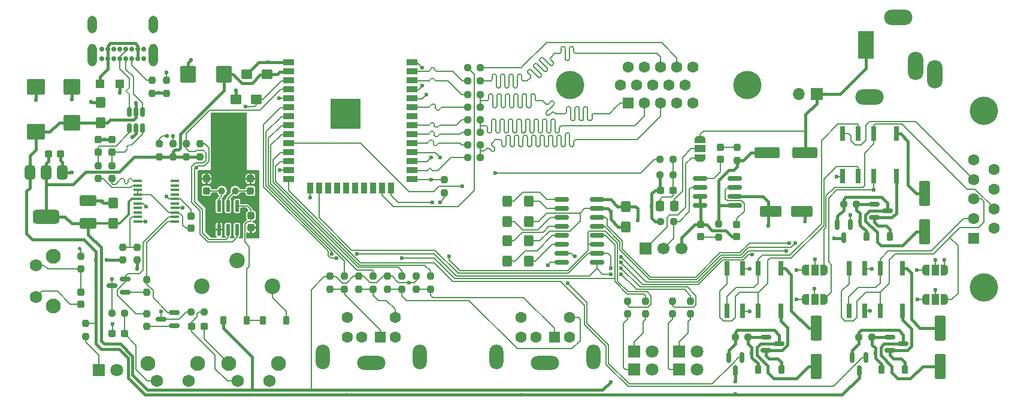
<source format=gtl>
%TF.GenerationSoftware,KiCad,Pcbnew,9.0.6*%
%TF.CreationDate,2026-02-27T14:47:49+01:00*%
%TF.ProjectId,nTerm2-S FT231,6e546572-6d32-42d5-9320-46543233312e,0.12*%
%TF.SameCoordinates,Original*%
%TF.FileFunction,Copper,L1,Top*%
%TF.FilePolarity,Positive*%
%FSLAX46Y46*%
G04 Gerber Fmt 4.6, Leading zero omitted, Abs format (unit mm)*
G04 Created by KiCad (PCBNEW 9.0.6) date 2026-02-27 14:47:49*
%MOMM*%
%LPD*%
G01*
G04 APERTURE LIST*
G04 Aperture macros list*
%AMRoundRect*
0 Rectangle with rounded corners*
0 $1 Rounding radius*
0 $2 $3 $4 $5 $6 $7 $8 $9 X,Y pos of 4 corners*
0 Add a 4 corners polygon primitive as box body*
4,1,4,$2,$3,$4,$5,$6,$7,$8,$9,$2,$3,0*
0 Add four circle primitives for the rounded corners*
1,1,$1+$1,$2,$3*
1,1,$1+$1,$4,$5*
1,1,$1+$1,$6,$7*
1,1,$1+$1,$8,$9*
0 Add four rect primitives between the rounded corners*
20,1,$1+$1,$2,$3,$4,$5,0*
20,1,$1+$1,$4,$5,$6,$7,0*
20,1,$1+$1,$6,$7,$8,$9,0*
20,1,$1+$1,$8,$9,$2,$3,0*%
%AMFreePoly0*
4,1,23,0.550000,-0.750000,0.000000,-0.750000,0.000000,-0.745722,-0.065263,-0.745722,-0.191342,-0.711940,-0.304381,-0.646677,-0.396677,-0.554381,-0.461940,-0.441342,-0.495722,-0.315263,-0.495722,-0.250000,-0.500000,-0.250000,-0.500000,0.250000,-0.495722,0.250000,-0.495722,0.315263,-0.461940,0.441342,-0.396677,0.554381,-0.304381,0.646677,-0.191342,0.711940,-0.065263,0.745722,0.000000,0.745722,
0.000000,0.750000,0.550000,0.750000,0.550000,-0.750000,0.550000,-0.750000,$1*%
%AMFreePoly1*
4,1,23,0.000000,0.745722,0.065263,0.745722,0.191342,0.711940,0.304381,0.646677,0.396677,0.554381,0.461940,0.441342,0.495722,0.315263,0.495722,0.250000,0.500000,0.250000,0.500000,-0.250000,0.495722,-0.250000,0.495722,-0.315263,0.461940,-0.441342,0.396677,-0.554381,0.304381,-0.646677,0.191342,-0.711940,0.065263,-0.745722,0.000000,-0.745722,0.000000,-0.750000,-0.550000,-0.750000,
-0.550000,0.750000,0.000000,0.750000,0.000000,0.745722,0.000000,0.745722,$1*%
G04 Aperture macros list end*
%TA.AperFunction,Conductor*%
%ADD10C,0.200000*%
%TD*%
%TA.AperFunction,Conductor*%
%ADD11C,0.400000*%
%TD*%
%TA.AperFunction,SMDPad,CuDef*%
%ADD12RoundRect,0.237500X-0.237500X0.250000X-0.237500X-0.250000X0.237500X-0.250000X0.237500X0.250000X0*%
%TD*%
%TA.AperFunction,SMDPad,CuDef*%
%ADD13RoundRect,0.237500X-0.250000X-0.237500X0.250000X-0.237500X0.250000X0.237500X-0.250000X0.237500X0*%
%TD*%
%TA.AperFunction,SMDPad,CuDef*%
%ADD14RoundRect,0.237500X0.237500X-0.250000X0.237500X0.250000X-0.237500X0.250000X-0.237500X-0.250000X0*%
%TD*%
%TA.AperFunction,SMDPad,CuDef*%
%ADD15FreePoly0,90.000000*%
%TD*%
%TA.AperFunction,SMDPad,CuDef*%
%ADD16R,1.500000X1.000000*%
%TD*%
%TA.AperFunction,SMDPad,CuDef*%
%ADD17FreePoly1,90.000000*%
%TD*%
%TA.AperFunction,SMDPad,CuDef*%
%ADD18RoundRect,0.132500X0.132500X-0.697500X0.132500X0.697500X-0.132500X0.697500X-0.132500X-0.697500X0*%
%TD*%
%TA.AperFunction,SMDPad,CuDef*%
%ADD19RoundRect,0.225000X-0.225000X-0.375000X0.225000X-0.375000X0.225000X0.375000X-0.225000X0.375000X0*%
%TD*%
%TA.AperFunction,SMDPad,CuDef*%
%ADD20R,0.700000X2.000000*%
%TD*%
%TA.AperFunction,ComponentPad*%
%ADD21C,1.750000*%
%TD*%
%TA.AperFunction,ComponentPad*%
%ADD22C,2.100000*%
%TD*%
%TA.AperFunction,ComponentPad*%
%ADD23R,1.700000X1.700000*%
%TD*%
%TA.AperFunction,ComponentPad*%
%ADD24O,1.700000X1.700000*%
%TD*%
%TA.AperFunction,SMDPad,CuDef*%
%ADD25R,1.500000X0.900000*%
%TD*%
%TA.AperFunction,SMDPad,CuDef*%
%ADD26R,0.900000X1.500000*%
%TD*%
%TA.AperFunction,SMDPad,CuDef*%
%ADD27R,1.050000X1.050000*%
%TD*%
%TA.AperFunction,HeatsinkPad*%
%ADD28C,0.600000*%
%TD*%
%TA.AperFunction,HeatsinkPad*%
%ADD29R,4.200000X4.200000*%
%TD*%
%TA.AperFunction,SMDPad,CuDef*%
%ADD30RoundRect,0.237500X-0.237500X0.300000X-0.237500X-0.300000X0.237500X-0.300000X0.237500X0.300000X0*%
%TD*%
%TA.AperFunction,ComponentPad*%
%ADD31R,1.600000X1.600000*%
%TD*%
%TA.AperFunction,ComponentPad*%
%ADD32C,1.600000*%
%TD*%
%TA.AperFunction,ComponentPad*%
%ADD33O,2.000000X3.500000*%
%TD*%
%TA.AperFunction,ComponentPad*%
%ADD34O,4.000000X2.000000*%
%TD*%
%TA.AperFunction,SMDPad,CuDef*%
%ADD35RoundRect,0.250000X0.550000X-1.500000X0.550000X1.500000X-0.550000X1.500000X-0.550000X-1.500000X0*%
%TD*%
%TA.AperFunction,SMDPad,CuDef*%
%ADD36RoundRect,0.237500X0.237500X-0.300000X0.237500X0.300000X-0.237500X0.300000X-0.237500X-0.300000X0*%
%TD*%
%TA.AperFunction,ComponentPad*%
%ADD37R,1.800000X1.800000*%
%TD*%
%TA.AperFunction,ComponentPad*%
%ADD38C,1.800000*%
%TD*%
%TA.AperFunction,SMDPad,CuDef*%
%ADD39RoundRect,0.150000X-0.825000X-0.150000X0.825000X-0.150000X0.825000X0.150000X-0.825000X0.150000X0*%
%TD*%
%TA.AperFunction,SMDPad,CuDef*%
%ADD40RoundRect,0.237500X0.250000X0.237500X-0.250000X0.237500X-0.250000X-0.237500X0.250000X-0.237500X0*%
%TD*%
%TA.AperFunction,SMDPad,CuDef*%
%ADD41RoundRect,0.237500X-0.300000X-0.237500X0.300000X-0.237500X0.300000X0.237500X-0.300000X0.237500X0*%
%TD*%
%TA.AperFunction,SMDPad,CuDef*%
%ADD42RoundRect,0.250000X-0.425000X0.537500X-0.425000X-0.537500X0.425000X-0.537500X0.425000X0.537500X0*%
%TD*%
%TA.AperFunction,SMDPad,CuDef*%
%ADD43FreePoly0,0.000000*%
%TD*%
%TA.AperFunction,SMDPad,CuDef*%
%ADD44R,1.000000X1.500000*%
%TD*%
%TA.AperFunction,SMDPad,CuDef*%
%ADD45FreePoly1,0.000000*%
%TD*%
%TA.AperFunction,SMDPad,CuDef*%
%ADD46RoundRect,0.250000X0.425000X-0.537500X0.425000X0.537500X-0.425000X0.537500X-0.425000X-0.537500X0*%
%TD*%
%TA.AperFunction,SMDPad,CuDef*%
%ADD47RoundRect,0.237500X0.300000X0.237500X-0.300000X0.237500X-0.300000X-0.237500X0.300000X-0.237500X0*%
%TD*%
%TA.AperFunction,SMDPad,CuDef*%
%ADD48RoundRect,0.225000X0.225000X0.375000X-0.225000X0.375000X-0.225000X-0.375000X0.225000X-0.375000X0*%
%TD*%
%TA.AperFunction,SMDPad,CuDef*%
%ADD49RoundRect,0.375000X-0.375000X0.625000X-0.375000X-0.625000X0.375000X-0.625000X0.375000X0.625000X0*%
%TD*%
%TA.AperFunction,SMDPad,CuDef*%
%ADD50RoundRect,0.500000X-1.400000X0.500000X-1.400000X-0.500000X1.400000X-0.500000X1.400000X0.500000X0*%
%TD*%
%TA.AperFunction,SMDPad,CuDef*%
%ADD51RoundRect,0.250000X0.875000X0.925000X-0.875000X0.925000X-0.875000X-0.925000X0.875000X-0.925000X0*%
%TD*%
%TA.AperFunction,SMDPad,CuDef*%
%ADD52RoundRect,0.250000X1.025000X-0.875000X1.025000X0.875000X-1.025000X0.875000X-1.025000X-0.875000X0*%
%TD*%
%TA.AperFunction,SMDPad,CuDef*%
%ADD53RoundRect,0.150000X-0.587500X-0.150000X0.587500X-0.150000X0.587500X0.150000X-0.587500X0.150000X0*%
%TD*%
%TA.AperFunction,SMDPad,CuDef*%
%ADD54RoundRect,0.150000X-0.150000X0.587500X-0.150000X-0.587500X0.150000X-0.587500X0.150000X0.587500X0*%
%TD*%
%TA.AperFunction,SMDPad,CuDef*%
%ADD55RoundRect,0.150000X0.587500X0.150000X-0.587500X0.150000X-0.587500X-0.150000X0.587500X-0.150000X0*%
%TD*%
%TA.AperFunction,ComponentPad*%
%ADD56C,0.700000*%
%TD*%
%TA.AperFunction,ComponentPad*%
%ADD57O,1.300000X3.200000*%
%TD*%
%TA.AperFunction,ComponentPad*%
%ADD58O,1.300000X2.500000*%
%TD*%
%TA.AperFunction,SMDPad,CuDef*%
%ADD59RoundRect,0.250001X0.924999X-0.499999X0.924999X0.499999X-0.924999X0.499999X-0.924999X-0.499999X0*%
%TD*%
%TA.AperFunction,ComponentPad*%
%ADD60C,2.200000*%
%TD*%
%TA.AperFunction,SMDPad,CuDef*%
%ADD61RoundRect,0.150000X0.150000X-0.512500X0.150000X0.512500X-0.150000X0.512500X-0.150000X-0.512500X0*%
%TD*%
%TA.AperFunction,ComponentPad*%
%ADD62C,4.000000*%
%TD*%
%TA.AperFunction,SMDPad,CuDef*%
%ADD63RoundRect,0.250000X-1.250000X-0.550000X1.250000X-0.550000X1.250000X0.550000X-1.250000X0.550000X0*%
%TD*%
%TA.AperFunction,SMDPad,CuDef*%
%ADD64RoundRect,0.250000X-1.500000X-0.550000X1.500000X-0.550000X1.500000X0.550000X-1.500000X0.550000X0*%
%TD*%
%TA.AperFunction,ComponentPad*%
%ADD65C,1.700000*%
%TD*%
%TA.AperFunction,SMDPad,CuDef*%
%ADD66RoundRect,0.250000X-0.337500X-0.475000X0.337500X-0.475000X0.337500X0.475000X-0.337500X0.475000X0*%
%TD*%
%TA.AperFunction,SMDPad,CuDef*%
%ADD67RoundRect,0.250000X0.537500X0.425000X-0.537500X0.425000X-0.537500X-0.425000X0.537500X-0.425000X0*%
%TD*%
%TA.AperFunction,ComponentPad*%
%ADD68O,2.200000X4.000000*%
%TD*%
%TA.AperFunction,ComponentPad*%
%ADD69O,4.000000X2.200000*%
%TD*%
%TA.AperFunction,ComponentPad*%
%ADD70R,2.200000X4.000000*%
%TD*%
%TA.AperFunction,ComponentPad*%
%ADD71C,1.000000*%
%TD*%
%TA.AperFunction,SMDPad,CuDef*%
%ADD72RoundRect,0.250000X0.925000X-0.875000X0.925000X0.875000X-0.925000X0.875000X-0.925000X-0.875000X0*%
%TD*%
%TA.AperFunction,SMDPad,CuDef*%
%ADD73R,1.200000X0.400000*%
%TD*%
%TA.AperFunction,SMDPad,CuDef*%
%ADD74R,1.200000X1.200000*%
%TD*%
%TA.AperFunction,ViaPad*%
%ADD75C,0.600000*%
%TD*%
%TA.AperFunction,ViaPad*%
%ADD76C,0.500000*%
%TD*%
%TA.AperFunction,Conductor*%
%ADD77C,0.300000*%
%TD*%
G04 APERTURE END LIST*
D10*
%TO.N,EN*%
X88646000Y-110744000D02*
X88646000Y-111760000D01*
%TO.N,/VBUS_SENSE*%
X90170000Y-106252000D02*
X92202000Y-106252000D01*
X91186000Y-104728000D02*
X91186000Y-106252000D01*
D11*
%TO.N,+5V*%
X87884000Y-108030000D02*
X90170000Y-108030000D01*
%TD*%
D12*
%TO.P,R28,1*%
%TO.N,Net-(U1-IO39{slash}SENSVN)*%
X84266000Y-107528500D03*
%TO.P,R28,2*%
%TO.N,Net-(C22-Pad1)*%
X84266000Y-109353500D03*
%TD*%
D13*
%TO.P,R2,1*%
%TO.N,VGA_RED_1*%
X138956000Y-84668500D03*
%TO.P,R2,2*%
%TO.N,Net-(J1-Pad1)*%
X140781000Y-84668500D03*
%TD*%
D14*
%TO.P,R26,1*%
%TO.N,+3V3*%
X97282000Y-93472000D03*
%TO.P,R26,2*%
%TO.N,EN*%
X97282000Y-91647000D03*
%TD*%
D13*
%TO.P,R33,1*%
%TO.N,Net-(Q4-C)*%
X176792500Y-118999000D03*
%TO.P,R33,2*%
%TO.N,GND*%
X178617500Y-118999000D03*
%TD*%
D12*
%TO.P,R41,1*%
%TO.N,Net-(C30-Pad1)*%
X86741000Y-94742000D03*
%TO.P,R41,2*%
%TO.N,Net-(U7-USBDM)*%
X86741000Y-96567000D03*
%TD*%
D15*
%TO.P,OPT1,1,A*%
%TO.N,Net-(J8-Pin_1)*%
X171856400Y-93644100D03*
D16*
%TO.P,OPT1,2,C*%
%TO.N,Net-(OPT1-C)*%
X171856400Y-92344100D03*
D17*
%TO.P,OPT1,3,B*%
%TO.N,Net-(J7-Pin_1)*%
X171856400Y-91044100D03*
%TD*%
D18*
%TO.P,U4,1,GND*%
%TO.N,GND*%
X103820000Y-103797000D03*
%TO.P,U4,2,IO*%
%TO.N,ONE-WIRE*%
X105090000Y-103797000D03*
%TO.P,U4,3,~{INT}*%
%TO.N,~{INT}*%
X106360000Y-103797000D03*
%TO.P,U4,4,VDD*%
%TO.N,Net-(D1-K)*%
X106360000Y-100417000D03*
%TO.P,U4,5,X1*%
%TO.N,Net-(U4-X1)*%
X105090000Y-100417000D03*
%TO.P,U4,6,X2*%
%TO.N,Net-(U4-X2)*%
X103820000Y-100417000D03*
%TD*%
D12*
%TO.P,R18,1*%
%TO.N,Net-(C5-Pad2)*%
X177088800Y-92140900D03*
%TO.P,R18,2*%
%TO.N,Net-(C1-Pad1)*%
X177088800Y-93965900D03*
%TD*%
D19*
%TO.P,D10,1,K*%
%TO.N,GND*%
X179992000Y-123571000D03*
%TO.P,D10,2,A*%
%TO.N,RTS_CTS_REV_RLY_-*%
X183292000Y-123571000D03*
%TD*%
D20*
%TO.P,K1,1*%
%TO.N,RX_TX_REV_RLY_+*%
X200471000Y-109268500D03*
%TO.P,K1,2*%
%TO.N,/_RXD*%
X197271000Y-109268500D03*
%TO.P,K1,3*%
%TO.N,Net-(OPT2-A)*%
X195071000Y-109268500D03*
%TO.P,K1,4*%
%TO.N,/_TXD*%
X192871000Y-109268500D03*
%TO.P,K1,5*%
%TO.N,/_RXD*%
X192871000Y-115268500D03*
%TO.P,K1,6*%
%TO.N,Net-(OPT3-A)*%
X195071000Y-115268500D03*
%TO.P,K1,7*%
%TO.N,/_TXD*%
X197271000Y-115268500D03*
%TO.P,K1,8*%
%TO.N,RX_TX_REV_RLY_-*%
X200471000Y-115268500D03*
%TD*%
D21*
%TO.P,SW2,1,1*%
%TO.N,GND*%
X99506000Y-125172000D03*
%TO.P,SW2,2,2*%
%TO.N,Net-(C16-Pad1)*%
X95006000Y-125172000D03*
D22*
%TO.P,SW2,SH,B*%
%TO.N,GND*%
X100756000Y-122682000D03*
X93746000Y-122682000D03*
%TD*%
D23*
%TO.P,J7,1,Pin_1*%
%TO.N,Net-(J7-Pin_1)*%
X188295200Y-84582000D03*
D24*
%TO.P,J7,2,Pin_2*%
%TO.N,GND*%
X185755200Y-84582000D03*
%TD*%
D12*
%TO.P,R17,1*%
%TO.N,Net-(C1-Pad1)*%
X174436000Y-102997000D03*
%TO.P,R17,2*%
%TO.N,Net-(C4-Pad1)*%
X174436000Y-104822000D03*
%TD*%
D25*
%TO.P,U1,1,GND*%
%TO.N,GND*%
X113616000Y-80096500D03*
%TO.P,U1,2,VDD*%
%TO.N,+3V3*%
X113616000Y-81366500D03*
%TO.P,U1,3,EN*%
%TO.N,EN*%
X113616000Y-82636500D03*
%TO.P,U1,4,IO36/SENSVP*%
%TO.N,~{INT}*%
X113616000Y-83906500D03*
%TO.P,U1,5,IO39/SENSVN*%
%TO.N,Net-(U1-IO39{slash}SENSVN)*%
X113616000Y-85176500D03*
%TO.P,U1,6,IO34*%
%TO.N,RXD_2*%
X113616000Y-86446500D03*
%TO.P,U1,7,IO35*%
%TO.N,CTS_2*%
X113616000Y-87716500D03*
%TO.P,U1,8,IO32*%
%TO.N,KBDAT*%
X113616000Y-88986500D03*
%TO.P,U1,9,IO33*%
%TO.N,KBCLK*%
X113616000Y-90256500D03*
%TO.P,U1,10,IO25*%
%TO.N,AUDIO_PWM*%
X113616000Y-91526500D03*
%TO.P,U1,11,IO26*%
%TO.N,MSCLK*%
X113616000Y-92796500D03*
%TO.P,U1,12,IO27*%
%TO.N,MSDAT*%
X113616000Y-94066500D03*
%TO.P,U1,13,IO14*%
%TO.N,ONE-WIRE*%
X113616000Y-95336500D03*
%TO.P,U1,14,IO12*%
%TO.N,REVERSE_RX_TX*%
X113616000Y-96606500D03*
D26*
%TO.P,U1,15,GND*%
%TO.N,GND*%
X116656000Y-97856500D03*
%TO.P,U1,16,IO13*%
%TO.N,RTS_2*%
X117926000Y-97856500D03*
%TO.P,U1,17,IO9/SHD/SD2*%
%TO.N,unconnected-(U1-IO9{slash}SHD{slash}SD2-Pad17)*%
X119196000Y-97856500D03*
%TO.P,U1,18,IO10/SWP/SD3*%
%TO.N,unconnected-(U1-IO10{slash}SWP{slash}SD3-Pad18)*%
X120466000Y-97856500D03*
%TO.P,U1,19,IO11/SCS/CMD*%
%TO.N,unconnected-(U1-IO11{slash}SCS{slash}CMD-Pad19)*%
X121736000Y-97856500D03*
%TO.P,U1,20,IO6/SCK/CLK*%
%TO.N,unconnected-(U1-IO6{slash}SCK{slash}CLK-Pad20)*%
X123006000Y-97856500D03*
%TO.P,U1,21,IO7/SDO/SD0*%
%TO.N,unconnected-(U1-IO7{slash}SDO{slash}SD0-Pad21)*%
X124276000Y-97856500D03*
%TO.P,U1,22,IO8/SDI/SD1*%
%TO.N,unconnected-(U1-IO8{slash}SDI{slash}SD1-Pad22)*%
X125546000Y-97856500D03*
%TO.P,U1,23,IO15*%
%TO.N,VGA_VSYNC*%
X126816000Y-97856500D03*
%TO.P,U1,24,IO2*%
%TO.N,TXD_2*%
X128086000Y-97856500D03*
D25*
%TO.P,U1,25,IO0*%
%TO.N,IO0*%
X131116000Y-96606500D03*
%TO.P,U1,26,IO4*%
%TO.N,VGA_BLU_0*%
X131116000Y-95336500D03*
%TO.P,U1,27,RX2/IO16*%
%TO.N,RTS_CTS_OR_DTR_DSR*%
X131116000Y-94066500D03*
%TO.P,U1,28,TX2/IO17*%
%TO.N,REVERSE_RTS_CTS_DTR_DSR*%
X131116000Y-92796500D03*
%TO.P,U1,29,IO5*%
%TO.N,VGA_BLU_1*%
X131116000Y-91526500D03*
%TO.P,U1,30,IO18*%
%TO.N,VGA_GRN_0*%
X131116000Y-90256500D03*
%TO.P,U1,31,IO19*%
%TO.N,VGA_GRN_1*%
X131116000Y-88986500D03*
%TO.P,U1,32,NC*%
%TO.N,unconnected-(U1-NC-Pad32)*%
X131116000Y-87716500D03*
%TO.P,U1,33,SDA/IO21*%
%TO.N,VGA_RED_0*%
X131116000Y-86446500D03*
%TO.P,U1,34,RX0/IO3*%
%TO.N,RXD_0*%
X131116000Y-85176500D03*
%TO.P,U1,35,TX0/IO1*%
%TO.N,TXD_0*%
X131116000Y-83906500D03*
%TO.P,U1,36,SCL/IO22*%
%TO.N,VGA_RED_1*%
X131116000Y-82636500D03*
%TO.P,U1,37,IO23*%
%TO.N,VGA_HSYNC*%
X131116000Y-81366500D03*
%TO.P,U1,38,GND*%
%TO.N,GND*%
X131116000Y-80096500D03*
D27*
%TO.P,U1,39,GND*%
X120161000Y-85911500D03*
D28*
X120161000Y-86674000D03*
D27*
X120161000Y-87436500D03*
D28*
X120161000Y-88199000D03*
D27*
X120161000Y-88961500D03*
D28*
X120923500Y-85911500D03*
X120923500Y-87436500D03*
X120923500Y-88961500D03*
D27*
X121686000Y-85911500D03*
D28*
X121686000Y-86674000D03*
D27*
X121686000Y-87436500D03*
D29*
X121686000Y-87436500D03*
D28*
X121686000Y-88199000D03*
D27*
X121686000Y-88961500D03*
D28*
X122448500Y-85911500D03*
X122448500Y-87436500D03*
X122448500Y-88961500D03*
D27*
X123211000Y-85911500D03*
D28*
X123211000Y-86674000D03*
D27*
X123211000Y-87436500D03*
D28*
X123211000Y-88199000D03*
D27*
X123211000Y-88961500D03*
%TD*%
D14*
%TO.P,R14,1*%
%TO.N,Net-(J3-Pad5)*%
X127635000Y-112188000D03*
%TO.P,R14,2*%
%TO.N,+3V3*%
X127635000Y-110363000D03*
%TD*%
D21*
%TO.P,SW1,1,1*%
%TO.N,GND*%
X110936000Y-125172000D03*
%TO.P,SW1,2,2*%
%TO.N,Net-(C15-Pad1)*%
X106436000Y-125172000D03*
D22*
%TO.P,SW1,SH,B*%
%TO.N,GND*%
X112186000Y-122682000D03*
X105176000Y-122682000D03*
%TD*%
D13*
%TO.P,R34,1*%
%TO.N,Net-(Q5-C)*%
X192128500Y-100203000D03*
%TO.P,R34,2*%
%TO.N,GND*%
X193953500Y-100203000D03*
%TD*%
D30*
%TO.P,C6,1*%
%TO.N,Net-(U2-BYPASS)*%
X176976000Y-103047000D03*
%TO.P,C6,2*%
%TO.N,GND*%
X176976000Y-104772000D03*
%TD*%
D31*
%TO.P,J2,1*%
%TO.N,Net-(J2-Pad1)*%
X126616000Y-118958500D03*
D32*
%TO.P,J2,2*%
%TO.N,unconnected-(J2-Pad2)*%
X124016000Y-118958500D03*
%TO.P,J2,3*%
%TO.N,GND*%
X128716000Y-118958500D03*
%TO.P,J2,4*%
%TO.N,+5V*%
X121916000Y-118958500D03*
%TO.P,J2,5*%
%TO.N,Net-(J2-Pad5)*%
X128716000Y-116158500D03*
%TO.P,J2,6*%
%TO.N,unconnected-(J2-Pad6)*%
X121916000Y-116158500D03*
D33*
%TO.P,J2,7*%
%TO.N,GND*%
X118466000Y-121808500D03*
D34*
X125316000Y-122608500D03*
D33*
X132166000Y-121808500D03*
%TD*%
D35*
%TO.P,C25,1*%
%TO.N,Net-(Q3-C)*%
X205740000Y-123096000D03*
%TO.P,C25,2*%
%TO.N,RX_TX_REV_RLY_+*%
X205740000Y-117696000D03*
%TD*%
D13*
%TO.P,R4,1*%
%TO.N,VGA_GRN_1*%
X138956000Y-88224500D03*
%TO.P,R4,2*%
%TO.N,Net-(J1-Pad2)*%
X140781000Y-88224500D03*
%TD*%
D36*
%TO.P,C30,1*%
%TO.N,Net-(C30-Pad1)*%
X86741000Y-92784000D03*
%TO.P,C30,2*%
%TO.N,GND*%
X86741000Y-91059000D03*
%TD*%
D13*
%TO.P,R32,1*%
%TO.N,Net-(Q3-C)*%
X194287500Y-118999000D03*
%TO.P,R32,2*%
%TO.N,GND*%
X196112500Y-118999000D03*
%TD*%
D36*
%TO.P,C29,1*%
%TO.N,Net-(C29-Pad1)*%
X88646000Y-92784000D03*
%TO.P,C29,2*%
%TO.N,GND*%
X88646000Y-91059000D03*
%TD*%
D35*
%TO.P,C26,1*%
%TO.N,Net-(Q4-C)*%
X188279000Y-123096000D03*
%TO.P,C26,2*%
%TO.N,RTS_CTS_REV_RLY_+*%
X188279000Y-117696000D03*
%TD*%
D37*
%TO.P,D11,1,A1*%
%TO.N,Net-(D11-A1)*%
X162498000Y-120988500D03*
D38*
%TO.P,D11,2,K1*%
%TO.N,GND*%
X165038000Y-120988500D03*
D37*
%TO.P,D11,3,A2*%
%TO.N,Net-(D11-A2)*%
X162498000Y-123528500D03*
D38*
%TO.P,D11,4,K2*%
%TO.N,GND*%
X165038000Y-123528500D03*
%TD*%
D12*
%TO.P,R38,1*%
%TO.N,CTS_2*%
X170499000Y-113878500D03*
%TO.P,R38,2*%
%TO.N,Net-(D12-A1)*%
X170499000Y-115703500D03*
%TD*%
D39*
%TO.P,U2,1,GAIN*%
%TO.N,Net-(C5-Pad1)*%
X171778499Y-96520000D03*
%TO.P,U2,2,-*%
%TO.N,Net-(J8-Pin_2)*%
X171778499Y-97790000D03*
%TO.P,U2,3,+*%
%TO.N,GND*%
X171778499Y-99060000D03*
%TO.P,U2,4,GND*%
X171778499Y-100330000D03*
%TO.P,U2,5*%
%TO.N,Net-(C1-Pad1)*%
X176728499Y-100330000D03*
%TO.P,U2,6,V+*%
%TO.N,+5V*%
X176728499Y-99060000D03*
%TO.P,U2,7,BYPASS*%
%TO.N,Net-(U2-BYPASS)*%
X176728499Y-97790000D03*
%TO.P,U2,8,GAIN*%
%TO.N,unconnected-(U2-GAIN-Pad8)*%
X176728499Y-96520000D03*
%TD*%
D40*
%TO.P,R8,1*%
%TO.N,Net-(J1-Pad14)*%
X140781000Y-80858500D03*
%TO.P,R8,2*%
%TO.N,VGA_VSYNC*%
X138956000Y-80858500D03*
%TD*%
D41*
%TO.P,C24,1*%
%TO.N,+3V3*%
X79682000Y-93091000D03*
%TO.P,C24,2*%
%TO.N,GND*%
X81407000Y-93091000D03*
%TD*%
D14*
%TO.P,R12,1*%
%TO.N,Net-(J2-Pad1)*%
X121539000Y-112188000D03*
%TO.P,R12,2*%
%TO.N,KBDAT*%
X121539000Y-110363000D03*
%TD*%
D42*
%TO.P,C10,1*%
%TO.N,GND*%
X147574000Y-105369500D03*
%TO.P,C10,2*%
%TO.N,Net-(U3-V-)*%
X147574000Y-108244500D03*
%TD*%
D43*
%TO.P,OPT3,1,A*%
%TO.N,Net-(OPT3-A)*%
X203775000Y-113665000D03*
D44*
%TO.P,OPT3,2,C*%
%TO.N,/TxD*%
X205075000Y-113665000D03*
D45*
%TO.P,OPT3,3,B*%
%TO.N,/_TXD*%
X206375000Y-113665000D03*
%TD*%
D14*
%TO.P,R40,1*%
%TO.N,GND*%
X92202000Y-108077000D03*
%TO.P,R40,2*%
%TO.N,/VBUS_SENSE*%
X92202000Y-106252000D03*
%TD*%
D46*
%TO.P,C14,1*%
%TO.N,+5V*%
X87045800Y-88671400D03*
%TO.P,C14,2*%
%TO.N,GND*%
X87045800Y-85796400D03*
%TD*%
D37*
%TO.P,D12,1,A1*%
%TO.N,Net-(D12-A1)*%
X168848000Y-120988500D03*
D38*
%TO.P,D12,2,K1*%
%TO.N,GND*%
X171388000Y-120988500D03*
D37*
%TO.P,D12,3,A2*%
%TO.N,Net-(D12-A2)*%
X168848000Y-123528500D03*
D38*
%TO.P,D12,4,K2*%
%TO.N,GND*%
X171388000Y-123528500D03*
%TD*%
D14*
%TO.P,R29,1*%
%TO.N,+3V3*%
X95377000Y-93472000D03*
%TO.P,R29,2*%
%TO.N,Net-(U1-IO39{slash}SENSVN)*%
X95377000Y-91647000D03*
%TD*%
D43*
%TO.P,OPT2,1,A*%
%TO.N,Net-(OPT2-A)*%
X203775000Y-109474000D03*
D44*
%TO.P,OPT2,2,C*%
%TO.N,/RxD*%
X205075000Y-109474000D03*
D45*
%TO.P,OPT2,3,B*%
%TO.N,/_RXD*%
X206375000Y-109474000D03*
%TD*%
D31*
%TO.P,J3,1*%
%TO.N,Net-(J3-Pad1)*%
X151217000Y-118958500D03*
D32*
%TO.P,J3,2*%
%TO.N,unconnected-(J3-Pad2)*%
X148617000Y-118958500D03*
%TO.P,J3,3*%
%TO.N,GND*%
X153317000Y-118958500D03*
%TO.P,J3,4*%
%TO.N,+5V*%
X146517000Y-118958500D03*
%TO.P,J3,5*%
%TO.N,Net-(J3-Pad5)*%
X153317000Y-116158500D03*
%TO.P,J3,6*%
%TO.N,unconnected-(J3-Pad6)*%
X146517000Y-116158500D03*
D33*
%TO.P,J3,7*%
%TO.N,GND*%
X143067000Y-121808500D03*
D34*
X149917000Y-122608500D03*
D33*
X156767000Y-121808500D03*
%TD*%
D47*
%TO.P,C16,1*%
%TO.N,Net-(C16-Pad1)*%
X90424000Y-118491000D03*
%TO.P,C16,2*%
%TO.N,GND*%
X88699000Y-118491000D03*
%TD*%
D48*
%TO.P,D9,1,K*%
%TO.N,Net-(D1-K)*%
X107694000Y-116586000D03*
%TO.P,D9,2,A*%
%TO.N,+3V3*%
X104394000Y-116586000D03*
%TD*%
D49*
%TO.P,U5,1,GND*%
%TO.N,GND*%
X81637500Y-95655850D03*
%TO.P,U5,2,VO*%
%TO.N,+3V3*%
X79337500Y-95655850D03*
D50*
X79337500Y-101955850D03*
D49*
%TO.P,U5,3,VI*%
%TO.N,+5V*%
X77037500Y-95655850D03*
%TD*%
D51*
%TO.P,C18,1*%
%TO.N,+3V3*%
X104498050Y-81788000D03*
%TO.P,C18,2*%
%TO.N,GND*%
X99398050Y-81788000D03*
%TD*%
D13*
%TO.P,R25,1*%
%TO.N,EN*%
X88646000Y-115570000D03*
%TO.P,R25,2*%
%TO.N,Net-(C16-Pad1)*%
X90471000Y-115570000D03*
%TD*%
D36*
%TO.P,C31,1*%
%TO.N,Net-(U4-X1)*%
X108265000Y-98298000D03*
%TO.P,C31,2*%
%TO.N,GND*%
X108265000Y-96573000D03*
%TD*%
D13*
%TO.P,R20,1*%
%TO.N,GND*%
X166143000Y-96052500D03*
%TO.P,R20,2*%
%TO.N,Net-(C3-Pad1)*%
X167968000Y-96052500D03*
%TD*%
D39*
%TO.P,U3,1,C1+*%
%TO.N,Net-(U3-C1+)*%
X152276000Y-99527500D03*
%TO.P,U3,2,V+*%
%TO.N,Net-(U3-V+)*%
X152276000Y-100797500D03*
%TO.P,U3,3,C1-*%
%TO.N,Net-(U3-C1-)*%
X152276000Y-102067500D03*
%TO.P,U3,4,C2+*%
%TO.N,Net-(U3-C2+)*%
X152276000Y-103337500D03*
%TO.P,U3,5,C2-*%
%TO.N,Net-(U3-C2-)*%
X152276000Y-104607500D03*
%TO.P,U3,6,V-*%
%TO.N,Net-(U3-V-)*%
X152276000Y-105877500D03*
%TO.P,U3,7,DOUT2*%
%TO.N,/RTS*%
X152276000Y-107147500D03*
%TO.P,U3,8,RIN2*%
%TO.N,/CTS*%
X152276000Y-108417500D03*
%TO.P,U3,9,ROUT2*%
%TO.N,CTS_2*%
X157226000Y-108417500D03*
%TO.P,U3,10,DIN2*%
%TO.N,RTS_2*%
X157226000Y-107147500D03*
%TO.P,U3,11,DIN1*%
%TO.N,TXD_2*%
X157226000Y-105877500D03*
%TO.P,U3,12,ROUT1*%
%TO.N,RXD_2*%
X157226000Y-104607500D03*
%TO.P,U3,13,RIN1*%
%TO.N,/RxD*%
X157226000Y-103337500D03*
%TO.P,U3,14,DOUT1*%
%TO.N,/TxD*%
X157226000Y-102067500D03*
%TO.P,U3,15,GND*%
%TO.N,GND*%
X157226000Y-100797500D03*
%TO.P,U3,16,VCC*%
%TO.N,+3V3*%
X157226000Y-99527500D03*
%TD*%
D12*
%TO.P,R42,1*%
%TO.N,Net-(C29-Pad1)*%
X88646000Y-94742000D03*
%TO.P,R42,2*%
%TO.N,Net-(U7-USBDP)*%
X88646000Y-96567000D03*
%TD*%
D43*
%TO.P,OPT5,1,A*%
%TO.N,Net-(OPT5-A)*%
X186757000Y-113665000D03*
D44*
%TO.P,OPT5,2,C*%
%TO.N,/CTS*%
X188057000Y-113665000D03*
D45*
%TO.P,OPT5,3,B*%
%TO.N,/_CTS*%
X189357000Y-113665000D03*
%TD*%
D52*
%TO.P,C23,1*%
%TO.N,+5V*%
X77901800Y-89966800D03*
%TO.P,C23,2*%
%TO.N,GND*%
X77901800Y-83566800D03*
%TD*%
D42*
%TO.P,C9,1*%
%TO.N,Net-(U3-C2+)*%
X144526000Y-105369500D03*
%TO.P,C9,2*%
%TO.N,Net-(U3-C2-)*%
X144526000Y-108244500D03*
%TD*%
D53*
%TO.P,Q5,1,B*%
%TO.N,GND*%
X196438000Y-100183000D03*
%TO.P,Q5,2,E*%
%TO.N,RTS_OR_DTR_RLY_-*%
X196438000Y-102083000D03*
%TO.P,Q5,3,C*%
%TO.N,Net-(Q5-C)*%
X198313000Y-101133000D03*
%TD*%
D41*
%TO.P,C15,1*%
%TO.N,Net-(C15-Pad1)*%
X99949000Y-117475000D03*
%TO.P,C15,2*%
%TO.N,GND*%
X101674000Y-117475000D03*
%TD*%
D20*
%TO.P,K2,1*%
%TO.N,RTS_CTS_REV_RLY_+*%
X183250500Y-109268500D03*
%TO.P,K2,2*%
%TO.N,/_RTS_DTR*%
X180050500Y-109268500D03*
%TO.P,K2,3*%
%TO.N,Net-(OPT4-A)*%
X177850500Y-109268500D03*
%TO.P,K2,4*%
%TO.N,/_CTS_DSR*%
X175650500Y-109268500D03*
%TO.P,K2,5*%
%TO.N,/_RTS_DTR*%
X175650500Y-115268500D03*
%TO.P,K2,6*%
%TO.N,Net-(OPT5-A)*%
X177850500Y-115268500D03*
%TO.P,K2,7*%
%TO.N,/_CTS_DSR*%
X180050500Y-115268500D03*
%TO.P,K2,8*%
%TO.N,RTS_CTS_REV_RLY_-*%
X183250500Y-115268500D03*
%TD*%
D46*
%TO.P,C21,1*%
%TO.N,+3V3*%
X88823800Y-102874800D03*
%TO.P,C21,2*%
%TO.N,GND*%
X88823800Y-99999800D03*
%TD*%
D54*
%TO.P,Q6,1,B*%
%TO.N,REVERSE_RX_TX*%
X195261000Y-121871500D03*
%TO.P,Q6,2,E*%
%TO.N,Net-(Q3-C)*%
X193361000Y-121871500D03*
%TO.P,Q6,3,C*%
%TO.N,+5V*%
X194311000Y-123746500D03*
%TD*%
D55*
%TO.P,Q2,1,B*%
%TO.N,Net-(Q2-B)*%
X97506000Y-117409000D03*
%TO.P,Q2,2,E*%
%TO.N,Net-(Q2-E)*%
X97506000Y-115509000D03*
%TO.P,Q2,3,C*%
%TO.N,IO0*%
X95631000Y-116459000D03*
%TD*%
D56*
%TO.P,J6,A1,GND*%
%TO.N,GND*%
X93176000Y-79588500D03*
%TO.P,J6,A4,VBUS*%
%TO.N,Net-(D3-A)*%
X92326000Y-79588500D03*
%TO.P,J6,A5,CC1*%
%TO.N,Net-(J6-CC1)*%
X91476000Y-79588500D03*
%TO.P,J6,A6,D+*%
%TO.N,Net-(J6-D+-PadA6)*%
X90626000Y-79588500D03*
%TO.P,J6,A7,D-*%
%TO.N,Net-(J6-D--PadA7)*%
X89776000Y-79588500D03*
%TO.P,J6,A8,SBU1*%
%TO.N,unconnected-(J6-SBU1-PadA8)*%
X88926000Y-79588500D03*
%TO.P,J6,A9,VBUS*%
%TO.N,Net-(D3-A)*%
X88076000Y-79588500D03*
%TO.P,J6,A12,GND*%
%TO.N,GND*%
X87226000Y-79588500D03*
%TO.P,J6,B1,GND*%
X87226000Y-78238500D03*
%TO.P,J6,B4,VBUS*%
%TO.N,Net-(D3-A)*%
X88076000Y-78238500D03*
%TO.P,J6,B5,CC2*%
%TO.N,Net-(J6-CC2)*%
X88926000Y-78238500D03*
%TO.P,J6,B6,D+*%
%TO.N,Net-(J6-D+-PadA6)*%
X89776000Y-78238500D03*
%TO.P,J6,B7,D-*%
%TO.N,Net-(J6-D--PadA7)*%
X90626000Y-78238500D03*
%TO.P,J6,B8,SBU2*%
%TO.N,unconnected-(J6-SBU2-PadB8)*%
X91476000Y-78238500D03*
%TO.P,J6,B9,VBUS*%
%TO.N,Net-(D3-A)*%
X92326000Y-78238500D03*
%TO.P,J6,B12,GND*%
%TO.N,GND*%
X93176000Y-78238500D03*
D57*
%TO.P,J6,S1,SHIELD*%
X94521000Y-79088500D03*
D58*
X94516000Y-74783500D03*
D57*
X85881000Y-79088500D03*
D58*
X85881000Y-74788500D03*
%TD*%
D14*
%TO.P,R31,1*%
%TO.N,+3V3*%
X101092000Y-93472000D03*
%TO.P,R31,2*%
%TO.N,ONE-WIRE*%
X101092000Y-91647000D03*
%TD*%
D54*
%TO.P,Q7,1,B*%
%TO.N,REVERSE_RTS_CTS_DTR_DSR*%
X177766000Y-121871500D03*
%TO.P,Q7,2,E*%
%TO.N,Net-(Q4-C)*%
X175866000Y-121871500D03*
%TO.P,Q7,3,C*%
%TO.N,+5V*%
X176816000Y-123746500D03*
%TD*%
D42*
%TO.P,C12,1*%
%TO.N,+3V3*%
X161355000Y-100503000D03*
%TO.P,C12,2*%
%TO.N,GND*%
X161355000Y-103378000D03*
%TD*%
D30*
%TO.P,C33,1*%
%TO.N,Net-(D1-K)*%
X108331000Y-101780000D03*
%TO.P,C33,2*%
%TO.N,GND*%
X108331000Y-103505000D03*
%TD*%
D12*
%TO.P,R44,1*%
%TO.N,Net-(J6-CC2)*%
X96393000Y-82677000D03*
%TO.P,R44,2*%
%TO.N,GND*%
X96393000Y-84502000D03*
%TD*%
D43*
%TO.P,OPT4,1,A*%
%TO.N,Net-(OPT4-A)*%
X186757000Y-109474000D03*
D44*
%TO.P,OPT4,2,C*%
%TO.N,/RTS*%
X188057000Y-109474000D03*
D45*
%TO.P,OPT4,3,B*%
%TO.N,/_RTS*%
X189357000Y-109474000D03*
%TD*%
D59*
%TO.P,C20,1*%
%TO.N,+3V3*%
X85293200Y-102919600D03*
%TO.P,C20,2*%
%TO.N,GND*%
X85293200Y-99669600D03*
%TD*%
D21*
%TO.P,SW3,1,1*%
%TO.N,GND*%
X77916000Y-113298500D03*
%TO.P,SW3,2,2*%
%TO.N,Net-(C22-Pad1)*%
X77916000Y-108798500D03*
D22*
%TO.P,SW3,SH,B*%
%TO.N,GND*%
X80406000Y-114548500D03*
X80406000Y-107538500D03*
%TD*%
D12*
%TO.P,R39,1*%
%TO.N,/VBUS_SENSE*%
X90170000Y-106252000D03*
%TO.P,R39,2*%
%TO.N,+5V*%
X90170000Y-108077000D03*
%TD*%
D36*
%TO.P,C5,1*%
%TO.N,Net-(C5-Pad1)*%
X174675800Y-93865900D03*
%TO.P,C5,2*%
%TO.N,Net-(C5-Pad2)*%
X174675800Y-92140900D03*
%TD*%
D13*
%TO.P,R5,1*%
%TO.N,VGA_BLU_0*%
X138956000Y-93558500D03*
%TO.P,R5,2*%
%TO.N,Net-(J1-Pad3)*%
X140781000Y-93558500D03*
%TD*%
D60*
%TO.P,BAT1,1*%
%TO.N,Net-(D1-A)*%
X111379000Y-111760000D03*
%TO.P,BAT1,2*%
%TO.N,GND*%
X106379000Y-108160000D03*
%TO.P,BAT1,3*%
%TO.N,Net-(D1-A)*%
X101379000Y-111760000D03*
%TD*%
D37*
%TO.P,D4,1,A*%
%TO.N,Net-(D4-A)*%
X86824750Y-123598500D03*
D38*
%TO.P,D4,2,K*%
%TO.N,GND*%
X89364750Y-123598500D03*
%TD*%
D61*
%TO.P,U6,1,I/O1*%
%TO.N,Net-(C30-Pad1)*%
X91125000Y-89397000D03*
%TO.P,U6,2,GND*%
%TO.N,GND*%
X92075000Y-89397000D03*
%TO.P,U6,3,I/O2*%
%TO.N,Net-(C29-Pad1)*%
X93025000Y-89397000D03*
%TO.P,U6,4,I/O2*%
%TO.N,Net-(J6-D+-PadA6)*%
X93025000Y-87122000D03*
%TO.P,U6,5,VBUS*%
%TO.N,+5V*%
X92075000Y-87122000D03*
%TO.P,U6,6,I/O1*%
%TO.N,Net-(J6-D--PadA7)*%
X91125000Y-87122000D03*
%TD*%
D62*
%TO.P,J5,0,PAD*%
%TO.N,GND*%
X211940000Y-111948500D03*
X211940000Y-86948500D03*
D31*
%TO.P,J5,1,1*%
%TO.N,unconnected-(J5-Pad1)*%
X210520000Y-104988500D03*
D32*
%TO.P,J5,2,2*%
%TO.N,/_RXD*%
X210520000Y-102218500D03*
%TO.P,J5,3,3*%
%TO.N,/_TXD*%
X210520000Y-99448500D03*
%TO.P,J5,4,4*%
%TO.N,/_DTR*%
X210520000Y-96678500D03*
%TO.P,J5,5,5*%
%TO.N,GND*%
X210520000Y-93908500D03*
%TO.P,J5,6,6*%
%TO.N,/_DSR*%
X213360000Y-103603500D03*
%TO.P,J5,7,7*%
%TO.N,/_RTS*%
X213360000Y-100833500D03*
%TO.P,J5,8,8*%
%TO.N,/_CTS*%
X213360000Y-98063500D03*
%TO.P,J5,9,9*%
%TO.N,unconnected-(J5-Pad9)*%
X213360000Y-95293500D03*
%TD*%
D63*
%TO.P,C2,1*%
%TO.N,+5V*%
X181767499Y-101178500D03*
%TO.P,C2,2*%
%TO.N,GND*%
X186167499Y-101178500D03*
%TD*%
D13*
%TO.P,R3,1*%
%TO.N,VGA_GRN_0*%
X138956000Y-90002500D03*
%TO.P,R3,2*%
%TO.N,Net-(J1-Pad2)*%
X140781000Y-90002500D03*
%TD*%
D64*
%TO.P,C1,1*%
%TO.N,Net-(C1-Pad1)*%
X181267499Y-92923500D03*
%TO.P,C1,2*%
%TO.N,Net-(J7-Pin_1)*%
X186667499Y-92923500D03*
%TD*%
D42*
%TO.P,C8,1*%
%TO.N,Net-(U3-C1+)*%
X144526000Y-99781500D03*
%TO.P,C8,2*%
%TO.N,Net-(U3-C1-)*%
X144526000Y-102656500D03*
%TD*%
D62*
%TO.P,J1,0*%
%TO.N,GND*%
X178478000Y-83312000D03*
X153478000Y-83312000D03*
D31*
%TO.P,J1,1*%
%TO.N,Net-(J1-Pad1)*%
X161663000Y-85852000D03*
D32*
%TO.P,J1,2*%
%TO.N,Net-(J1-Pad2)*%
X163953000Y-85852000D03*
%TO.P,J1,3*%
%TO.N,Net-(J1-Pad3)*%
X166243000Y-85852000D03*
%TO.P,J1,4*%
%TO.N,unconnected-(J1-Pad4)*%
X168533000Y-85852000D03*
%TO.P,J1,5*%
%TO.N,GND*%
X170823000Y-85852000D03*
%TO.P,J1,6*%
X160518000Y-83312000D03*
%TO.P,J1,7*%
X162808000Y-83312000D03*
%TO.P,J1,8*%
X165098000Y-83312000D03*
%TO.P,J1,9*%
%TO.N,unconnected-(J1-Pad9)*%
X167388000Y-83312000D03*
%TO.P,J1,10*%
%TO.N,GND*%
X169678000Y-83312000D03*
%TO.P,J1,11*%
%TO.N,unconnected-(J1-Pad11)*%
X161663000Y-80772000D03*
%TO.P,J1,12*%
%TO.N,unconnected-(J1-Pad12)*%
X163953000Y-80772000D03*
%TO.P,J1,13*%
%TO.N,Net-(J1-Pad13)*%
X166243000Y-80772000D03*
%TO.P,J1,14*%
%TO.N,Net-(J1-Pad14)*%
X168533000Y-80772000D03*
%TO.P,J1,15*%
%TO.N,unconnected-(J1-Pad15)*%
X170823000Y-80772000D03*
%TD*%
D40*
%TO.P,R21,1*%
%TO.N,Net-(C3-Pad1)*%
X167977500Y-93857185D03*
%TO.P,R21,2*%
%TO.N,AUDIO_PWM*%
X166152500Y-93857185D03*
%TD*%
D12*
%TO.P,R37,1*%
%TO.N,RTS_2*%
X167959000Y-113878500D03*
%TO.P,R37,2*%
%TO.N,Net-(D12-A2)*%
X167959000Y-115703500D03*
%TD*%
%TO.P,R36,1*%
%TO.N,RXD_2*%
X164149000Y-113878500D03*
%TO.P,R36,2*%
%TO.N,Net-(D11-A1)*%
X164149000Y-115703500D03*
%TD*%
D23*
%TO.P,J8,1,Pin_1*%
%TO.N,Net-(J8-Pin_1)*%
X164084000Y-106426000D03*
D65*
%TO.P,J8,2,Pin_2*%
%TO.N,Net-(J8-Pin_2)*%
X166624000Y-106426000D03*
%TO.P,J8,3,Pin_3*%
%TO.N,GND*%
X169164000Y-106426000D03*
%TD*%
D14*
%TO.P,R22,1*%
%TO.N,Net-(Q1-B)*%
X93599000Y-112649000D03*
%TO.P,R22,2*%
%TO.N,Net-(Q2-E)*%
X93599000Y-110824000D03*
%TD*%
D35*
%TO.P,C27,1*%
%TO.N,Net-(Q5-C)*%
X203581000Y-104046000D03*
%TO.P,C27,2*%
%TO.N,RTS_OR_DTR_RLY_+*%
X203581000Y-98646000D03*
%TD*%
D14*
%TO.P,R15,1*%
%TO.N,Net-(J3-Pad5)*%
X129667000Y-112188000D03*
%TO.P,R15,2*%
%TO.N,MSCLK*%
X129667000Y-110363000D03*
%TD*%
D41*
%TO.P,C7,1*%
%TO.N,GND*%
X166243000Y-98211500D03*
%TO.P,C7,2*%
%TO.N,Net-(C3-Pad1)*%
X167968000Y-98211500D03*
%TD*%
D14*
%TO.P,R9,1*%
%TO.N,Net-(J2-Pad1)*%
X119507000Y-112188000D03*
%TO.P,R9,2*%
%TO.N,+3V3*%
X119507000Y-110363000D03*
%TD*%
D20*
%TO.P,K3,1*%
%TO.N,RTS_OR_DTR_RLY_+*%
X199604750Y-90225500D03*
%TO.P,K3,2*%
%TO.N,/_RTS*%
X196404750Y-90225500D03*
%TO.P,K3,3*%
%TO.N,/_RTS_DTR*%
X194204750Y-90225500D03*
%TO.P,K3,4*%
%TO.N,/_DTR*%
X192004750Y-90225500D03*
%TO.P,K3,5*%
%TO.N,/_DSR*%
X192004750Y-96225500D03*
%TO.P,K3,6*%
%TO.N,/_CTS_DSR*%
X194204750Y-96225500D03*
%TO.P,K3,7*%
%TO.N,/_CTS*%
X196404750Y-96225500D03*
%TO.P,K3,8*%
%TO.N,RTS_OR_DTR_RLY_-*%
X199604750Y-96225500D03*
%TD*%
D36*
%TO.P,C28,1*%
%TO.N,Net-(U7-3V3OUT)*%
X99822000Y-103579000D03*
%TO.P,C28,2*%
%TO.N,GND*%
X99822000Y-101854000D03*
%TD*%
D42*
%TO.P,C11,1*%
%TO.N,Net-(U3-V+)*%
X147574000Y-99781500D03*
%TO.P,C11,2*%
%TO.N,GND*%
X147574000Y-102656500D03*
%TD*%
D19*
%TO.P,D6,1,K*%
%TO.N,GND*%
X197487000Y-123571000D03*
%TO.P,D6,2,A*%
%TO.N,RX_TX_REV_RLY_-*%
X200787000Y-123571000D03*
%TD*%
D66*
%TO.P,C3,1*%
%TO.N,Net-(C3-Pad1)*%
X166116000Y-100457000D03*
%TO.P,C3,2*%
%TO.N,Net-(OPT1-C)*%
X168191000Y-100457000D03*
%TD*%
D14*
%TO.P,R13,1*%
%TO.N,Net-(J3-Pad1)*%
X131699000Y-112188000D03*
%TO.P,R13,2*%
%TO.N,+3V3*%
X131699000Y-110363000D03*
%TD*%
D67*
%TO.P,C19,1*%
%TO.N,+3V3*%
X110617000Y-81788000D03*
%TO.P,C19,2*%
%TO.N,GND*%
X107742000Y-81788000D03*
%TD*%
D68*
%TO.P,J4,R*%
%TO.N,unconnected-(J4-PadR)*%
X205036000Y-81793000D03*
%TO.P,J4,RN*%
%TO.N,unconnected-(J4-PadRN)*%
X202336000Y-80593000D03*
D69*
%TO.P,J4,S*%
%TO.N,GND*%
X199836000Y-73793000D03*
D70*
%TO.P,J4,T*%
%TO.N,Net-(J7-Pin_1)*%
X195236000Y-77693000D03*
D69*
%TO.P,J4,TN*%
%TO.N,unconnected-(J4-PadTN)*%
X195736000Y-84993000D03*
%TD*%
D55*
%TO.P,Q1,1,B*%
%TO.N,Net-(Q1-B)*%
X90521000Y-112649000D03*
%TO.P,Q1,2,E*%
%TO.N,Net-(Q1-E)*%
X90521000Y-110749000D03*
%TO.P,Q1,3,C*%
%TO.N,EN*%
X88646000Y-111699000D03*
%TD*%
D36*
%TO.P,C4,1*%
%TO.N,Net-(C4-Pad1)*%
X171896000Y-104772000D03*
%TO.P,C4,2*%
%TO.N,GND*%
X171896000Y-103047000D03*
%TD*%
D71*
%TO.P,Y1,1,1*%
%TO.N,Net-(U4-X1)*%
X106106000Y-98298000D03*
%TO.P,Y1,2,2*%
%TO.N,Net-(U4-X2)*%
X104206000Y-98298000D03*
%TD*%
D72*
%TO.P,C13,1*%
%TO.N,+5V*%
X82996000Y-88656000D03*
%TO.P,C13,2*%
%TO.N,GND*%
X82996000Y-83556000D03*
%TD*%
D73*
%TO.P,U7,1,~{DTR}*%
%TO.N,Net-(Q2-E)*%
X97536000Y-102616000D03*
%TO.P,U7,2,~{RTS}*%
%TO.N,Net-(Q1-E)*%
X97536000Y-101981000D03*
%TO.P,U7,3,VCCIO*%
%TO.N,Net-(U7-3V3OUT)*%
X97536000Y-101346000D03*
%TO.P,U7,4,RXD*%
%TO.N,TXD_0*%
X97536000Y-100711000D03*
%TO.P,U7,5,~{RI}*%
%TO.N,unconnected-(U7-~{RI}-Pad5)*%
X97536000Y-100076000D03*
%TO.P,U7,6,GND*%
%TO.N,GND*%
X97536000Y-99441000D03*
%TO.P,U7,7,~{DSR}*%
%TO.N,unconnected-(U7-~{DSR}-Pad7)*%
X97536000Y-98806000D03*
%TO.P,U7,8,~{DCD}*%
%TO.N,unconnected-(U7-~{DCD}-Pad8)*%
X97536000Y-98171000D03*
%TO.P,U7,9,~{CTS}*%
%TO.N,unconnected-(U7-~{CTS}-Pad9)*%
X97536000Y-97536000D03*
%TO.P,U7,10,CBUS2*%
%TO.N,unconnected-(U7-CBUS2-Pad10)*%
X97536000Y-96901000D03*
%TO.P,U7,11,USBDP*%
%TO.N,Net-(U7-USBDP)*%
X92336000Y-96901000D03*
%TO.P,U7,12,USBDM*%
%TO.N,Net-(U7-USBDM)*%
X92336000Y-97536000D03*
%TO.P,U7,13,3V3OUT*%
%TO.N,Net-(U7-3V3OUT)*%
X92336000Y-98171000D03*
%TO.P,U7,14,~{RESET}*%
X92336000Y-98806000D03*
%TO.P,U7,15,VCC*%
%TO.N,+3V3*%
X92336000Y-99441000D03*
%TO.P,U7,16,GND*%
%TO.N,GND*%
X92336000Y-100076000D03*
%TO.P,U7,17,CBUS1*%
%TO.N,unconnected-(U7-CBUS1-Pad17)*%
X92336000Y-100711000D03*
%TO.P,U7,18,CBUS0*%
%TO.N,unconnected-(U7-CBUS0-Pad18)*%
X92336000Y-101346000D03*
%TO.P,U7,19,CBUS3*%
%TO.N,/VBUS_SENSE*%
X92336000Y-101981000D03*
%TO.P,U7,20,TXD*%
%TO.N,RXD_0*%
X92336000Y-102616000D03*
%TD*%
D30*
%TO.P,C22,1*%
%TO.N,Net-(C22-Pad1)*%
X84266000Y-112608500D03*
%TO.P,C22,2*%
%TO.N,GND*%
X84266000Y-114333500D03*
%TD*%
D53*
%TO.P,Q3,1,B*%
%TO.N,GND*%
X198645500Y-118983500D03*
%TO.P,Q3,2,E*%
%TO.N,RX_TX_REV_RLY_-*%
X198645500Y-120883500D03*
%TO.P,Q3,3,C*%
%TO.N,Net-(Q3-C)*%
X200520500Y-119933500D03*
%TD*%
D14*
%TO.P,R23,1*%
%TO.N,Net-(Q2-B)*%
X93599000Y-117475000D03*
%TO.P,R23,2*%
%TO.N,Net-(Q1-E)*%
X93599000Y-115650000D03*
%TD*%
D13*
%TO.P,R6,1*%
%TO.N,VGA_BLU_1*%
X138956000Y-91780500D03*
%TO.P,R6,2*%
%TO.N,Net-(J1-Pad3)*%
X140781000Y-91780500D03*
%TD*%
D14*
%TO.P,R43,1*%
%TO.N,+3V3*%
X99187000Y-93472000D03*
%TO.P,R43,2*%
%TO.N,~{INT}*%
X99187000Y-91647000D03*
%TD*%
%TO.P,R27,1*%
%TO.N,+3V3*%
X135701000Y-98558500D03*
%TO.P,R27,2*%
%TO.N,IO0*%
X135701000Y-96733500D03*
%TD*%
D12*
%TO.P,R35,1*%
%TO.N,TXD_2*%
X161609000Y-113878500D03*
%TO.P,R35,2*%
%TO.N,Net-(D11-A2)*%
X161609000Y-115703500D03*
%TD*%
%TO.P,R45,1*%
%TO.N,Net-(J6-CC1)*%
X94361000Y-82677000D03*
%TO.P,R45,2*%
%TO.N,GND*%
X94361000Y-84502000D03*
%TD*%
D14*
%TO.P,R16,1*%
%TO.N,Net-(J3-Pad1)*%
X133731000Y-112188000D03*
%TO.P,R16,2*%
%TO.N,MSDAT*%
X133731000Y-110363000D03*
%TD*%
%TO.P,R10,1*%
%TO.N,Net-(J2-Pad5)*%
X123571000Y-112188000D03*
%TO.P,R10,2*%
%TO.N,+3V3*%
X123571000Y-110363000D03*
%TD*%
D40*
%TO.P,R7,1*%
%TO.N,Net-(J1-Pad13)*%
X140781000Y-82763500D03*
%TO.P,R7,2*%
%TO.N,VGA_HSYNC*%
X138956000Y-82763500D03*
%TD*%
D74*
%TO.P,D3,1,K*%
%TO.N,+5V*%
X89795000Y-83185000D03*
%TO.P,D3,2,A*%
%TO.N,Net-(D3-A)*%
X86995000Y-83185000D03*
%TD*%
D13*
%TO.P,R1,1*%
%TO.N,VGA_RED_0*%
X138956000Y-86446500D03*
%TO.P,R1,2*%
%TO.N,Net-(J1-Pad1)*%
X140781000Y-86446500D03*
%TD*%
D12*
%TO.P,R30,1*%
%TO.N,+5V*%
X84963000Y-117047000D03*
%TO.P,R30,2*%
%TO.N,Net-(D4-A)*%
X84963000Y-118872000D03*
%TD*%
D13*
%TO.P,R19,1*%
%TO.N,GND*%
X166243000Y-102616000D03*
%TO.P,R19,2*%
%TO.N,Net-(J8-Pin_2)*%
X168068000Y-102616000D03*
%TD*%
D67*
%TO.P,C17,1*%
%TO.N,EN*%
X109047000Y-85344000D03*
%TO.P,C17,2*%
%TO.N,GND*%
X106172000Y-85344000D03*
%TD*%
D36*
%TO.P,C32,1*%
%TO.N,Net-(U4-X2)*%
X102042000Y-98298000D03*
%TO.P,C32,2*%
%TO.N,GND*%
X102042000Y-96573000D03*
%TD*%
D54*
%TO.P,Q8,1,B*%
%TO.N,RTS_CTS_OR_DTR_DSR*%
X193102000Y-103075500D03*
%TO.P,Q8,2,E*%
%TO.N,Net-(Q5-C)*%
X191202000Y-103075500D03*
%TO.P,Q8,3,C*%
%TO.N,+5V*%
X192152000Y-104950500D03*
%TD*%
D13*
%TO.P,R24,1*%
%TO.N,IO0*%
X99849000Y-115443000D03*
%TO.P,R24,2*%
%TO.N,Net-(C15-Pad1)*%
X101674000Y-115443000D03*
%TD*%
D19*
%TO.P,D8,1,K*%
%TO.N,GND*%
X195328000Y-104775000D03*
%TO.P,D8,2,A*%
%TO.N,RTS_OR_DTR_RLY_-*%
X198628000Y-104775000D03*
%TD*%
D14*
%TO.P,R11,1*%
%TO.N,Net-(J2-Pad5)*%
X125603000Y-112188000D03*
%TO.P,R11,2*%
%TO.N,KBCLK*%
X125603000Y-110363000D03*
%TD*%
D19*
%TO.P,D1,1,K*%
%TO.N,Net-(D1-K)*%
X109984000Y-116586000D03*
%TO.P,D1,2,A*%
%TO.N,Net-(D1-A)*%
X113284000Y-116586000D03*
%TD*%
D53*
%TO.P,Q4,1,B*%
%TO.N,GND*%
X181102000Y-118958500D03*
%TO.P,Q4,2,E*%
%TO.N,RTS_CTS_REV_RLY_-*%
X181102000Y-120858500D03*
%TO.P,Q4,3,C*%
%TO.N,Net-(Q4-C)*%
X182977000Y-119908500D03*
%TD*%
D75*
%TO.N,+5V*%
X176814157Y-127048500D03*
D76*
X146496000Y-127098500D03*
X121889167Y-127098500D03*
D75*
X176816000Y-125222000D03*
X190820000Y-105029000D03*
X89789000Y-84455000D03*
X87884000Y-108030000D03*
X181432200Y-103225600D03*
X92075000Y-85852000D03*
X86360000Y-108030000D03*
%TO.N,GND*%
X92202000Y-109300000D03*
X77916000Y-85445600D03*
X99822000Y-79756000D03*
X196597000Y-121285000D03*
X87630000Y-91059000D03*
X159196000Y-101178500D03*
X194438000Y-102616000D03*
X82996000Y-85394800D03*
X88773000Y-117094000D03*
X95377000Y-84455000D03*
X91567000Y-90678000D03*
X179102000Y-121285000D03*
D76*
X186667499Y-102616000D03*
D75*
X108585000Y-99822000D03*
X83033150Y-95655850D03*
X164973000Y-100457000D03*
X85725000Y-85725000D03*
X96361900Y-99047300D03*
X87350600Y-99822000D03*
X110744000Y-80096500D03*
X102616000Y-102870000D03*
X132526000Y-80839500D03*
X116656000Y-99268500D03*
X93504400Y-100482400D03*
X106172000Y-84074000D03*
%TO.N,+3V3*%
X163006000Y-102448500D03*
X135066000Y-99908500D03*
X130683000Y-111252000D03*
X159196000Y-125308500D03*
%TO.N,EN*%
X97282000Y-90551000D03*
X88646000Y-110744000D03*
X107569000Y-86341000D03*
%TO.N,RTS_CTS_OR_DTR_DSR*%
X133796000Y-93558500D03*
X193102000Y-101723000D03*
%TO.N,REVERSE_RTS_CTS_DTR_DSR*%
X153111200Y-111338500D03*
X135066000Y-93558500D03*
%TO.N,/_DSR*%
X191135000Y-96266000D03*
%TO.N,/_RXD*%
X206375000Y-108077000D03*
%TO.N,/_CTS*%
X196402137Y-98171000D03*
%TO.N,Net-(J6-CC2)*%
X96393000Y-81534000D03*
%TO.N,/TxD*%
X205105000Y-112268000D03*
X184404000Y-105664000D03*
%TO.N,/RxD*%
X205105000Y-108096000D03*
X185293000Y-105664000D03*
%TO.N,/CTS*%
X179197000Y-107334000D03*
X187960000Y-112141000D03*
X150306000Y-108798500D03*
X160674000Y-108419997D03*
%TO.N,/RTS*%
X188087000Y-107950000D03*
X160674000Y-107619994D03*
X154116000Y-107528500D03*
X184023000Y-106826000D03*
%TO.N,IO0*%
X133796000Y-96733500D03*
X95631000Y-115316000D03*
%TO.N,AUDIO_PWM*%
X138176000Y-97663000D03*
X142875000Y-95758000D03*
%TO.N,TXD_2*%
X133985000Y-99949000D03*
X136336000Y-107528500D03*
%TO.N,RXD_2*%
X129667000Y-107823000D03*
X120396000Y-107823000D03*
%TO.N,RXD_0*%
X93453600Y-102616000D03*
X133096000Y-84668500D03*
%TO.N,Net-(U1-IO39{slash}SENSVN)*%
X112268000Y-85217000D03*
X96481997Y-90551000D03*
D76*
X84074000Y-106426000D03*
D75*
%TO.N,ONE-WIRE*%
X100584000Y-94996000D03*
X112352000Y-95377000D03*
%TO.N,RTS_2*%
X160674000Y-109220000D03*
X159196000Y-109220000D03*
%TO.N,CTS_2*%
X159196000Y-110049500D03*
X160674000Y-110068500D03*
X119761000Y-107188000D03*
X123317000Y-107207000D03*
%TO.N,TXD_0*%
X132526000Y-83398500D03*
X98686000Y-100711000D03*
%TO.N,Net-(OPT2-A)*%
X196088000Y-109347000D03*
X202438000Y-109474000D03*
%TO.N,Net-(OPT3-A)*%
X195892000Y-115268500D03*
X202565000Y-113665000D03*
%TO.N,Net-(OPT4-A)*%
X178816000Y-109347000D03*
X185420000Y-109474000D03*
%TO.N,Net-(OPT5-A)*%
X178816000Y-115316000D03*
X185420000Y-113665000D03*
%TD*%
D11*
%TO.N,Net-(C1-Pad1)*%
X175844200Y-95392100D02*
X176555400Y-95392100D01*
X176728499Y-100330000D02*
X174436000Y-100330000D01*
X174436000Y-102997000D02*
X174436000Y-100330000D01*
X174436000Y-100330000D02*
X174436000Y-96800300D01*
X177941100Y-93965900D02*
X177088800Y-93965900D01*
X174436000Y-96800300D02*
X175844200Y-95392100D01*
X176555400Y-95392100D02*
X177088800Y-94858700D01*
X181267499Y-92923500D02*
X178983500Y-92923500D01*
X177088800Y-94858700D02*
X177088800Y-93965900D01*
X178983500Y-92923500D02*
X177941100Y-93965900D01*
%TO.N,+5V*%
X86360000Y-119888000D02*
X87122000Y-120650000D01*
X89795000Y-84449000D02*
X89789000Y-84455000D01*
X89662000Y-120650000D02*
X90932000Y-121920000D01*
X90932000Y-121920000D02*
X90932000Y-124735500D01*
D10*
X84963000Y-117047000D02*
X86313000Y-117047000D01*
D11*
X181427499Y-102595301D02*
X181427499Y-99822000D01*
X86360000Y-117094000D02*
X86360000Y-106870500D01*
X81219200Y-88656000D02*
X88001000Y-88656000D01*
X191877000Y-127147000D02*
X194311000Y-124713000D01*
X77901800Y-89966800D02*
X79908400Y-89966800D01*
X176816000Y-125222000D02*
X176816000Y-123746500D01*
X181432200Y-103225600D02*
X181432200Y-102600002D01*
D10*
X86313000Y-117047000D02*
X86360000Y-117094000D01*
D11*
X190820000Y-105029000D02*
X192073500Y-105029000D01*
X76606400Y-98348650D02*
X77037500Y-97917550D01*
X194311000Y-124713000D02*
X194311000Y-123746500D01*
X181427499Y-99822000D02*
X180665499Y-99060000D01*
X93323500Y-127127000D02*
X93592795Y-127127000D01*
X77901800Y-89966800D02*
X77901800Y-92455850D01*
X86360000Y-106870500D02*
X84670900Y-105181400D01*
X77037500Y-97917550D02*
X77037500Y-95655850D01*
X176728499Y-99060000D02*
X180665499Y-99060000D01*
X93592795Y-127127000D02*
X93612796Y-127147000D01*
X90932000Y-124735500D02*
X93323500Y-127127000D01*
X192073500Y-105029000D02*
X192152000Y-104950500D01*
X92075000Y-87884000D02*
X92075000Y-87122000D01*
X77901800Y-92455850D02*
X77037500Y-93320150D01*
X88392000Y-88265000D02*
X91694000Y-88265000D01*
X76606400Y-98348650D02*
X76606400Y-104343200D01*
X92075000Y-85852000D02*
X92075000Y-87122000D01*
X77444600Y-105181400D02*
X76606400Y-104343200D01*
X79908400Y-89966800D02*
X81219200Y-88656000D01*
X87122000Y-120650000D02*
X89662000Y-120650000D01*
X91694000Y-88265000D02*
X92075000Y-87884000D01*
X86360000Y-117094000D02*
X86360000Y-119888000D01*
X181432200Y-102600002D02*
X181427499Y-102595301D01*
X93612796Y-127147000D02*
X191877000Y-127147000D01*
X84670900Y-105181400D02*
X77444600Y-105181400D01*
X89795000Y-83185000D02*
X89795000Y-84449000D01*
X88001000Y-88656000D02*
X88392000Y-88265000D01*
X77037500Y-93320150D02*
X77037500Y-95655850D01*
%TO.N,GND*%
X158815000Y-100797500D02*
X157226000Y-100797500D01*
X171896000Y-103047000D02*
X171896000Y-100447501D01*
D10*
X148955000Y-102656500D02*
X147574000Y-102656500D01*
D11*
X164973000Y-98679000D02*
X165440500Y-98211500D01*
X172708000Y-103047000D02*
X173547000Y-103886000D01*
X159196000Y-101178500D02*
X158815000Y-100797500D01*
X171019000Y-103047000D02*
X169164000Y-104902000D01*
X172708000Y-103047000D02*
X171896000Y-103047000D01*
X186667499Y-102616000D02*
X186667499Y-101178500D01*
D10*
X154878000Y-102575500D02*
X154878000Y-101432500D01*
X153481000Y-103972500D02*
X154878000Y-102575500D01*
D11*
X194438000Y-103124000D02*
X195328000Y-104014000D01*
X87630000Y-91059000D02*
X88646000Y-91059000D01*
X194438000Y-101473000D02*
X193953500Y-100988500D01*
X164973000Y-102108000D02*
X164973000Y-100457000D01*
X99398050Y-80179950D02*
X99398050Y-81788000D01*
D10*
X101674000Y-117475000D02*
X101674000Y-119200000D01*
D11*
X166143000Y-98111500D02*
X166243000Y-98211500D01*
X99822000Y-79756000D02*
X99398050Y-80179950D01*
X197487000Y-122810000D02*
X197487000Y-123571000D01*
X92075000Y-90170000D02*
X92075000Y-89397000D01*
X179102000Y-120396000D02*
X178594000Y-119888000D01*
D10*
X131870000Y-80183500D02*
X131116000Y-80183500D01*
D11*
X81637500Y-95655850D02*
X81637500Y-94234000D01*
X165440500Y-98211500D02*
X166243000Y-98211500D01*
D10*
X105156000Y-122682000D02*
X105176000Y-122682000D01*
D11*
X113616000Y-80096500D02*
X109433500Y-80096500D01*
D10*
X132526000Y-80839500D02*
X131870000Y-80183500D01*
D11*
X77916000Y-83556000D02*
X77916000Y-85445600D01*
D10*
X96755600Y-99441000D02*
X97536000Y-99441000D01*
D11*
X193953500Y-100988500D02*
X193953500Y-100203000D01*
D10*
X101674000Y-119200000D02*
X105156000Y-122682000D01*
D11*
X195328000Y-104014000D02*
X195328000Y-104775000D01*
X87198200Y-99669600D02*
X85293200Y-99669600D01*
X166143000Y-96052500D02*
X166143000Y-98111500D01*
D10*
X93098000Y-100076000D02*
X93504400Y-100482400D01*
D11*
X178594000Y-119888000D02*
X178617500Y-119864500D01*
X198630000Y-118999000D02*
X198645500Y-118983500D01*
X91567000Y-90678000D02*
X92075000Y-90170000D01*
X87528400Y-99999800D02*
X88823800Y-99999800D01*
X92202000Y-108077000D02*
X92202000Y-109300000D01*
X176338000Y-104772000D02*
X175452000Y-103886000D01*
X194438000Y-102616000D02*
X194438000Y-101473000D01*
X94488000Y-84455000D02*
X96393000Y-84455000D01*
X179102000Y-121285000D02*
X179102000Y-120396000D01*
X176976000Y-104772000D02*
X176338000Y-104772000D01*
D10*
X80934700Y-112481500D02*
X82786700Y-114333500D01*
X150560000Y-103972500D02*
X153481000Y-103972500D01*
X77916000Y-113298500D02*
X78733000Y-112481500D01*
D11*
X165481000Y-102616000D02*
X164973000Y-102108000D01*
X171778499Y-99060000D02*
X171778499Y-100330000D01*
D10*
X149163000Y-105369500D02*
X150560000Y-103972500D01*
D11*
X178617500Y-119864500D02*
X178617500Y-118999000D01*
X161355000Y-103378000D02*
X160252500Y-103378000D01*
X81637500Y-94234000D02*
X81407000Y-94003500D01*
X171896000Y-103047000D02*
X171019000Y-103047000D01*
D10*
X99822000Y-100965000D02*
X99822000Y-101854000D01*
D11*
X196597000Y-120523000D02*
X196112500Y-120038500D01*
D10*
X154878000Y-101432500D02*
X155513000Y-100797500D01*
D11*
X179992000Y-122746500D02*
X179992000Y-123571000D01*
X166243000Y-102616000D02*
X165481000Y-102616000D01*
X178658000Y-118958500D02*
X178617500Y-118999000D01*
X87350600Y-99822000D02*
X87528400Y-99999800D01*
D10*
X155513000Y-100797500D02*
X157226000Y-100797500D01*
D11*
X175452000Y-103886000D02*
X173547000Y-103886000D01*
X196438000Y-100183000D02*
X193973500Y-100183000D01*
X171896000Y-100447501D02*
X171778499Y-100330000D01*
D10*
X78733000Y-112481500D02*
X80934700Y-112481500D01*
D11*
X159196000Y-102321500D02*
X159196000Y-101178500D01*
D10*
X147574000Y-105369500D02*
X149163000Y-105369500D01*
X88773000Y-117094000D02*
X88773000Y-118417000D01*
X96361900Y-99047300D02*
X96755600Y-99441000D01*
X98298000Y-99441000D02*
X99822000Y-100965000D01*
D11*
X109433500Y-80096500D02*
X107742000Y-81788000D01*
X196597000Y-121920000D02*
X197487000Y-122810000D01*
X87350600Y-99822000D02*
X87198200Y-99669600D01*
X196597000Y-121285000D02*
X196597000Y-121920000D01*
X181102000Y-118958500D02*
X178658000Y-118958500D01*
X106172000Y-85344000D02*
X106172000Y-84074000D01*
X179102000Y-121856500D02*
X179992000Y-122746500D01*
X160252500Y-103378000D02*
X159196000Y-102321500D01*
X85796400Y-85796400D02*
X87045800Y-85796400D01*
D10*
X82786700Y-114333500D02*
X84266000Y-114333500D01*
D11*
X85725000Y-85725000D02*
X85796400Y-85796400D01*
X196112500Y-120038500D02*
X196112500Y-118999000D01*
X196597000Y-121285000D02*
X196597000Y-120523000D01*
D10*
X97536000Y-99441000D02*
X98298000Y-99441000D01*
X88773000Y-118417000D02*
X88699000Y-118491000D01*
X150179000Y-101432500D02*
X148955000Y-102656500D01*
D11*
X164973000Y-100457000D02*
X164973000Y-98679000D01*
X86741000Y-91059000D02*
X87630000Y-91059000D01*
D10*
X154878000Y-101432500D02*
X150179000Y-101432500D01*
D11*
X193973500Y-100183000D02*
X193953500Y-100203000D01*
D10*
X116656000Y-97943500D02*
X116656000Y-99268500D01*
D11*
X81407000Y-94003500D02*
X81407000Y-93091000D01*
X179102000Y-121285000D02*
X179102000Y-121856500D01*
X82996000Y-83556000D02*
X82996000Y-85394800D01*
X81637500Y-95655850D02*
X83033150Y-95655850D01*
X169164000Y-104902000D02*
X169164000Y-106426000D01*
X194438000Y-102616000D02*
X194438000Y-103124000D01*
X196112500Y-118999000D02*
X198630000Y-118999000D01*
D10*
X92336000Y-100076000D02*
X93098000Y-100076000D01*
%TO.N,Net-(C3-Pad1)*%
X167977500Y-93857185D02*
X167994500Y-93874185D01*
X167994500Y-93874185D02*
X167994500Y-96026000D01*
X167968000Y-98211500D02*
X167968000Y-98986000D01*
X167968000Y-98986000D02*
X167767000Y-99187000D01*
X166497000Y-99187000D02*
X166116000Y-99568000D01*
X167767000Y-99187000D02*
X166497000Y-99187000D01*
X167968000Y-96052500D02*
X167968000Y-98211500D01*
X166116000Y-99568000D02*
X166116000Y-100457000D01*
%TO.N,Net-(C4-Pad1)*%
X174436000Y-104822000D02*
X171946000Y-104822000D01*
X171946000Y-104822000D02*
X171896000Y-104772000D01*
%TO.N,Net-(C5-Pad2)*%
X174675800Y-92140900D02*
X177215800Y-92140900D01*
%TO.N,Net-(C5-Pad1)*%
X171778499Y-96520000D02*
X173751100Y-96520000D01*
X174675800Y-95595300D02*
X174675800Y-93865900D01*
X173751100Y-96520000D02*
X174675800Y-95595300D01*
%TO.N,Net-(U2-BYPASS)*%
X176976000Y-102235000D02*
X178054000Y-101157000D01*
X178054000Y-101157000D02*
X178054000Y-100065700D01*
X175404499Y-99387000D02*
X175404499Y-98139001D01*
X177683300Y-99695000D02*
X175712499Y-99695000D01*
X175753500Y-97790000D02*
X176728499Y-97790000D01*
X177683300Y-99695000D02*
X178054000Y-100065700D01*
X175404499Y-98139001D02*
X175753500Y-97790000D01*
X176976000Y-103047000D02*
X176976000Y-102235000D01*
X175712499Y-99695000D02*
X175404499Y-99387000D01*
%TO.N,Net-(U3-C1+)*%
X144526000Y-99781500D02*
X145480000Y-99781500D01*
X145480000Y-99781500D02*
X146750000Y-98511500D01*
X146750000Y-98511500D02*
X149163000Y-98511500D01*
X150179000Y-99527500D02*
X152276000Y-99527500D01*
X149163000Y-98511500D02*
X150179000Y-99527500D01*
%TO.N,Net-(U3-C1-)*%
X145561000Y-102656500D02*
X146750000Y-103845500D01*
X146750000Y-103845500D02*
X148909000Y-103845500D01*
X150687000Y-102067500D02*
X152276000Y-102067500D01*
X148909000Y-103845500D02*
X150687000Y-102067500D01*
X144526000Y-102656500D02*
X145561000Y-102656500D01*
%TO.N,Net-(U3-C2-)*%
X150941000Y-104607500D02*
X152276000Y-104607500D01*
X145653000Y-108244500D02*
X147131000Y-106766500D01*
X144526000Y-108244500D02*
X145653000Y-108244500D01*
X148782000Y-106766500D02*
X150941000Y-104607500D01*
X147131000Y-106766500D02*
X148782000Y-106766500D01*
%TO.N,Net-(U3-C2+)*%
X146677000Y-104172500D02*
X149598000Y-104172500D01*
X149598000Y-104172500D02*
X150433000Y-103337500D01*
X144526000Y-105369500D02*
X145480000Y-105369500D01*
X150433000Y-103337500D02*
X152276000Y-103337500D01*
X145480000Y-105369500D02*
X146677000Y-104172500D01*
%TO.N,Net-(U3-V-)*%
X150941000Y-105877500D02*
X152276000Y-105877500D01*
X148574000Y-108244500D02*
X150941000Y-105877500D01*
X147574000Y-108244500D02*
X148574000Y-108244500D01*
%TO.N,Net-(U3-V+)*%
X149163000Y-99781500D02*
X150179000Y-100797500D01*
X147574000Y-99781500D02*
X149163000Y-99781500D01*
X150179000Y-100797500D02*
X152276000Y-100797500D01*
D11*
%TO.N,+3V3*%
X113616000Y-81453500D02*
X112348500Y-81453500D01*
X109601000Y-81915000D02*
X110490000Y-81915000D01*
X104498050Y-81788000D02*
X105791000Y-81788000D01*
X87566500Y-119951500D02*
X87122000Y-119507000D01*
D77*
X91059000Y-99822000D02*
X91440000Y-99441000D01*
D11*
X98298000Y-92202000D02*
X98037500Y-92462500D01*
X112348500Y-81453500D02*
X112014000Y-81788000D01*
D10*
X118682000Y-110426000D02*
X116840000Y-112268000D01*
D11*
X159196000Y-125308500D02*
X158056500Y-126448000D01*
X161355000Y-100503000D02*
X160171500Y-100503000D01*
D10*
X128270000Y-110363000D02*
X127000000Y-110363000D01*
D11*
X98037500Y-92462500D02*
X97529500Y-92462500D01*
X108458000Y-121793000D02*
X104394000Y-117729000D01*
X163006000Y-102448500D02*
X163006000Y-100797500D01*
D10*
X116840000Y-112268000D02*
X116840000Y-126448000D01*
X124258750Y-110363000D02*
X122821250Y-110363000D01*
D11*
X110490000Y-81915000D02*
X110617000Y-81788000D01*
X79337500Y-101955850D02*
X82017000Y-101955850D01*
X93660500Y-126448000D02*
X91567000Y-124354500D01*
X159196000Y-99527500D02*
X157226000Y-99527500D01*
X89662000Y-95631000D02*
X91821000Y-93472000D01*
X79682000Y-94054000D02*
X79682000Y-93091000D01*
X107061000Y-83058000D02*
X108458000Y-83058000D01*
X85293200Y-102919600D02*
X85297318Y-102915482D01*
X97282000Y-92710000D02*
X97282000Y-93472000D01*
X82017000Y-101955850D02*
X82017000Y-101956000D01*
X104498050Y-84096950D02*
X98298000Y-90297000D01*
D10*
X129142502Y-111235502D02*
X128270000Y-110363000D01*
D11*
X79337500Y-101955850D02*
X79337500Y-95655850D01*
X82980600Y-102919600D02*
X85293200Y-102919600D01*
X87122000Y-119507000D02*
X87122000Y-106299000D01*
D10*
X120332000Y-110426000D02*
X118682000Y-110426000D01*
D11*
X79337500Y-97409000D02*
X83185000Y-97409000D01*
X163006000Y-100797500D02*
X162711500Y-100503000D01*
D10*
X127000000Y-110363000D02*
X126111000Y-111252000D01*
D11*
X91821000Y-93472000D02*
X101092000Y-93472000D01*
D10*
X130683000Y-111252000D02*
X130666502Y-111235502D01*
X135066000Y-99908500D02*
X135701000Y-99273500D01*
D11*
X112014000Y-81788000D02*
X110617000Y-81788000D01*
X83185000Y-97409000D02*
X84963000Y-95631000D01*
D77*
X89784200Y-102874800D02*
X91059000Y-101600000D01*
D11*
X91567000Y-124354500D02*
X91567000Y-121666000D01*
D77*
X88823800Y-102874800D02*
X85338000Y-102874800D01*
D11*
X82017000Y-101956000D02*
X82980600Y-102919600D01*
D10*
X131445000Y-111252000D02*
X131699000Y-110998000D01*
D11*
X108458000Y-126448000D02*
X108458000Y-121793000D01*
D10*
X85338000Y-102874800D02*
X85293200Y-102919600D01*
D77*
X91440000Y-99441000D02*
X92336000Y-99441000D01*
D11*
X91567000Y-121666000D02*
X89852500Y-119951500D01*
X84963000Y-95631000D02*
X89662000Y-95631000D01*
X158056500Y-126448000D02*
X93660500Y-126448000D01*
D10*
X130683000Y-111252000D02*
X131445000Y-111252000D01*
D11*
X89852500Y-119951500D02*
X87566500Y-119951500D01*
D77*
X91059000Y-101600000D02*
X91059000Y-99822000D01*
D10*
X130666502Y-111235502D02*
X129142502Y-111235502D01*
D11*
X104498050Y-81788000D02*
X104498050Y-84096950D01*
X162711500Y-100503000D02*
X161355000Y-100503000D01*
X79337500Y-94398500D02*
X79682000Y-94054000D01*
D10*
X125147750Y-111252000D02*
X124258750Y-110363000D01*
X131699000Y-110998000D02*
X131699000Y-110426000D01*
X135701000Y-99273500D02*
X135701000Y-98558500D01*
X122821250Y-110363000D02*
X121845750Y-111338500D01*
X126111000Y-111252000D02*
X125147750Y-111252000D01*
X121244500Y-111338500D02*
X120332000Y-110426000D01*
D11*
X160171500Y-100503000D02*
X159196000Y-99527500D01*
X104394000Y-117729000D02*
X104394000Y-116586000D01*
X108458000Y-83058000D02*
X109601000Y-81915000D01*
X79337500Y-95655850D02*
X79337500Y-94398500D01*
D77*
X88823800Y-102874800D02*
X89784200Y-102874800D01*
D10*
X121845750Y-111338500D02*
X121244500Y-111338500D01*
D11*
X87122000Y-106299000D02*
X85293200Y-104470200D01*
X97529500Y-92462500D02*
X97282000Y-92710000D01*
X105791000Y-81788000D02*
X107061000Y-83058000D01*
X98298000Y-90297000D02*
X98298000Y-92202000D01*
X85293200Y-104470200D02*
X85293200Y-102919600D01*
D10*
%TO.N,Net-(C15-Pad1)*%
X100711000Y-116078000D02*
X99949000Y-116840000D01*
X101674000Y-115443000D02*
X100965000Y-115443000D01*
X100965000Y-115443000D02*
X100711000Y-115697000D01*
X103251000Y-123444000D02*
X104979000Y-125172000D01*
X99949000Y-118237000D02*
X103251000Y-121539000D01*
X99949000Y-116840000D02*
X99949000Y-117475000D01*
X99949000Y-117475000D02*
X99949000Y-118237000D01*
X103251000Y-121539000D02*
X103251000Y-123444000D01*
X104979000Y-125172000D02*
X106436000Y-125172000D01*
X100711000Y-115697000D02*
X100711000Y-116078000D01*
%TO.N,Net-(C16-Pad1)*%
X93676000Y-125172000D02*
X95006000Y-125172000D01*
X92075000Y-123571000D02*
X93676000Y-125172000D01*
X92075000Y-120142000D02*
X92075000Y-123571000D01*
X90471000Y-115570000D02*
X90471000Y-118444000D01*
X90424000Y-118491000D02*
X92075000Y-120142000D01*
X90471000Y-118444000D02*
X90424000Y-118491000D01*
%TO.N,EN*%
X109047000Y-86152000D02*
X109047000Y-85344000D01*
X112601250Y-82723500D02*
X109980750Y-85344000D01*
X88646000Y-111760000D02*
X88646000Y-115570000D01*
X97282000Y-90551000D02*
X97282000Y-91647000D01*
X107569000Y-86341000D02*
X108858000Y-86341000D01*
X113616000Y-82723500D02*
X112601250Y-82723500D01*
X109980750Y-85344000D02*
X109047000Y-85344000D01*
X108858000Y-86341000D02*
X109047000Y-86152000D01*
%TO.N,Net-(J6-D--PadA7)*%
X89776000Y-79588500D02*
X89776000Y-79324500D01*
X91125000Y-82362000D02*
X91125000Y-83693000D01*
X89776000Y-79324500D02*
X90626000Y-78474500D01*
X90626000Y-78474500D02*
X90626000Y-78238500D01*
X89776000Y-81013000D02*
X91125000Y-82362000D01*
X90744094Y-84073906D02*
X90744094Y-84293000D01*
X89776000Y-79588500D02*
X89776000Y-81013000D01*
X91125000Y-84673906D02*
X91125000Y-87122000D01*
X91125000Y-83693000D02*
G75*
G02*
X90934547Y-83883500I-190500J0D01*
G01*
X90744094Y-84293000D02*
G75*
G03*
X90934547Y-84483406I190406J0D01*
G01*
X90934547Y-84483453D02*
G75*
G02*
X91124947Y-84673906I-47J-190447D01*
G01*
X90934547Y-83883453D02*
G75*
G03*
X90744053Y-84073906I-47J-190447D01*
G01*
D11*
%TO.N,RX_TX_REV_RLY_+*%
X201042500Y-109268500D02*
X200471000Y-109268500D01*
X201676000Y-116459000D02*
X201676000Y-109902000D01*
X201676000Y-109902000D02*
X201042500Y-109268500D01*
X202913000Y-117696000D02*
X201676000Y-116459000D01*
X205740000Y-117696000D02*
X202913000Y-117696000D01*
%TO.N,RTS_CTS_REV_RLY_+*%
X183796000Y-109268500D02*
X184723000Y-110195500D01*
X184723000Y-115212000D02*
X187207000Y-117696000D01*
X184723000Y-110195500D02*
X184723000Y-115212000D01*
X187207000Y-117696000D02*
X188279000Y-117696000D01*
X183250500Y-109268500D02*
X183796000Y-109268500D01*
%TO.N,RTS_OR_DTR_RLY_+*%
X202405000Y-98646000D02*
X203526500Y-98646000D01*
X201233000Y-91272500D02*
X201233000Y-97474000D01*
X201233000Y-97474000D02*
X202405000Y-98646000D01*
X200186000Y-90225500D02*
X201233000Y-91272500D01*
X199604750Y-90225500D02*
X200186000Y-90225500D01*
%TO.N,Net-(D3-A)*%
X92326000Y-77795250D02*
X92326000Y-78238500D01*
X88076000Y-78238500D02*
X88076000Y-77810500D01*
X92326000Y-79588500D02*
X92326000Y-78238500D01*
X88076000Y-78238500D02*
X88076000Y-81026000D01*
X86995000Y-83185000D02*
X86995000Y-82107000D01*
X91960250Y-77429500D02*
X92326000Y-77795250D01*
X88457000Y-77429500D02*
X91960250Y-77429500D01*
X88076000Y-77810500D02*
X88457000Y-77429500D01*
X86995000Y-82107000D02*
X88076000Y-81026000D01*
D10*
%TO.N,Net-(D4-A)*%
X86824750Y-121495750D02*
X86824750Y-123598500D01*
X84963000Y-119634000D02*
X86824750Y-121495750D01*
X84963000Y-118872000D02*
X84963000Y-119634000D01*
%TO.N,REVERSE_RX_TX*%
X161620200Y-125933200D02*
X190677800Y-125933200D01*
X158561000Y-120228500D02*
X158561000Y-122874000D01*
X113616000Y-96693500D02*
X113616000Y-98270500D01*
X134212000Y-108452500D02*
X136844000Y-111084500D01*
X155498800Y-114503200D02*
X155498800Y-117166300D01*
X155498800Y-117166300D02*
X158561000Y-120228500D01*
X123798000Y-108452500D02*
X134212000Y-108452500D01*
X152080100Y-111084500D02*
X155498800Y-114503200D01*
X113616000Y-98270500D02*
X123798000Y-108452500D01*
X190677800Y-125933200D02*
X194739500Y-121871500D01*
X158561000Y-122874000D02*
X161620200Y-125933200D01*
X136844000Y-111084500D02*
X152080100Y-111084500D01*
X194739500Y-121871500D02*
X195261000Y-121871500D01*
D11*
%TO.N,RX_TX_REV_RLY_-*%
X198645500Y-121555500D02*
X199137000Y-122047000D01*
X201742000Y-120228500D02*
X201742000Y-117816500D01*
X198645500Y-120883500D02*
X201087000Y-120883500D01*
X199137000Y-122047000D02*
X200280000Y-122047000D01*
X201087000Y-120883500D02*
X201742000Y-120228500D01*
X201742000Y-117816500D02*
X200471000Y-116545500D01*
X198645500Y-120883500D02*
X198645500Y-121555500D01*
X200471000Y-116545500D02*
X200471000Y-115268500D01*
X200787000Y-122554000D02*
X200787000Y-123571000D01*
X200280000Y-122047000D02*
X200787000Y-122554000D01*
D10*
%TO.N,RTS_CTS_OR_DTR_DSR*%
X133201000Y-94153500D02*
X131116000Y-94153500D01*
X193102000Y-101723000D02*
X193102000Y-103075500D01*
X133796000Y-93558500D02*
X133201000Y-94153500D01*
D11*
%TO.N,RTS_OR_DTR_RLY_-*%
X199604750Y-101410750D02*
X199604750Y-96225500D01*
X196438000Y-102711000D02*
X196978000Y-103251000D01*
X198121000Y-103251000D02*
X198628000Y-103758000D01*
X196978000Y-103251000D02*
X198121000Y-103251000D01*
X196438000Y-102083000D02*
X198932500Y-102083000D01*
X198628000Y-103758000D02*
X198628000Y-104775000D01*
X198932500Y-102083000D02*
X199604750Y-101410750D01*
X196438000Y-102083000D02*
X196438000Y-102711000D01*
D10*
%TO.N,REVERSE_RTS_CTS_DTR_DSR*%
X176435000Y-122693864D02*
X176435000Y-122682000D01*
X158889000Y-122694000D02*
X161798000Y-125603000D01*
X135066000Y-93558500D02*
X134391000Y-92883500D01*
X153111200Y-111338500D02*
X155825800Y-114053100D01*
X134391000Y-92883500D02*
X131116000Y-92883500D01*
X158889000Y-120092638D02*
X158889000Y-122694000D01*
X177245500Y-121871500D02*
X177766000Y-121871500D01*
X173525864Y-125603000D02*
X176435000Y-122693864D01*
X155826800Y-117030438D02*
X158889000Y-120092638D01*
X155825800Y-114366338D02*
X155826800Y-114367338D01*
X176435000Y-122682000D02*
X177245500Y-121871500D01*
X155825800Y-114053100D02*
X155825800Y-114366338D01*
X161798000Y-125603000D02*
X173525864Y-125603000D01*
X155826800Y-114367338D02*
X155826800Y-117030438D01*
D11*
%TO.N,RTS_CTS_REV_RLY_-*%
X182785000Y-122047000D02*
X183292000Y-122554000D01*
X183444650Y-120858500D02*
X181102000Y-120858500D01*
X181102000Y-120858500D02*
X181102000Y-121634000D01*
X183292000Y-122554000D02*
X183292000Y-123571000D01*
X184182000Y-120121150D02*
X183444650Y-120858500D01*
X183250500Y-116702500D02*
X184182000Y-117634000D01*
X184182000Y-117634000D02*
X184182000Y-120121150D01*
X183250500Y-115268500D02*
X183250500Y-116702500D01*
X181515000Y-122047000D02*
X182785000Y-122047000D01*
X181102000Y-121634000D02*
X181515000Y-122047000D01*
D10*
%TO.N,Net-(J1-Pad1)*%
X147302002Y-84815860D02*
X147302002Y-86299115D01*
X141902002Y-85317500D02*
X141902002Y-84815885D01*
X152935155Y-87147155D02*
X152935155Y-86645546D01*
X140781000Y-84668500D02*
X140781000Y-86446500D01*
X142502002Y-84815885D02*
X142502002Y-86299115D01*
X154135155Y-88128770D02*
X154135155Y-86645546D01*
X145502002Y-86299115D02*
X145502002Y-84815860D01*
X145742002Y-84575860D02*
X145862002Y-84575860D01*
X147902002Y-86299115D02*
X147902002Y-84815860D01*
X151395155Y-87387155D02*
X152695155Y-87387155D01*
X143702002Y-84815885D02*
X143702002Y-86299115D01*
X147542002Y-86539115D02*
X147662002Y-86539115D01*
X153535155Y-86645546D02*
X153535155Y-88128770D01*
X151058637Y-85662424D02*
X151143489Y-85747276D01*
X153775155Y-88368770D02*
X153895155Y-88368770D01*
X155935155Y-86645546D02*
X155935155Y-88128770D01*
X159912083Y-86467915D02*
X159956500Y-86423500D01*
X146342002Y-86539115D02*
X146462002Y-86539115D01*
X151143489Y-86086688D02*
X150788792Y-86441382D01*
X148142002Y-84575860D02*
X148262002Y-84575860D01*
X151297908Y-87289908D02*
X151395155Y-87387155D01*
X150094668Y-87474916D02*
X150179520Y-87559768D01*
X146942002Y-84575860D02*
X147062002Y-84575860D01*
X154975155Y-88368770D02*
X155095155Y-88368770D01*
X143342002Y-84575885D02*
X143462002Y-84575885D01*
X142742002Y-86539115D02*
X142862002Y-86539115D01*
X154735155Y-86645546D02*
X154735155Y-88128770D01*
X143942002Y-86539115D02*
X144062002Y-86539115D01*
X153175155Y-86405546D02*
X153295155Y-86405546D01*
X146102002Y-84815860D02*
X146102002Y-86299115D01*
X149565500Y-85557500D02*
X150025119Y-86017119D01*
X155575155Y-86405546D02*
X155695155Y-86405546D01*
X151213056Y-87205054D02*
X151297908Y-87289908D01*
X144902002Y-84815885D02*
X144902002Y-86299115D01*
X140781000Y-85557500D02*
X141662002Y-85557500D01*
X160528000Y-85852000D02*
X161663000Y-85852000D01*
X148502002Y-84815860D02*
X148502002Y-85317500D01*
X144542002Y-84575885D02*
X144662002Y-84575885D01*
X150094668Y-87135505D02*
X150788792Y-86441382D01*
X150364531Y-86017120D02*
X150719225Y-85662423D01*
X156535155Y-88128770D02*
X156535155Y-87627155D01*
X155335155Y-88128770D02*
X155335155Y-86645546D01*
X144302002Y-86299115D02*
X144302002Y-84815885D01*
X142142002Y-84575885D02*
X142262002Y-84575885D01*
X156775155Y-87387155D02*
X158992845Y-87387155D01*
X145142002Y-86539115D02*
X145262002Y-86539115D01*
X148742002Y-85557500D02*
X149565500Y-85557500D01*
X150518932Y-87559768D02*
X150873645Y-87205054D01*
X143102002Y-86299115D02*
X143102002Y-84815885D01*
X154375155Y-86405546D02*
X154495155Y-86405546D01*
X156175155Y-88368770D02*
X156295155Y-88368770D01*
X159956500Y-86423500D02*
X160528000Y-85852000D01*
X146702002Y-86299115D02*
X146702002Y-84815860D01*
X158992845Y-87387155D02*
X159912083Y-86467915D01*
X150094668Y-87135505D02*
G75*
G03*
X150094678Y-87474906I169732J-169695D01*
G01*
X146702002Y-84815860D02*
G75*
G02*
X146942002Y-84575902I239998J-40D01*
G01*
X155695155Y-86405546D02*
G75*
G02*
X155935154Y-86645546I45J-239954D01*
G01*
X141662002Y-85557500D02*
G75*
G03*
X141902000Y-85317500I-2J240000D01*
G01*
X145862002Y-84575860D02*
G75*
G02*
X146102040Y-84815860I-2J-240040D01*
G01*
X142502002Y-86299115D02*
G75*
G03*
X142742002Y-86539098I239998J15D01*
G01*
X146462002Y-86539115D02*
G75*
G03*
X146702015Y-86299115I-2J240015D01*
G01*
X152935155Y-86645546D02*
G75*
G02*
X153175155Y-86405455I240045J46D01*
G01*
X146102002Y-86299115D02*
G75*
G03*
X146342002Y-86539098I239998J15D01*
G01*
X143102002Y-84815885D02*
G75*
G02*
X143342002Y-84575902I239998J-15D01*
G01*
X147662002Y-86539115D02*
G75*
G03*
X147902015Y-86299115I-2J240015D01*
G01*
X154495155Y-86405546D02*
G75*
G02*
X154735154Y-86645546I45J-239954D01*
G01*
X148262002Y-84575860D02*
G75*
G02*
X148502040Y-84815860I-2J-240040D01*
G01*
X150873645Y-87205054D02*
G75*
G02*
X151213056Y-87205053I169706J-169707D01*
G01*
X145502002Y-84815860D02*
G75*
G02*
X145742002Y-84575902I239998J-40D01*
G01*
X144302002Y-84815885D02*
G75*
G02*
X144542002Y-84575902I239998J-15D01*
G01*
X141902002Y-84815885D02*
G75*
G02*
X142142002Y-84575902I239998J-15D01*
G01*
X150179520Y-87559768D02*
G75*
G03*
X150518932Y-87559768I169706J169704D01*
G01*
X147062002Y-84575860D02*
G75*
G02*
X147302040Y-84815860I-2J-240040D01*
G01*
X143462002Y-84575885D02*
G75*
G02*
X143702015Y-84815885I-2J-240015D01*
G01*
X144062002Y-86539115D02*
G75*
G03*
X144302015Y-86299115I-2J240015D01*
G01*
X154735155Y-88128770D02*
G75*
G03*
X154975155Y-88368845I240045J-30D01*
G01*
X153535155Y-88128770D02*
G75*
G03*
X153775155Y-88368845I240045J-30D01*
G01*
X151143489Y-85747276D02*
G75*
G02*
X151143507Y-86086706I-169689J-169724D01*
G01*
X153895155Y-88368770D02*
G75*
G03*
X154135170Y-88128770I45J239970D01*
G01*
X156535155Y-87627155D02*
G75*
G02*
X156775155Y-87387155I240045J-45D01*
G01*
X152695155Y-87387155D02*
G75*
G03*
X152935155Y-87147155I45J239955D01*
G01*
X156295155Y-88368770D02*
G75*
G03*
X156535170Y-88128770I45J239970D01*
G01*
X150025119Y-86017119D02*
G75*
G03*
X150364506Y-86017095I169681J169719D01*
G01*
X142862002Y-86539115D02*
G75*
G03*
X143102015Y-86299115I-2J240015D01*
G01*
X153295155Y-86405546D02*
G75*
G02*
X153535154Y-86645546I45J-239954D01*
G01*
X145262002Y-86539115D02*
G75*
G03*
X145502015Y-86299115I-2J240015D01*
G01*
X144902002Y-86299115D02*
G75*
G03*
X145142002Y-86539098I239998J15D01*
G01*
X155935155Y-88128770D02*
G75*
G03*
X156175155Y-88368845I240045J-30D01*
G01*
X154135155Y-86645546D02*
G75*
G02*
X154375155Y-86405455I240045J46D01*
G01*
X155335155Y-86645546D02*
G75*
G02*
X155575155Y-86405455I240045J46D01*
G01*
X144662002Y-84575885D02*
G75*
G02*
X144902015Y-84815885I-2J-240015D01*
G01*
X142262002Y-84575885D02*
G75*
G02*
X142502015Y-84815885I-2J-240015D01*
G01*
X148502002Y-85317500D02*
G75*
G03*
X148742002Y-85557498I239998J0D01*
G01*
X143702002Y-86299115D02*
G75*
G03*
X143942002Y-86539098I239998J15D01*
G01*
X147902002Y-84815860D02*
G75*
G02*
X148142002Y-84575902I239998J-40D01*
G01*
X150719225Y-85662423D02*
G75*
G02*
X151058606Y-85662454I169675J-169677D01*
G01*
X155095155Y-88368770D02*
G75*
G03*
X155335170Y-88128770I45J239970D01*
G01*
X147302002Y-86299115D02*
G75*
G03*
X147542002Y-86539098I239998J15D01*
G01*
%TO.N,Net-(J1-Pad13)*%
X149686882Y-80437118D02*
X149174532Y-79924768D01*
X142403119Y-82523500D02*
X142403119Y-82038951D01*
X143243119Y-83728049D02*
X143363119Y-83728049D01*
X150114388Y-81373740D02*
X150199240Y-81288887D01*
X149686881Y-80437116D02*
X149686882Y-80437118D01*
X153947000Y-78142451D02*
X153947000Y-78627000D01*
X151047743Y-80100922D02*
X150705115Y-79758294D01*
X140781000Y-82763500D02*
X142163119Y-82763500D01*
X165735000Y-78867000D02*
X166243000Y-79375000D01*
X146243119Y-81798951D02*
X146363119Y-81798951D01*
X149174533Y-79585356D02*
X149259385Y-79500505D01*
X145043119Y-81798951D02*
X145163119Y-81798951D01*
X152147000Y-78627000D02*
X152147000Y-78142451D01*
X150705115Y-79418882D02*
X150789969Y-79334030D01*
X149262620Y-80861384D02*
X149262618Y-80861382D01*
X145643119Y-83728048D02*
X145763119Y-83728048D01*
X147477507Y-81282446D02*
X147562361Y-81197593D01*
X152387000Y-77902451D02*
X152507000Y-77902451D01*
X150962890Y-80525187D02*
X151047743Y-80440333D01*
X145403119Y-82038951D02*
X145403119Y-83488048D01*
X150789969Y-79334030D02*
X151257000Y-78867000D01*
X143843119Y-81798952D02*
X143963119Y-81798952D01*
X149350652Y-81797943D02*
X148838353Y-81285644D01*
X148326005Y-80433884D02*
X148410857Y-80349033D01*
X151257000Y-78867000D02*
X151907000Y-78867000D01*
X147820120Y-81964468D02*
X147477508Y-81621856D01*
X147360500Y-82763500D02*
X147820119Y-82303880D01*
X146843119Y-82763500D02*
X147360500Y-82763500D01*
X152987000Y-79831547D02*
X153107000Y-79831547D01*
X150111148Y-80012856D02*
X150111146Y-80012854D01*
X144203119Y-82038952D02*
X144203119Y-83488049D01*
X150111146Y-80012854D02*
X150623479Y-80525187D01*
X144803119Y-83488049D02*
X144803119Y-82038951D01*
X143603119Y-83488049D02*
X143603119Y-82038952D01*
X147901773Y-81197593D02*
X148414091Y-81709911D01*
X148414090Y-81709910D02*
X148926388Y-82222208D01*
X148414091Y-81709911D02*
X148414090Y-81709910D01*
X148838354Y-81285646D02*
X148326004Y-80773296D01*
X153347000Y-79591547D02*
X153347000Y-78142451D01*
X153587000Y-77902451D02*
X153707000Y-77902451D01*
X150199240Y-80949475D02*
X149686881Y-80437116D01*
X166243000Y-79375000D02*
X166243000Y-80772000D01*
X152747000Y-78142451D02*
X152747000Y-79591547D01*
X144443119Y-83728049D02*
X144563119Y-83728049D01*
X146003119Y-83488048D02*
X146003119Y-82038951D01*
X154187000Y-78867000D02*
X165735000Y-78867000D01*
X148750269Y-80349033D02*
X149262620Y-80861384D01*
X149598797Y-79500505D02*
X150111148Y-80012856D01*
X148838353Y-81285644D02*
X148838354Y-81285646D01*
X143003119Y-82038951D02*
X143003119Y-83488049D01*
X149265800Y-82222208D02*
X149350652Y-82137355D01*
X146603119Y-82038951D02*
X146603119Y-82523500D01*
X142643119Y-81798951D02*
X142763119Y-81798951D01*
X149262618Y-80861382D02*
X149774976Y-81373740D01*
X142403119Y-82038951D02*
G75*
G02*
X142643119Y-81798919I239981J51D01*
G01*
X147477508Y-81621856D02*
G75*
G02*
X147477556Y-81282496I169692J169656D01*
G01*
X153107000Y-79831547D02*
G75*
G03*
X153347047Y-79591547I0J240047D01*
G01*
X145763119Y-83728048D02*
G75*
G03*
X146003148Y-83488048I-19J240048D01*
G01*
X152147000Y-78142451D02*
G75*
G02*
X152387000Y-77902400I240000J51D01*
G01*
X148410857Y-80349033D02*
G75*
G02*
X148750269Y-80349033I169706J-169701D01*
G01*
X144203119Y-83488049D02*
G75*
G03*
X144443119Y-83728081I239981J-51D01*
G01*
X149350652Y-82137355D02*
G75*
G03*
X149350701Y-81797894I-169752J169755D01*
G01*
X153947000Y-78627000D02*
G75*
G03*
X154187000Y-78867000I240000J0D01*
G01*
X153707000Y-77902451D02*
G75*
G02*
X153946949Y-78142451I0J-239949D01*
G01*
X148926388Y-82222208D02*
G75*
G03*
X149265800Y-82222208I169706J169704D01*
G01*
X149174532Y-79924768D02*
G75*
G02*
X149174570Y-79585394I169668J169668D01*
G01*
X152747000Y-79591547D02*
G75*
G03*
X152987000Y-79831500I240000J47D01*
G01*
X144803119Y-82038951D02*
G75*
G02*
X145043119Y-81798919I239981J51D01*
G01*
X146603119Y-82523500D02*
G75*
G03*
X146843119Y-82763481I239981J0D01*
G01*
X147562361Y-81197593D02*
G75*
G02*
X147901773Y-81197593I169706J-169708D01*
G01*
X142763119Y-81798951D02*
G75*
G02*
X143003049Y-82038951I-19J-239949D01*
G01*
X147820119Y-82303880D02*
G75*
G03*
X147820094Y-81964494I-169719J169680D01*
G01*
X150623479Y-80525187D02*
G75*
G03*
X150962890Y-80525188I169706J169707D01*
G01*
X143363119Y-83728049D02*
G75*
G03*
X143603049Y-83488049I-19J239949D01*
G01*
X146003119Y-82038951D02*
G75*
G02*
X146243119Y-81798919I239981J51D01*
G01*
X151047743Y-80440333D02*
G75*
G03*
X151047771Y-80100895I-169743J169733D01*
G01*
X143603119Y-82038952D02*
G75*
G02*
X143843119Y-81799019I239981J-48D01*
G01*
X151907000Y-78867000D02*
G75*
G03*
X152147000Y-78627000I0J240000D01*
G01*
X149774976Y-81373740D02*
G75*
G03*
X150114388Y-81373740I169706J169704D01*
G01*
X144563119Y-83728049D02*
G75*
G03*
X144803049Y-83488049I-19J239949D01*
G01*
X145163119Y-81798951D02*
G75*
G02*
X145403049Y-82038951I-19J-239949D01*
G01*
X143003119Y-83488049D02*
G75*
G03*
X143243119Y-83728081I239981J-51D01*
G01*
X143963119Y-81798952D02*
G75*
G02*
X144203148Y-82038952I-19J-240048D01*
G01*
X142163119Y-82763500D02*
G75*
G03*
X142403100Y-82523500I-19J240000D01*
G01*
X146363119Y-81798951D02*
G75*
G02*
X146603049Y-82038951I-19J-239949D01*
G01*
X149259385Y-79500505D02*
G75*
G02*
X149598797Y-79500505I169706J-169701D01*
G01*
X150705115Y-79758294D02*
G75*
G02*
X150705127Y-79418894I169685J169694D01*
G01*
X150199240Y-81288887D02*
G75*
G03*
X150199221Y-80949494I-169740J169687D01*
G01*
X153347000Y-78142451D02*
G75*
G02*
X153587000Y-77902400I240000J51D01*
G01*
X145403119Y-83488048D02*
G75*
G03*
X145643119Y-83727981I239981J48D01*
G01*
X148326004Y-80773296D02*
G75*
G02*
X148326014Y-80433894I169696J169696D01*
G01*
X152507000Y-77902451D02*
G75*
G02*
X152746949Y-78142451I0J-239949D01*
G01*
%TO.N,Net-(J1-Pad2)*%
X143783754Y-88139747D02*
X143903754Y-88139747D01*
X142943754Y-88379747D02*
X142943754Y-89847253D01*
X144743754Y-89847253D02*
X144743754Y-88379750D01*
X150143754Y-88379752D02*
X150143754Y-89847250D01*
X141743754Y-89353500D02*
X141743754Y-89847253D01*
X144983754Y-88139750D02*
X145103754Y-88139750D01*
X140781000Y-89113500D02*
X141503754Y-89113500D01*
X150743754Y-89847250D02*
X150743754Y-88379752D01*
X163957000Y-87757000D02*
X163953000Y-87753000D01*
X147983754Y-90087249D02*
X148103754Y-90087249D01*
X150983754Y-88139752D02*
X151103754Y-88139752D01*
X151583754Y-90087253D02*
X151703754Y-90087253D01*
X144383754Y-90087253D02*
X144503754Y-90087253D01*
X147383754Y-88139750D02*
X147503754Y-88139750D01*
X152183754Y-89113500D02*
X162600500Y-89113500D01*
X149183754Y-90087250D02*
X149303754Y-90087250D01*
X148583754Y-88139752D02*
X148703754Y-88139752D01*
X146183754Y-88139750D02*
X146303754Y-88139750D01*
X147143754Y-89847248D02*
X147143754Y-88379750D01*
X163953000Y-87753000D02*
X163953000Y-85852000D01*
X142583754Y-88139747D02*
X142703754Y-88139747D01*
X151943754Y-89847253D02*
X151943754Y-89353500D01*
X162600500Y-89113500D02*
X163957000Y-87757000D01*
X143543754Y-89847253D02*
X143543754Y-88379747D01*
X141983754Y-90087253D02*
X142103754Y-90087253D01*
X151343754Y-88379752D02*
X151343754Y-89847253D01*
X144143754Y-88379747D02*
X144143754Y-89847253D01*
X148343754Y-89847249D02*
X148343754Y-88379752D01*
X145943754Y-89847250D02*
X145943754Y-88379750D01*
X148943754Y-88379752D02*
X148943754Y-89847250D01*
X150383754Y-90087250D02*
X150503754Y-90087250D01*
X149783754Y-88139752D02*
X149903754Y-88139752D01*
X146783754Y-90087248D02*
X146903754Y-90087248D01*
X145343754Y-88379750D02*
X145343754Y-89847250D01*
X145583754Y-90087250D02*
X145703754Y-90087250D01*
X140781000Y-88224500D02*
X140781000Y-90002500D01*
X149543754Y-89847250D02*
X149543754Y-88379752D01*
X147743754Y-88379750D02*
X147743754Y-89847249D01*
X146543754Y-88379750D02*
X146543754Y-89847248D01*
X142343754Y-89847253D02*
X142343754Y-88379747D01*
X143183754Y-90087253D02*
X143303754Y-90087253D01*
X148103754Y-90087249D02*
G75*
G03*
X148343749Y-89847249I46J239949D01*
G01*
X151103754Y-88139752D02*
G75*
G02*
X151343848Y-88379752I46J-240048D01*
G01*
X149903754Y-88139752D02*
G75*
G02*
X150143848Y-88379752I46J-240048D01*
G01*
X147743754Y-89847249D02*
G75*
G03*
X147983754Y-90087346I240046J-51D01*
G01*
X145103754Y-88139750D02*
G75*
G02*
X145343750Y-88379750I46J-239950D01*
G01*
X146903754Y-90087248D02*
G75*
G03*
X147143848Y-89847248I46J240048D01*
G01*
X147503754Y-88139750D02*
G75*
G02*
X147743750Y-88379750I46J-239950D01*
G01*
X144743754Y-88379750D02*
G75*
G02*
X144983754Y-88139654I240046J50D01*
G01*
X151703754Y-90087253D02*
G75*
G03*
X151943753Y-89847253I46J239953D01*
G01*
X144143754Y-89847253D02*
G75*
G03*
X144383754Y-90087346I240046J-47D01*
G01*
X147143754Y-88379750D02*
G75*
G02*
X147383754Y-88139654I240046J50D01*
G01*
X144503754Y-90087253D02*
G75*
G03*
X144743753Y-89847253I46J239953D01*
G01*
X142703754Y-88139747D02*
G75*
G02*
X142943753Y-88379747I46J-239953D01*
G01*
X151343754Y-89847253D02*
G75*
G03*
X151583754Y-90087346I240046J-47D01*
G01*
X149543754Y-88379752D02*
G75*
G02*
X149783754Y-88139754I240046J-48D01*
G01*
X145943754Y-88379750D02*
G75*
G02*
X146183754Y-88139654I240046J50D01*
G01*
X142103754Y-90087253D02*
G75*
G03*
X142343753Y-89847253I46J239953D01*
G01*
X142943754Y-89847253D02*
G75*
G03*
X143183754Y-90087346I240046J-47D01*
G01*
X148943754Y-89847250D02*
G75*
G03*
X149183754Y-90087346I240046J-50D01*
G01*
X143303754Y-90087253D02*
G75*
G03*
X143543753Y-89847253I46J239953D01*
G01*
X148703754Y-88139752D02*
G75*
G02*
X148943848Y-88379752I46J-240048D01*
G01*
X141743754Y-89847253D02*
G75*
G03*
X141983754Y-90087346I240046J-47D01*
G01*
X145343754Y-89847250D02*
G75*
G03*
X145583754Y-90087346I240046J-50D01*
G01*
X142343754Y-88379747D02*
G75*
G02*
X142583754Y-88139654I240046J47D01*
G01*
X146303754Y-88139750D02*
G75*
G02*
X146543750Y-88379750I46J-239950D01*
G01*
X150143754Y-89847250D02*
G75*
G03*
X150383754Y-90087346I240046J-50D01*
G01*
X150503754Y-90087250D02*
G75*
G03*
X150743750Y-89847250I46J239950D01*
G01*
X146543754Y-89847248D02*
G75*
G03*
X146783754Y-90087246I240046J48D01*
G01*
X141503754Y-89113500D02*
G75*
G02*
X141743800Y-89353500I46J-240000D01*
G01*
X149303754Y-90087250D02*
G75*
G03*
X149543750Y-89847250I46J239950D01*
G01*
X151943754Y-89353500D02*
G75*
G02*
X152183754Y-89113454I240046J0D01*
G01*
X143543754Y-88379747D02*
G75*
G02*
X143783754Y-88139654I240046J47D01*
G01*
X148343754Y-88379752D02*
G75*
G02*
X148583754Y-88139754I240046J-48D01*
G01*
X145703754Y-90087250D02*
G75*
G03*
X145943750Y-89847250I46J239950D01*
G01*
X150743754Y-88379752D02*
G75*
G02*
X150983754Y-88139754I240046J-48D01*
G01*
X143903754Y-88139747D02*
G75*
G02*
X144143753Y-88379747I46J-239953D01*
G01*
%TO.N,Net-(J1-Pad14)*%
X146623000Y-80834000D02*
X150114000Y-77343000D01*
X166370000Y-77343000D02*
X168533000Y-79506000D01*
X140781000Y-80858500D02*
X146623000Y-80858500D01*
X150114000Y-77343000D02*
X166370000Y-77343000D01*
X168533000Y-79506000D02*
X168533000Y-80772000D01*
X146623000Y-80858500D02*
X146623000Y-80834000D01*
%TO.N,Net-(J1-Pad3)*%
X147989500Y-91781890D02*
X147989500Y-90686135D01*
X148229500Y-90446135D02*
X148349500Y-90446135D01*
X144029500Y-92021890D02*
X144149500Y-92021890D01*
X153029500Y-90096135D02*
X153149500Y-90096135D01*
X142492013Y-91466486D02*
X142899500Y-91059000D01*
X142748587Y-92232178D02*
X142407158Y-91890749D01*
X144629500Y-90446135D02*
X144749500Y-90446135D01*
X145589500Y-91781890D02*
X145589500Y-90686135D01*
X153989500Y-91781890D02*
X153989500Y-91299000D01*
X147029500Y-90446135D02*
X147149500Y-90446135D01*
X142663735Y-92656443D02*
X142748587Y-92571590D01*
X144389500Y-91781890D02*
X144389500Y-90686135D01*
X154229500Y-91059000D02*
X162941000Y-91059000D01*
X146429500Y-92021890D02*
X146549500Y-92021890D01*
X145229500Y-92021890D02*
X145349500Y-92021890D01*
X162941000Y-91059000D02*
X166243000Y-87757000D01*
X145829500Y-90446135D02*
X145949500Y-90446135D01*
X150629500Y-90446135D02*
X150749500Y-90446135D01*
X146189500Y-90686135D02*
X146189500Y-91781890D01*
X144989500Y-90686135D02*
X144989500Y-91781890D01*
X140781000Y-92669500D02*
X141289000Y-92669500D01*
X142899500Y-91059000D02*
X143549500Y-91059000D01*
X153629500Y-92021890D02*
X153749500Y-92021890D01*
X149789500Y-90686135D02*
X149789500Y-91781890D01*
X150989500Y-90686135D02*
X150989500Y-91781890D01*
X149189500Y-91781890D02*
X149189500Y-90686135D01*
X142407158Y-91551338D02*
X142492013Y-91466486D01*
X151229500Y-92021890D02*
X151349500Y-92021890D01*
X152189500Y-90686135D02*
X152189500Y-91781890D01*
X146789500Y-91781890D02*
X146789500Y-90686135D01*
X141982896Y-92315015D02*
X142324324Y-92656443D01*
X149429500Y-90446135D02*
X149549500Y-90446135D01*
X151829500Y-90446135D02*
X151949500Y-90446135D01*
X141289000Y-92669500D02*
X141643485Y-92315015D01*
X166243000Y-87757000D02*
X166243000Y-85852000D01*
X148829500Y-92021890D02*
X148949500Y-92021890D01*
X147629500Y-92021890D02*
X147749500Y-92021890D01*
X150029500Y-92021890D02*
X150149500Y-92021890D01*
X143789500Y-91299000D02*
X143789500Y-91781890D01*
X147389500Y-90686135D02*
X147389500Y-91781890D01*
X148589500Y-90686135D02*
X148589500Y-91781890D01*
X152789500Y-91781890D02*
X152789500Y-90336135D01*
X150389500Y-91781890D02*
X150389500Y-90686135D01*
X140781000Y-91780500D02*
X140781000Y-93558500D01*
X152429500Y-92021890D02*
X152549500Y-92021890D01*
X151589500Y-91781890D02*
X151589500Y-90686135D01*
X153389500Y-90336135D02*
X153389500Y-91781890D01*
X145349500Y-92021890D02*
G75*
G03*
X145589490Y-91781890I0J239990D01*
G01*
X144749500Y-90446135D02*
G75*
G02*
X144989465Y-90686135I0J-239965D01*
G01*
X146189500Y-91781890D02*
G75*
G03*
X146429500Y-92021900I240000J-10D01*
G01*
X150389500Y-90686135D02*
G75*
G02*
X150629500Y-90446100I240000J35D01*
G01*
X143549500Y-91059000D02*
G75*
G02*
X143789500Y-91299000I0J-240000D01*
G01*
X152549500Y-92021890D02*
G75*
G03*
X152789490Y-91781890I0J239990D01*
G01*
X150989500Y-91781890D02*
G75*
G03*
X151229500Y-92021900I240000J-10D01*
G01*
X144989500Y-91781890D02*
G75*
G03*
X145229500Y-92021900I240000J-10D01*
G01*
X147749500Y-92021890D02*
G75*
G03*
X147989490Y-91781890I0J239990D01*
G01*
X143789500Y-91781890D02*
G75*
G03*
X144029500Y-92021900I240000J-10D01*
G01*
X145949500Y-90446135D02*
G75*
G02*
X146189465Y-90686135I0J-239965D01*
G01*
X146789500Y-90686135D02*
G75*
G02*
X147029500Y-90446100I240000J35D01*
G01*
X152789500Y-90336135D02*
G75*
G02*
X153029500Y-90096100I240000J35D01*
G01*
X146549500Y-92021890D02*
G75*
G03*
X146789490Y-91781890I0J239990D01*
G01*
X153989500Y-91299000D02*
G75*
G02*
X154229500Y-91059000I240000J0D01*
G01*
X141643485Y-92315015D02*
G75*
G02*
X141982896Y-92315014I169706J-169707D01*
G01*
X151589500Y-90686135D02*
G75*
G02*
X151829500Y-90446100I240000J35D01*
G01*
X142748587Y-92571590D02*
G75*
G03*
X142748571Y-92232194I-169687J169690D01*
G01*
X144389500Y-90686135D02*
G75*
G02*
X144629500Y-90446100I240000J35D01*
G01*
X147389500Y-91781890D02*
G75*
G03*
X147629500Y-92021900I240000J-10D01*
G01*
X147989500Y-90686135D02*
G75*
G02*
X148229500Y-90446100I240000J35D01*
G01*
X142324324Y-92656443D02*
G75*
G03*
X142663735Y-92656444I169706J169707D01*
G01*
X153749500Y-92021890D02*
G75*
G03*
X153989490Y-91781890I0J239990D01*
G01*
X150149500Y-92021890D02*
G75*
G03*
X150389490Y-91781890I0J239990D01*
G01*
X153389500Y-91781890D02*
G75*
G03*
X153629500Y-92021900I240000J-10D01*
G01*
X148949500Y-92021890D02*
G75*
G03*
X149189490Y-91781890I0J239990D01*
G01*
X150749500Y-90446135D02*
G75*
G02*
X150989465Y-90686135I0J-239965D01*
G01*
X153149500Y-90096135D02*
G75*
G02*
X153389465Y-90336135I0J-239965D01*
G01*
X142407158Y-91890749D02*
G75*
G02*
X142407114Y-91551295I169742J169749D01*
G01*
X152189500Y-91781890D02*
G75*
G03*
X152429500Y-92021900I240000J-10D01*
G01*
X151349500Y-92021890D02*
G75*
G03*
X151589490Y-91781890I0J239990D01*
G01*
X147149500Y-90446135D02*
G75*
G02*
X147389465Y-90686135I0J-239965D01*
G01*
X151949500Y-90446135D02*
G75*
G02*
X152189465Y-90686135I0J-239965D01*
G01*
X149789500Y-91781890D02*
G75*
G03*
X150029500Y-92021900I240000J-10D01*
G01*
X145589500Y-90686135D02*
G75*
G02*
X145829500Y-90446100I240000J35D01*
G01*
X144149500Y-92021890D02*
G75*
G03*
X144389490Y-91781890I0J239990D01*
G01*
X149549500Y-90446135D02*
G75*
G02*
X149789465Y-90686135I0J-239965D01*
G01*
X148589500Y-91781890D02*
G75*
G03*
X148829500Y-92021900I240000J-10D01*
G01*
X149189500Y-90686135D02*
G75*
G02*
X149429500Y-90446100I240000J35D01*
G01*
X148349500Y-90446135D02*
G75*
G02*
X148589465Y-90686135I0J-239965D01*
G01*
%TO.N,Net-(J2-Pad5)*%
X123571000Y-112188000D02*
X125603000Y-112188000D01*
X125603000Y-113030000D02*
X126365000Y-113792000D01*
X128716000Y-115021500D02*
X128716000Y-116158500D01*
X127486500Y-113792000D02*
X128716000Y-115021500D01*
X126365000Y-113792000D02*
X127486500Y-113792000D01*
X125603000Y-112188000D02*
X125603000Y-113030000D01*
%TO.N,Net-(J2-Pad1)*%
X119507000Y-112188000D02*
X121539000Y-112188000D01*
X121539000Y-112188000D02*
X121539000Y-112903000D01*
X121539000Y-112903000D02*
X126616000Y-117980000D01*
X126616000Y-117980000D02*
X126616000Y-118958500D01*
%TO.N,Net-(J3-Pad1)*%
X131699000Y-112188000D02*
X133731000Y-112188000D01*
X133731000Y-113051500D02*
X134050000Y-113370500D01*
X133731000Y-113051500D02*
X133731000Y-112188000D01*
X134050000Y-113370500D02*
X146877000Y-113370500D01*
X151217000Y-117710500D02*
X151217000Y-118958500D01*
X146877000Y-113370500D02*
X151217000Y-117710500D01*
%TO.N,Net-(J3-Pad5)*%
X154618000Y-116158500D02*
X153317000Y-116158500D01*
X139170500Y-113792000D02*
X145988000Y-120609500D01*
X154878000Y-119466500D02*
X154878000Y-116418500D01*
X129667000Y-113116500D02*
X130342500Y-113792000D01*
X130342500Y-113792000D02*
X139170500Y-113792000D01*
X127635000Y-112188000D02*
X129667000Y-112188000D01*
X129667000Y-112188000D02*
X129667000Y-113116500D01*
X145988000Y-120609500D02*
X153735000Y-120609500D01*
X154878000Y-116418500D02*
X154618000Y-116158500D01*
X153735000Y-120609500D02*
X154878000Y-119466500D01*
%TO.N,/_DSR*%
X191135000Y-96266000D02*
X191964250Y-96266000D01*
X191964250Y-96266000D02*
X192004750Y-96225500D01*
%TO.N,/_RTS*%
X196404750Y-91631250D02*
X196404750Y-90225500D01*
X189357000Y-103712191D02*
X189611000Y-103458191D01*
X210693000Y-98044000D02*
X209550000Y-98044000D01*
X200365500Y-88859500D02*
X196534000Y-88859500D01*
X190881000Y-97790000D02*
X194818000Y-97790000D01*
X189611000Y-103358362D02*
X189632000Y-103337362D01*
X213360000Y-100711000D02*
X210693000Y-98044000D01*
X189611000Y-103458191D02*
X189611000Y-103358362D01*
X189632000Y-99039000D02*
X190881000Y-97790000D01*
X195072000Y-97536000D02*
X195072000Y-92964000D01*
X189632000Y-103337362D02*
X189632000Y-99039000D01*
X209550000Y-98044000D02*
X200365500Y-88859500D01*
X213360000Y-100833500D02*
X213360000Y-100711000D01*
X196534000Y-88859500D02*
X196404750Y-88988750D01*
X189357000Y-109474000D02*
X189357000Y-103712191D01*
X194818000Y-97790000D02*
X195072000Y-97536000D01*
X196404750Y-88988750D02*
X196404750Y-90225500D01*
X195072000Y-92964000D02*
X196404750Y-91631250D01*
%TO.N,/_RXD*%
X192851000Y-113307000D02*
X194184500Y-111973500D01*
X197271000Y-111363500D02*
X197271000Y-110012052D01*
X194184500Y-111973500D02*
X196661000Y-111973500D01*
X192871000Y-115268500D02*
X192851000Y-115248500D01*
X197271000Y-107934500D02*
X197271000Y-109268500D01*
X192851000Y-115248500D02*
X192851000Y-113307000D01*
X204470000Y-106807000D02*
X198398500Y-106807000D01*
X210520000Y-102218500D02*
X209058500Y-102218500D01*
X209058500Y-102218500D02*
X204470000Y-106807000D01*
X206375000Y-109474000D02*
X206375000Y-108077000D01*
X198398500Y-106807000D02*
X197271000Y-107934500D01*
X196661000Y-111973500D02*
X197271000Y-111363500D01*
%TO.N,/_CTS*%
X196402137Y-98171000D02*
X196402137Y-97749863D01*
X190373000Y-112649000D02*
X189357000Y-113665000D01*
X191135000Y-98171000D02*
X189992000Y-99314000D01*
X189992000Y-99314000D02*
X189992000Y-108331000D01*
X190373000Y-108712000D02*
X190373000Y-112649000D01*
X189992000Y-108331000D02*
X190373000Y-108712000D01*
X196404750Y-97747250D02*
X196404750Y-96225500D01*
X196402137Y-98171000D02*
X191135000Y-98171000D01*
X196402137Y-97749863D02*
X196404750Y-97747250D01*
%TO.N,/_TXD*%
X207391000Y-113665000D02*
X206375000Y-113665000D01*
X208280000Y-106045000D02*
X208280000Y-112776000D01*
X198566000Y-108036500D02*
X198566000Y-111338500D01*
X191835000Y-112501500D02*
X191835000Y-116164500D01*
X208534000Y-103505000D02*
X207137000Y-104902000D01*
X208280000Y-112776000D02*
X207391000Y-113665000D01*
X211589500Y-99448500D02*
X210520000Y-99448500D01*
X211201000Y-103505000D02*
X208534000Y-103505000D01*
X198566000Y-111338500D02*
X197271000Y-112633500D01*
X208534000Y-103505000D02*
X204851000Y-107188000D01*
X211589500Y-99448500D02*
X211963000Y-99822000D01*
X191835000Y-116164500D02*
X192343000Y-116672500D01*
X199414500Y-107188000D02*
X198566000Y-108036500D01*
X193994000Y-113878500D02*
X195239000Y-112633500D01*
X204851000Y-107188000D02*
X199414500Y-107188000D01*
X211963000Y-99822000D02*
X211963000Y-102743000D01*
X197271000Y-115268500D02*
X197271000Y-112633500D01*
X192871000Y-109268500D02*
X192871000Y-111465500D01*
X211963000Y-102743000D02*
X211201000Y-103505000D01*
X195239000Y-112633500D02*
X197271000Y-112633500D01*
X193486000Y-116672500D02*
X193994000Y-116164500D01*
X207137000Y-104902000D02*
X208280000Y-106045000D01*
X193994000Y-116164500D02*
X193994000Y-113878500D01*
X192871000Y-111465500D02*
X191835000Y-112501500D01*
X192343000Y-116672500D02*
X193486000Y-116672500D01*
%TO.N,/_DTR*%
X194581000Y-91828500D02*
X193772750Y-91828500D01*
X195264000Y-88986500D02*
X195264000Y-91145500D01*
X202320000Y-88478500D02*
X195772000Y-88478500D01*
X210520000Y-96678500D02*
X202320000Y-88478500D01*
X195264000Y-91145500D02*
X194581000Y-91828500D01*
X192804750Y-90225500D02*
X192004750Y-90225500D01*
X195772000Y-88478500D02*
X195264000Y-88986500D01*
X193772750Y-91828500D02*
X193137750Y-91193500D01*
X193137750Y-91193500D02*
X193137750Y-90558500D01*
X193137750Y-90558500D02*
X192804750Y-90225500D01*
%TO.N,Net-(J6-CC2)*%
X96393000Y-81534000D02*
X96393000Y-82630000D01*
%TO.N,/TxD*%
X158434000Y-102067500D02*
X158688000Y-102321500D01*
X158688000Y-103211069D02*
X160803000Y-105326069D01*
X174634914Y-107056500D02*
X177423500Y-107056500D01*
X177423500Y-107056500D02*
X178816000Y-105664000D01*
X160803000Y-106491138D02*
X164801862Y-110490000D01*
X158688000Y-102321500D02*
X158688000Y-103211069D01*
X157226000Y-102067500D02*
X158434000Y-102067500D01*
X205105000Y-113635000D02*
X205075000Y-113665000D01*
X160803000Y-105326069D02*
X160803000Y-106491138D01*
X171201414Y-110490000D02*
X174634914Y-107056500D01*
X164801862Y-110490000D02*
X171201414Y-110490000D01*
X178816000Y-105664000D02*
X184404000Y-105664000D01*
X205105000Y-112268000D02*
X205105000Y-113635000D01*
%TO.N,/RxD*%
X184241705Y-106298000D02*
X184242705Y-106299000D01*
X183804295Y-106298000D02*
X184241705Y-106298000D01*
X157226000Y-103337500D02*
X158328500Y-103337500D01*
X177603500Y-107384500D02*
X178689000Y-106299000D01*
X178689000Y-106299000D02*
X183803295Y-106299000D01*
X205075000Y-108126000D02*
X205105000Y-108096000D01*
X184658000Y-106299000D02*
X185293000Y-105664000D01*
X174770776Y-107384500D02*
X177603500Y-107384500D01*
X184242705Y-106299000D02*
X184658000Y-106299000D01*
X171305276Y-110850000D02*
X174770776Y-107384500D01*
X164698000Y-110850000D02*
X171305276Y-110850000D01*
X205075000Y-109474000D02*
X205075000Y-108126000D01*
X160475000Y-105484000D02*
X160475000Y-106627000D01*
X183803295Y-106299000D02*
X183804295Y-106298000D01*
X160475000Y-106627000D02*
X164698000Y-110850000D01*
X158328500Y-103337500D02*
X160475000Y-105484000D01*
%TO.N,/_RTS_DTR*%
X180583500Y-107401500D02*
X184555276Y-107401500D01*
X179440500Y-111973500D02*
X180050500Y-111363500D01*
X188976000Y-91210500D02*
X191327000Y-88859500D01*
X194121000Y-88859500D02*
X194204750Y-88943250D01*
X180050500Y-111363500D02*
X180050500Y-107934500D01*
X194204750Y-88943250D02*
X194204750Y-90225500D01*
X180050500Y-107934500D02*
X180583500Y-107401500D01*
X175650500Y-113223500D02*
X176900500Y-111973500D01*
X175650500Y-115268500D02*
X175650500Y-113223500D01*
X184555276Y-107401500D02*
X188976000Y-102980776D01*
X176900500Y-111973500D02*
X179440500Y-111973500D01*
X188976000Y-102980776D02*
X188976000Y-91210500D01*
X191327000Y-88859500D02*
X194121000Y-88859500D01*
%TO.N,/_CTS_DSR*%
X181726500Y-107782500D02*
X184723000Y-107782500D01*
X176773500Y-113243500D02*
X177408500Y-112608500D01*
X175122500Y-116672500D02*
X176265500Y-116672500D01*
X180050500Y-115268500D02*
X180050500Y-112710500D01*
X193994000Y-94828500D02*
X194204750Y-95039250D01*
X176773500Y-116164500D02*
X176773500Y-113243500D01*
X180075500Y-112608500D02*
X181345500Y-111338500D01*
X189304000Y-96641836D02*
X191117336Y-94828500D01*
X180050500Y-112710500D02*
X179948500Y-112608500D01*
X174614500Y-112481500D02*
X174614500Y-116164500D01*
X175650500Y-109268500D02*
X175650500Y-111445500D01*
X189304000Y-103201500D02*
X189304000Y-96641836D01*
X177408500Y-112608500D02*
X179948500Y-112608500D01*
X175650500Y-111445500D02*
X174614500Y-112481500D01*
X184723000Y-107782500D02*
X189304000Y-103201500D01*
X181345500Y-111338500D02*
X181345500Y-108163500D01*
X174614500Y-116164500D02*
X175122500Y-116672500D01*
X191117336Y-94828500D02*
X193994000Y-94828500D01*
X194204750Y-95039250D02*
X194204750Y-96225500D01*
X179948500Y-112608500D02*
X180075500Y-112608500D01*
X181345500Y-108163500D02*
X181726500Y-107782500D01*
X176265500Y-116672500D02*
X176773500Y-116164500D01*
%TO.N,/CTS*%
X152276000Y-108417500D02*
X150687000Y-108417500D01*
X179197000Y-107334000D02*
X178708000Y-107334000D01*
X160674000Y-108419997D02*
X160674000Y-108473295D01*
X187960000Y-112141000D02*
X187960000Y-113568000D01*
X163706705Y-111506000D02*
X171577000Y-111506000D01*
X179070000Y-107315000D02*
X178689000Y-107315000D01*
X187960000Y-113568000D02*
X188057000Y-113665000D01*
X175042500Y-108040500D02*
X177919000Y-108040500D01*
X178708000Y-107334000D02*
X178689000Y-107315000D01*
X177919000Y-108040500D02*
X178644500Y-107315000D01*
X178644500Y-107315000D02*
X178689000Y-107315000D01*
X160674000Y-108473295D02*
X163706705Y-111506000D01*
X150687000Y-108417500D02*
X150306000Y-108798500D01*
X171577000Y-111506000D02*
X175042500Y-108040500D01*
%TO.N,/RTS*%
X184023000Y-106807000D02*
X184023000Y-106826000D01*
X178508638Y-106987000D02*
X178509000Y-106987000D01*
X178689000Y-106807000D02*
X178977295Y-106807000D01*
X171441138Y-111178000D02*
X174906638Y-107712500D01*
X153989000Y-107528500D02*
X153608000Y-107147500D01*
X160674000Y-107619994D02*
X164232006Y-111178000D01*
X188087000Y-107950000D02*
X188087000Y-109093000D01*
X178509000Y-106987000D02*
X178689000Y-106807000D01*
X188057000Y-109123000D02*
X188087000Y-109093000D01*
X164232006Y-111178000D02*
X171441138Y-111178000D01*
X174906638Y-107712500D02*
X177783138Y-107712500D01*
X154116000Y-107528500D02*
X153989000Y-107528500D01*
X179415705Y-106806000D02*
X179416705Y-106807000D01*
X178977295Y-106807000D02*
X178978295Y-106806000D01*
X188087000Y-109093000D02*
X188087000Y-109317000D01*
X178978295Y-106806000D02*
X179415705Y-106806000D01*
X153608000Y-107147500D02*
X152276000Y-107147500D01*
X188087000Y-109317000D02*
X188057000Y-109347000D01*
X179416705Y-106807000D02*
X184023000Y-106807000D01*
X177783138Y-107712500D02*
X178508638Y-106987000D01*
X188057000Y-109474000D02*
X188057000Y-109123000D01*
%TO.N,Net-(Q1-B)*%
X90521000Y-112649000D02*
X93599000Y-112649000D01*
%TO.N,Net-(Q1-E)*%
X90521000Y-110393000D02*
X90932000Y-109982000D01*
X93091000Y-109474000D02*
X93091000Y-105620200D01*
X92583000Y-109982000D02*
X93091000Y-109474000D01*
X90521000Y-110749000D02*
X90521000Y-110393000D01*
X89408000Y-112268000D02*
X89408000Y-113030000D01*
X90521000Y-110749000D02*
X90521000Y-111155000D01*
X90932000Y-109982000D02*
X92583000Y-109982000D01*
X93091000Y-105620200D02*
X96730200Y-101981000D01*
X92028000Y-115650000D02*
X93599000Y-115650000D01*
X90521000Y-111155000D02*
X89408000Y-112268000D01*
X89408000Y-113030000D02*
X92028000Y-115650000D01*
X96730200Y-101981000D02*
X97536000Y-101981000D01*
%TO.N,Net-(Q2-B)*%
X97440000Y-117475000D02*
X97506000Y-117409000D01*
X93599000Y-117475000D02*
X97440000Y-117475000D01*
%TO.N,Net-(Q2-E)*%
X97536000Y-102616000D02*
X96559062Y-102616000D01*
X96559062Y-102616000D02*
X93599000Y-105576062D01*
X93599000Y-110824000D02*
X93599000Y-111496602D01*
X93599000Y-111496602D02*
X94488000Y-112385602D01*
X94488000Y-113411000D02*
X96586000Y-115509000D01*
X93599000Y-105576062D02*
X93599000Y-110824000D01*
X96586000Y-115509000D02*
X97506000Y-115509000D01*
X94488000Y-112385602D02*
X94488000Y-113411000D01*
%TO.N,IO0*%
X98171000Y-116459000D02*
X99187000Y-115443000D01*
X95631000Y-116459000D02*
X98171000Y-116459000D01*
X135701000Y-96733500D02*
X131356000Y-96733500D01*
X99187000Y-115443000D02*
X99849000Y-115443000D01*
X131356000Y-96733500D02*
X131356000Y-96693500D01*
X133796000Y-96733500D02*
X135701000Y-96733500D01*
X95631000Y-115316000D02*
X95631000Y-116459000D01*
%TO.N,VGA_RED_0*%
X135322049Y-86446500D02*
X138956000Y-86446500D01*
X134418185Y-86232651D02*
X134418185Y-86660364D01*
X131116000Y-86446500D02*
X133483185Y-86446500D01*
X133910883Y-86018802D02*
X134204336Y-86018802D01*
X134632049Y-86874228D02*
X134894321Y-86874228D01*
X133697034Y-86232651D02*
G75*
G02*
X133910883Y-86018834I213866J-49D01*
G01*
X133483185Y-86446500D02*
G75*
G03*
X133697000Y-86232651I15J213800D01*
G01*
X135108185Y-86660364D02*
G75*
G02*
X135322049Y-86446585I213815J-36D01*
G01*
X134894321Y-86874228D02*
G75*
G03*
X135108128Y-86660364I-21J213828D01*
G01*
X134204336Y-86018802D02*
G75*
G02*
X134418198Y-86232651I-36J-213898D01*
G01*
X134418185Y-86660364D02*
G75*
G03*
X134632049Y-86874215I213815J-36D01*
G01*
%TO.N,VGA_RED_1*%
X134435077Y-82723500D02*
X136169000Y-82723500D01*
X131116000Y-82723500D02*
X133524629Y-82723500D01*
X133835077Y-82413052D02*
X134124629Y-82413052D01*
X138114000Y-84668500D02*
X138956000Y-84668500D01*
X136169000Y-82723500D02*
X138114000Y-84668500D01*
X133679853Y-82568276D02*
G75*
G02*
X133835077Y-82413053I155247J-24D01*
G01*
X134279853Y-82568276D02*
G75*
G03*
X134435077Y-82723547I155247J-24D01*
G01*
X134124629Y-82413052D02*
G75*
G02*
X134279848Y-82568276I-29J-155248D01*
G01*
X133524629Y-82723500D02*
G75*
G03*
X133679800Y-82568276I-29J155200D01*
G01*
%TO.N,VGA_GRN_0*%
X135026249Y-90256500D02*
X137860000Y-90256500D01*
X134231783Y-90062049D02*
X134231783Y-90450966D01*
X134426249Y-90645432D02*
X134637317Y-90645432D01*
X137860000Y-90256500D02*
X138114000Y-90002500D01*
X131116000Y-90256500D02*
X133436783Y-90256500D01*
X138114000Y-90002500D02*
X138956000Y-90002500D01*
X133825685Y-89867598D02*
X134037332Y-89867598D01*
X133631234Y-90062049D02*
G75*
G02*
X133825685Y-89867534I194466J49D01*
G01*
X134637317Y-90645432D02*
G75*
G03*
X134831732Y-90450966I-17J194432D01*
G01*
X134231783Y-90450966D02*
G75*
G03*
X134426249Y-90645417I194417J-34D01*
G01*
X134831783Y-90450966D02*
G75*
G02*
X135026249Y-90256583I194417J-34D01*
G01*
X133436783Y-90256500D02*
G75*
G03*
X133631200Y-90062049I17J194400D01*
G01*
X134037332Y-89867598D02*
G75*
G02*
X134231702Y-90062049I-32J-194402D01*
G01*
%TO.N,VGA_GRN_1*%
X138114000Y-88224500D02*
X138956000Y-88224500D01*
X134419762Y-89297768D02*
X134708494Y-89297768D01*
X137352000Y-88986500D02*
X138114000Y-88224500D01*
X131116000Y-88986500D02*
X133484128Y-88986500D01*
X135019762Y-88986500D02*
X137352000Y-88986500D01*
X134264128Y-88830851D02*
X134264128Y-89142134D01*
X133795426Y-88675202D02*
X134108479Y-88675202D01*
X134864128Y-89142134D02*
G75*
G02*
X135019762Y-88986428I155672J34D01*
G01*
X134108479Y-88675202D02*
G75*
G02*
X134264198Y-88830851I21J-155698D01*
G01*
X134708494Y-89297768D02*
G75*
G03*
X134864168Y-89142134I6J155668D01*
G01*
X134264128Y-89142134D02*
G75*
G03*
X134419762Y-89297772I155672J34D01*
G01*
X133484128Y-88986500D02*
G75*
G03*
X133639800Y-88830851I-28J155700D01*
G01*
X133639777Y-88830851D02*
G75*
G02*
X133795426Y-88675277I155623J-49D01*
G01*
%TO.N,VGA_BLU_0*%
X133953530Y-95423500D02*
X134725000Y-95423500D01*
X133573530Y-95099234D02*
X133649530Y-95099234D01*
X133421530Y-95271500D02*
X133421530Y-95251234D01*
X131116000Y-95423500D02*
X133269530Y-95423500D01*
X136590000Y-93558500D02*
X138956000Y-93558500D01*
X133801530Y-95251234D02*
X133801530Y-95271500D01*
X134725000Y-95423500D02*
X136590000Y-93558500D01*
X133421530Y-95251234D02*
G75*
G02*
X133573530Y-95099230I151970J34D01*
G01*
X133649530Y-95099234D02*
G75*
G02*
X133801466Y-95251234I-30J-151966D01*
G01*
X133269530Y-95423500D02*
G75*
G03*
X133421500Y-95271500I-30J152000D01*
G01*
X133801530Y-95271500D02*
G75*
G03*
X133953530Y-95423470I151970J0D01*
G01*
%TO.N,VGA_BLU_1*%
X134902016Y-91526500D02*
X137860000Y-91526500D01*
X138114000Y-91780500D02*
X138956000Y-91780500D01*
X137860000Y-91526500D02*
X138114000Y-91780500D01*
X134107591Y-91332069D02*
X134107591Y-91720925D01*
X131116000Y-91526500D02*
X133302591Y-91526500D01*
X133691453Y-91137638D02*
X133913160Y-91137638D01*
X134302016Y-91915350D02*
X134513166Y-91915350D01*
X134707591Y-91720925D02*
G75*
G02*
X134902016Y-91526491I194409J25D01*
G01*
X134513166Y-91915350D02*
G75*
G03*
X134707650Y-91720925I34J194450D01*
G01*
X133497022Y-91332069D02*
G75*
G02*
X133691453Y-91137622I194478J-31D01*
G01*
X133302591Y-91526500D02*
G75*
G03*
X133497000Y-91332069I9J194400D01*
G01*
X134107591Y-91720925D02*
G75*
G03*
X134302016Y-91915309I194409J25D01*
G01*
X133913160Y-91137638D02*
G75*
G02*
X134107662Y-91332069I40J-194462D01*
G01*
%TO.N,VGA_HSYNC*%
X134326291Y-81110378D02*
X134326291Y-81122500D01*
X131116000Y-81366500D02*
X133472291Y-81366500D01*
X136844000Y-81366500D02*
X138241000Y-82763500D01*
X134570291Y-81366500D02*
X136844000Y-81366500D01*
X138241000Y-82763500D02*
X138956000Y-82763500D01*
X133716291Y-81122500D02*
X133716291Y-81110378D01*
X133960291Y-80866378D02*
X134082291Y-80866378D01*
X134326291Y-81122500D02*
G75*
G03*
X134570291Y-81366509I244009J0D01*
G01*
X133472291Y-81366500D02*
G75*
G03*
X133716300Y-81122500I9J244000D01*
G01*
X134082291Y-80866378D02*
G75*
G02*
X134326322Y-81110378I9J-244022D01*
G01*
X133716291Y-81110378D02*
G75*
G02*
X133960291Y-80866391I244009J-22D01*
G01*
%TO.N,VGA_VSYNC*%
X126816000Y-98876000D02*
X128473200Y-100533200D01*
X128473200Y-100533200D02*
X137591800Y-100533200D01*
X126816000Y-98103500D02*
X126816000Y-98876000D01*
X139892000Y-98233000D02*
X139892000Y-81794500D01*
X137591800Y-100533200D02*
X139892000Y-98233000D01*
X139892000Y-81794500D02*
X138956000Y-80858500D01*
%TO.N,KBCLK*%
X111116000Y-97273000D02*
X111116000Y-91830000D01*
X125603000Y-109601000D02*
X125476000Y-109474000D01*
X125603000Y-110363000D02*
X125603000Y-109601000D01*
X111116000Y-91830000D02*
X112602500Y-90343500D01*
X112602500Y-90343500D02*
X113376000Y-90343500D01*
X125476000Y-109474000D02*
X123317000Y-109474000D01*
X123317000Y-109474000D02*
X111116000Y-97273000D01*
%TO.N,KBDAT*%
X112602500Y-89073500D02*
X113376000Y-89073500D01*
X110788000Y-97453000D02*
X110788000Y-90888000D01*
X121539000Y-110363000D02*
X121539000Y-108204000D01*
X121539000Y-108204000D02*
X110788000Y-97453000D01*
X110788000Y-90888000D02*
X112602500Y-89073500D01*
%TO.N,MSCLK*%
X111444000Y-93876000D02*
X112436500Y-92883500D01*
X112436500Y-92883500D02*
X113376000Y-92883500D01*
X123481552Y-109106500D02*
X111444000Y-97068948D01*
X129667000Y-110363000D02*
X129667000Y-109601000D01*
X111444000Y-97068948D02*
X111444000Y-93876000D01*
X129172500Y-109106500D02*
X123481552Y-109106500D01*
X129667000Y-109601000D02*
X129172500Y-109106500D01*
%TO.N,MSDAT*%
X132909500Y-108779500D02*
X133731000Y-109601000D01*
X133731000Y-109601000D02*
X133731000Y-110363000D01*
X111825000Y-94828500D02*
X112500000Y-94153500D01*
X112500000Y-94153500D02*
X113376000Y-94153500D01*
X123617000Y-108779500D02*
X111825000Y-96987500D01*
X111825000Y-96987500D02*
X111825000Y-94828500D01*
X132909500Y-108779500D02*
X123617000Y-108779500D01*
%TO.N,AUDIO_PWM*%
X123784500Y-91526500D02*
X113616000Y-91526500D01*
X142875000Y-95758000D02*
X163446419Y-95758000D01*
X134876806Y-97663000D02*
X134114806Y-98425000D01*
X130683000Y-98425000D02*
X123784500Y-91526500D01*
X138176000Y-97663000D02*
X134876806Y-97663000D01*
X134114806Y-98425000D02*
X130683000Y-98425000D01*
X165347234Y-93857185D02*
X166152500Y-93857185D01*
X163446419Y-95758000D02*
X165347234Y-93857185D01*
%TO.N,Net-(U4-X1)*%
X108265000Y-98298000D02*
X106106000Y-98298000D01*
X105090000Y-99314000D02*
X105090000Y-100417000D01*
X106106000Y-98298000D02*
X105090000Y-99314000D01*
%TO.N,Net-(U7-3V3OUT)*%
X98111602Y-101346000D02*
X98679000Y-101913398D01*
X94164800Y-98806000D02*
X92336000Y-98806000D01*
X99134000Y-103579000D02*
X99822000Y-103579000D01*
X96704800Y-101346000D02*
X94164800Y-98806000D01*
X97536000Y-101346000D02*
X96704800Y-101346000D01*
X98679000Y-103124000D02*
X99134000Y-103579000D01*
X97536000Y-101346000D02*
X98111602Y-101346000D01*
X92336000Y-98806000D02*
X92336000Y-98171000D01*
X98679000Y-101913398D02*
X98679000Y-103124000D01*
%TO.N,Net-(U4-X2)*%
X104206000Y-98994000D02*
X103820000Y-99380000D01*
X104206000Y-98298000D02*
X104206000Y-98994000D01*
X103820000Y-99380000D02*
X103820000Y-100417000D01*
X102042000Y-98298000D02*
X104206000Y-98298000D01*
%TO.N,TXD_2*%
X156132684Y-103972500D02*
X158434000Y-103972500D01*
X136336000Y-108036500D02*
X137860000Y-109560500D01*
X164911000Y-113116500D02*
X164911000Y-114326991D01*
X157226000Y-105877500D02*
X155966300Y-105877500D01*
X161617448Y-112535500D02*
X164330000Y-112535500D01*
X136336000Y-107528500D02*
X136336000Y-108036500D01*
X158434000Y-103972500D02*
X160147000Y-105685500D01*
X153100000Y-109560500D02*
X155956000Y-106704500D01*
X155966300Y-105877500D02*
X155956000Y-105867200D01*
X155956000Y-106704500D02*
X155956000Y-105867200D01*
X164911000Y-114326991D02*
X164470491Y-114767500D01*
X128086000Y-98876000D02*
X128086000Y-97943500D01*
X160147000Y-111065052D02*
X161617448Y-112535500D01*
X161609000Y-114513500D02*
X161609000Y-113878500D01*
X133985000Y-99949000D02*
X129159000Y-99949000D01*
X164330000Y-112535500D02*
X164911000Y-113116500D01*
X137860000Y-109560500D02*
X153100000Y-109560500D01*
X155956000Y-105867200D02*
X155956000Y-104149184D01*
X129159000Y-99949000D02*
X128086000Y-98876000D01*
X160147000Y-105685500D02*
X160147000Y-111065052D01*
X161863000Y-114767500D02*
X161609000Y-114513500D01*
X155956000Y-104149184D02*
X156132684Y-103972500D01*
X164470491Y-114767500D02*
X161863000Y-114767500D01*
%TO.N,Net-(D1-K)*%
X107442000Y-102997000D02*
X107823000Y-102616000D01*
X107694000Y-116586000D02*
X109984000Y-116586000D01*
X108204000Y-102616000D02*
X108331000Y-102489000D01*
X106360437Y-100416563D02*
X107782563Y-100416563D01*
X108331000Y-100965000D02*
X108331000Y-101780000D01*
X108077000Y-108966000D02*
X108077000Y-106177000D01*
X107694000Y-109349000D02*
X108077000Y-108966000D01*
X107823000Y-102616000D02*
X108204000Y-102616000D01*
X107442000Y-105542000D02*
X107442000Y-102997000D01*
X106360000Y-100417000D02*
X106360437Y-100416563D01*
X107782563Y-100416563D02*
X108331000Y-100965000D01*
X108077000Y-106177000D02*
X107442000Y-105542000D01*
X107694000Y-116586000D02*
X107694000Y-109349000D01*
X108331000Y-102489000D02*
X108331000Y-101780000D01*
%TO.N,RXD_2*%
X164149000Y-113116500D02*
X164149000Y-113878500D01*
X161482000Y-112862500D02*
X163895000Y-112862500D01*
X163895000Y-112862500D02*
X164149000Y-113116500D01*
X110132000Y-97724724D02*
X110132000Y-88901500D01*
X159766000Y-105939500D02*
X159766000Y-111146500D01*
X119233000Y-107422000D02*
X119233000Y-106825724D01*
X120396000Y-107823000D02*
X119634000Y-107823000D01*
X157226000Y-104607500D02*
X158434000Y-104607500D01*
X134217500Y-107823000D02*
X137098000Y-110703500D01*
X137098000Y-110703500D02*
X159766000Y-110703500D01*
X158434000Y-104607500D02*
X159766000Y-105939500D01*
X110132000Y-88901500D02*
X112500000Y-86533500D01*
X119634000Y-107823000D02*
X119233000Y-107422000D01*
X119233000Y-106825724D02*
X110132000Y-97724724D01*
X112500000Y-86533500D02*
X113616000Y-86533500D01*
X129667000Y-107823000D02*
X134217500Y-107823000D01*
X159766000Y-111146500D02*
X161482000Y-112862500D01*
%TO.N,RXD_0*%
X92336000Y-102616000D02*
X93453600Y-102616000D01*
X133096000Y-84668500D02*
X132501000Y-85263500D01*
X132501000Y-85263500D02*
X131116000Y-85263500D01*
%TO.N,Net-(U1-IO39{slash}SENSVN)*%
X96481997Y-90551000D02*
X95758000Y-90551000D01*
X84074000Y-106426000D02*
X84266000Y-106618000D01*
X95377000Y-90932000D02*
X95377000Y-91647000D01*
X113616000Y-85176500D02*
X112308500Y-85176500D01*
X112308500Y-85176500D02*
X112268000Y-85217000D01*
X84266000Y-106618000D02*
X84266000Y-107528500D01*
X95758000Y-90551000D02*
X95377000Y-90932000D01*
%TO.N,ONE-WIRE*%
X101473000Y-104267000D02*
X102362000Y-105156000D01*
X105090000Y-104841000D02*
X105090000Y-103797000D01*
X113575500Y-95377000D02*
X113616000Y-95336500D01*
X101807000Y-91647000D02*
X101092000Y-91647000D01*
X100584000Y-94996000D02*
X100330000Y-95250000D01*
X102362000Y-105156000D02*
X104775000Y-105156000D01*
X100584000Y-94996000D02*
X100838000Y-94742000D01*
X100330000Y-95250000D02*
X100330000Y-99822000D01*
X102362000Y-92202000D02*
X101807000Y-91647000D01*
X100838000Y-94742000D02*
X101727000Y-94742000D01*
X104775000Y-105156000D02*
X105090000Y-104841000D01*
X102362000Y-94107000D02*
X102362000Y-92202000D01*
X112352000Y-95377000D02*
X113575500Y-95377000D01*
X101473000Y-100965000D02*
X101473000Y-104267000D01*
X100330000Y-99822000D02*
X101473000Y-100965000D01*
X101727000Y-94742000D02*
X102362000Y-94107000D01*
%TO.N,RTS_2*%
X122533500Y-106680000D02*
X131059943Y-106680000D01*
X170883991Y-114767500D02*
X168213000Y-114767500D01*
X117926000Y-97943500D02*
X117926000Y-102072500D01*
X134325500Y-106661000D02*
X137606000Y-109941500D01*
X153227000Y-109941500D02*
X156021000Y-107147500D01*
X131078943Y-106661000D02*
X134325500Y-106661000D01*
X160674000Y-109220000D02*
X163334500Y-111880500D01*
X169745862Y-111899500D02*
X169746862Y-111900500D01*
X171261000Y-113116500D02*
X171261000Y-114390491D01*
X167959000Y-114513500D02*
X167959000Y-113878500D01*
X169746862Y-111900500D02*
X170045000Y-111900500D01*
X163334500Y-111880500D02*
X164601310Y-111880500D01*
X164601310Y-111880500D02*
X164620310Y-111899500D01*
X131059943Y-106680000D02*
X131078943Y-106661000D01*
X137606000Y-109941500D02*
X153227000Y-109941500D01*
X168213000Y-114767500D02*
X167959000Y-114513500D01*
X159196000Y-109220000D02*
X159196000Y-107528500D01*
X170045000Y-111900500D02*
X171261000Y-113116500D01*
X158815000Y-107147500D02*
X157226000Y-107147500D01*
X164620310Y-111899500D02*
X169745862Y-111899500D01*
X159196000Y-107528500D02*
X158815000Y-107147500D01*
X117926000Y-102072500D02*
X122533500Y-106680000D01*
X156021000Y-107147500D02*
X157226000Y-107147500D01*
X171261000Y-114390491D02*
X170883991Y-114767500D01*
%TO.N,CTS_2*%
X158031000Y-110049500D02*
X157226000Y-109244500D01*
X110460000Y-97588862D02*
X110460000Y-89946000D01*
X156148000Y-110322500D02*
X157226000Y-109244500D01*
X159196000Y-110049500D02*
X158031000Y-110049500D01*
X169610000Y-112227500D02*
X170499000Y-113116500D01*
X160674000Y-110068500D02*
X162814000Y-112208500D01*
X130304434Y-107207000D02*
X130323434Y-107188000D01*
X134217500Y-107188000D02*
X137352000Y-110322500D01*
X137352000Y-110322500D02*
X156148000Y-110322500D01*
X123317000Y-107207000D02*
X130304434Y-107207000D01*
X164484448Y-112227500D02*
X169610000Y-112227500D01*
X162814000Y-112208500D02*
X164465448Y-112208500D01*
X157226000Y-109244500D02*
X157226000Y-108417500D01*
X130323434Y-107188000D02*
X134217500Y-107188000D01*
X164465448Y-112208500D02*
X164484448Y-112227500D01*
X110460000Y-89946000D02*
X112602500Y-87803500D01*
X170499000Y-113116500D02*
X170499000Y-113878500D01*
X119761000Y-106889862D02*
X110460000Y-97588862D01*
X119761000Y-107188000D02*
X119761000Y-106889862D01*
X112602500Y-87803500D02*
X113616000Y-87803500D01*
%TO.N,TXD_0*%
X132526000Y-83525500D02*
X132058000Y-83993500D01*
X132058000Y-83993500D02*
X131116000Y-83993500D01*
X132526000Y-83398500D02*
X132526000Y-83525500D01*
X98686000Y-100711000D02*
X97536000Y-100711000D01*
%TO.N,Net-(C29-Pad1)*%
X90477000Y-92784000D02*
X90819435Y-92441563D01*
X93025000Y-90236000D02*
X91440000Y-91821000D01*
X88646000Y-92784000D02*
X88646000Y-94742000D01*
X91047400Y-91821000D02*
X90819435Y-92048964D01*
X90477000Y-92784000D02*
X88646000Y-92784000D01*
X93025000Y-89397000D02*
X93025000Y-90236000D01*
X91243700Y-91821000D02*
G75*
G03*
X91047400Y-91821000I-98150J-98150D01*
G01*
X90819435Y-92245264D02*
G75*
G02*
X90819422Y-92441549I-98135J-98136D01*
G01*
X91440000Y-91821000D02*
G75*
G02*
X91243700Y-91821000I-98150J98150D01*
G01*
X90819435Y-92048964D02*
G75*
G03*
X90819449Y-92245250I98165J-98136D01*
G01*
%TO.N,Net-(C30-Pad1)*%
X89236499Y-91948000D02*
X86868000Y-91948000D01*
X86741000Y-92075000D02*
X86868000Y-91948000D01*
X91125000Y-90059499D02*
X89236499Y-91948000D01*
X86741000Y-92784000D02*
X86741000Y-94742000D01*
X91125000Y-89397000D02*
X91125000Y-90059499D01*
X86741000Y-92784000D02*
X86741000Y-92075000D01*
%TO.N,/VBUS_SENSE*%
X91186000Y-104728000D02*
X91186000Y-102331000D01*
X91536000Y-101981000D02*
X92336000Y-101981000D01*
X91186000Y-102331000D02*
X91536000Y-101981000D01*
%TO.N,Net-(U7-USBDM)*%
X91536000Y-97536000D02*
X92336000Y-97536000D01*
X88646000Y-97790000D02*
X91282000Y-97790000D01*
X91282000Y-97790000D02*
X91536000Y-97536000D01*
X86741000Y-96567000D02*
X87423000Y-96567000D01*
X87423000Y-96567000D02*
X88646000Y-97790000D01*
%TO.N,Net-(U7-USBDP)*%
X90418000Y-96723291D02*
X90418000Y-97083947D01*
X90600946Y-97266893D02*
X90775054Y-97266893D01*
X88646000Y-97282000D02*
X88773000Y-97409000D01*
X89154000Y-97409000D02*
X89662000Y-96901000D01*
X90017418Y-96545582D02*
X90240291Y-96545582D01*
X90958000Y-97083947D02*
X90958000Y-96723291D01*
X88646000Y-96567000D02*
X88646000Y-97282000D01*
X92053274Y-96901000D02*
X92336000Y-96901000D01*
X91675709Y-96901000D02*
X91822000Y-96901000D01*
X91822000Y-96901000D02*
X92053274Y-96901000D01*
X91135709Y-96545582D02*
X91320291Y-96545582D01*
X88773000Y-97409000D02*
X89154000Y-97409000D01*
X90775054Y-97266893D02*
G75*
G03*
X90958093Y-97083947I46J182993D01*
G01*
X90958000Y-96723291D02*
G75*
G02*
X91135709Y-96545600I177700J-9D01*
G01*
X89662000Y-96901000D02*
G75*
G03*
X89839700Y-96723291I0J177700D01*
G01*
X91320291Y-96545582D02*
G75*
G02*
X91498018Y-96723291I9J-177718D01*
G01*
X89839709Y-96723291D02*
G75*
G02*
X90017418Y-96545609I177691J-9D01*
G01*
X91498000Y-96723291D02*
G75*
G03*
X91675709Y-96901000I177700J-9D01*
G01*
X90418000Y-97083947D02*
G75*
G03*
X90600946Y-97266800I182900J47D01*
G01*
X90240291Y-96545582D02*
G75*
G02*
X90418018Y-96723291I9J-177718D01*
G01*
%TO.N,Net-(D11-A1)*%
X162498000Y-119696000D02*
X162498000Y-120988500D01*
X164149000Y-115703500D02*
X164149000Y-116418500D01*
X164149000Y-116418500D02*
X163768000Y-116799500D01*
X163768000Y-118426000D02*
X162498000Y-119696000D01*
X163768000Y-116799500D02*
X163768000Y-118426000D01*
%TO.N,Net-(D11-A2)*%
X161609000Y-116418500D02*
X160974000Y-117053500D01*
X161609000Y-115703500D02*
X161609000Y-116418500D01*
X160974000Y-117053500D02*
X160974000Y-123255000D01*
X160974000Y-123255000D02*
X161247500Y-123528500D01*
X161247500Y-123528500D02*
X162498000Y-123528500D01*
%TO.N,Net-(D12-A2)*%
X167324000Y-117053500D02*
X167324000Y-123382000D01*
X167470500Y-123528500D02*
X168848000Y-123528500D01*
X167959000Y-115703500D02*
X167959000Y-116418500D01*
X167324000Y-123382000D02*
X167470500Y-123528500D01*
X167959000Y-116418500D02*
X167324000Y-117053500D01*
%TO.N,Net-(D12-A1)*%
X170118000Y-116799500D02*
X170118000Y-118426000D01*
X170499000Y-116418500D02*
X170118000Y-116799500D01*
X170118000Y-118426000D02*
X168848000Y-119696000D01*
X170499000Y-115703500D02*
X170499000Y-116418500D01*
X168848000Y-119696000D02*
X168848000Y-120988500D01*
%TO.N,Net-(J6-CC1)*%
X91476000Y-80554000D02*
X93552000Y-82630000D01*
X93552000Y-82630000D02*
X94488000Y-82630000D01*
X91476000Y-79588500D02*
X91476000Y-80554000D01*
D11*
%TO.N,Net-(Q3-C)*%
X194287500Y-119911500D02*
X193361000Y-120838000D01*
X199899000Y-117983000D02*
X200520500Y-118604500D01*
X194287500Y-118260500D02*
X194565000Y-117983000D01*
X205732312Y-123103688D02*
X203286312Y-123103688D01*
X197359000Y-120396000D02*
X197821500Y-119933500D01*
X194565000Y-117983000D02*
X199899000Y-117983000D01*
X200520500Y-118604500D02*
X200520500Y-119933500D01*
X193361000Y-120838000D02*
X193361000Y-121871500D01*
X198950353Y-123122647D02*
X197359000Y-121531294D01*
X194287500Y-118999000D02*
X194287500Y-118260500D01*
X197821500Y-119933500D02*
X200520500Y-119933500D01*
X201549000Y-124841000D02*
X199788500Y-124841000D01*
X205740000Y-123096000D02*
X205732312Y-123103688D01*
X194287500Y-118999000D02*
X194287500Y-119911500D01*
X197359000Y-121531294D02*
X197359000Y-120396000D01*
X199788500Y-124841000D02*
X198950353Y-124002853D01*
X203286312Y-123103688D02*
X201549000Y-124841000D01*
X198950353Y-124002853D02*
X198950353Y-123122647D01*
%TO.N,Net-(Q4-C)*%
X180351500Y-119908500D02*
X179864000Y-120396000D01*
X182977000Y-118683000D02*
X182977000Y-119908500D01*
X182277000Y-117983000D02*
X182977000Y-118683000D01*
X177070000Y-117983000D02*
X182277000Y-117983000D01*
X175866000Y-121871500D02*
X175866000Y-120838000D01*
X187165000Y-123096000D02*
X188279000Y-123096000D01*
X181356000Y-123952000D02*
X182245000Y-124841000D01*
X181356000Y-123031000D02*
X181356000Y-123952000D01*
X179864000Y-120396000D02*
X179864000Y-121539000D01*
X185420000Y-124841000D02*
X187165000Y-123096000D01*
X176792500Y-118999000D02*
X176792500Y-118260500D01*
X179864000Y-121539000D02*
X181356000Y-123031000D01*
X176792500Y-119911500D02*
X176792500Y-118999000D01*
X176792500Y-118260500D02*
X177070000Y-117983000D01*
X182977000Y-119908500D02*
X180351500Y-119908500D01*
X182245000Y-124841000D02*
X185420000Y-124841000D01*
X175866000Y-120838000D02*
X176792500Y-119911500D01*
%TO.N,Net-(Q5-C)*%
X198313000Y-101133000D02*
X195794000Y-101133000D01*
X197359000Y-106045000D02*
X200406000Y-106045000D01*
X196851000Y-105537000D02*
X197359000Y-106045000D01*
X192128500Y-100203000D02*
X192128500Y-100988500D01*
X191202000Y-101915000D02*
X191202000Y-103075500D01*
X195794000Y-101133000D02*
X195200000Y-101727000D01*
X195200000Y-102528457D02*
X196851000Y-104179457D01*
X192128500Y-99464500D02*
X192406000Y-99187000D01*
X202405000Y-104046000D02*
X203581000Y-104046000D01*
X197486000Y-99187000D02*
X198313000Y-100014000D01*
X192128500Y-100203000D02*
X192128500Y-99464500D01*
X196851000Y-104179457D02*
X196851000Y-105537000D01*
X192128500Y-100988500D02*
X191202000Y-101915000D01*
X195200000Y-101727000D02*
X195200000Y-102528457D01*
X200406000Y-106045000D02*
X202405000Y-104046000D01*
X192406000Y-99187000D02*
X197486000Y-99187000D01*
X198313000Y-100014000D02*
X198313000Y-101133000D01*
D10*
%TO.N,Net-(J6-D+-PadA6)*%
X91694000Y-82169000D02*
X91694000Y-84582000D01*
X91694000Y-84582000D02*
X93025000Y-85913000D01*
X93025000Y-85913000D02*
X93025000Y-87122000D01*
X90626000Y-79588500D02*
X90626000Y-81101000D01*
X90626000Y-81101000D02*
X91694000Y-82169000D01*
%TO.N,Net-(C22-Pad1)*%
X84266000Y-112608500D02*
X84266000Y-109353500D01*
X79059000Y-108798500D02*
X77916000Y-108798500D01*
X79614000Y-109353500D02*
X79059000Y-108798500D01*
X84266000Y-109353500D02*
X79614000Y-109353500D01*
D11*
%TO.N,Net-(J7-Pin_1)*%
X188295200Y-84582000D02*
X191617600Y-84582000D01*
X195236000Y-80963600D02*
X195236000Y-77693000D01*
D10*
X186740800Y-89854900D02*
X172313600Y-89854900D01*
D11*
X191617600Y-84582000D02*
X195236000Y-80963600D01*
X186749815Y-92841184D02*
X186749815Y-87519385D01*
D10*
X172313600Y-89854900D02*
X171856400Y-90312100D01*
D11*
X186749815Y-92841184D02*
X186667499Y-92923500D01*
X188295200Y-85974000D02*
X188295200Y-84582000D01*
D10*
X171856400Y-90312100D02*
X171856400Y-91044100D01*
D11*
X186749815Y-87519385D02*
X188295200Y-85974000D01*
D10*
%TO.N,~{INT}*%
X99949000Y-99949000D02*
X99949000Y-94869000D01*
X100584000Y-92583000D02*
X100457000Y-92710000D01*
X101981000Y-93980000D02*
X101981000Y-92964000D01*
X101600000Y-94361000D02*
X101981000Y-93980000D01*
X113616000Y-83906500D02*
X112562500Y-83906500D01*
X106360000Y-103797000D02*
X106360000Y-104841000D01*
X112562500Y-83906500D02*
X109601000Y-86868000D01*
X101092000Y-104394000D02*
X101092000Y-101092000D01*
X101981000Y-92964000D02*
X101600000Y-92583000D01*
X109601000Y-86868000D02*
X102489000Y-86868000D01*
X102235000Y-105537000D02*
X101092000Y-104394000D01*
X99949000Y-94869000D02*
X100457000Y-94361000D01*
X101092000Y-101092000D02*
X99949000Y-99949000D01*
X99187000Y-92329000D02*
X99187000Y-91647000D01*
X102489000Y-86868000D02*
X99187000Y-90170000D01*
X100457000Y-92710000D02*
X99568000Y-92710000D01*
X101600000Y-92583000D02*
X100584000Y-92583000D01*
X105664000Y-105537000D02*
X102235000Y-105537000D01*
X99568000Y-92710000D02*
X99187000Y-92329000D01*
X99187000Y-90170000D02*
X99187000Y-91647000D01*
X106360000Y-104841000D02*
X105664000Y-105537000D01*
X100457000Y-94361000D02*
X101600000Y-94361000D01*
%TO.N,Net-(D1-A)*%
X111379000Y-113411000D02*
X111379000Y-111760000D01*
X113284000Y-115316000D02*
X111379000Y-113411000D01*
X113284000Y-116586000D02*
X113284000Y-115316000D01*
%TO.N,Net-(OPT1-C)*%
X170586400Y-92344100D02*
X169392600Y-93537900D01*
X169392600Y-93537900D02*
X169392600Y-98323400D01*
X168191000Y-100457000D02*
X168191000Y-99525000D01*
X171856400Y-92344100D02*
X170586400Y-92344100D01*
X168191000Y-99525000D02*
X169392600Y-98323400D01*
%TO.N,Net-(OPT2-A)*%
X203775000Y-109474000D02*
X202438000Y-109474000D01*
X195149500Y-109347000D02*
X195071000Y-109268500D01*
X196088000Y-109347000D02*
X195149500Y-109347000D01*
%TO.N,Net-(OPT3-A)*%
X195892000Y-115268500D02*
X195071000Y-115268500D01*
X203775000Y-113665000D02*
X202565000Y-113665000D01*
%TO.N,Net-(OPT4-A)*%
X177929000Y-109347000D02*
X177850500Y-109268500D01*
X178816000Y-109347000D02*
X177929000Y-109347000D01*
X186757000Y-109474000D02*
X185420000Y-109474000D01*
%TO.N,Net-(OPT5-A)*%
X186757000Y-113665000D02*
X185420000Y-113665000D01*
X178816000Y-115316000D02*
X177898000Y-115316000D01*
X177898000Y-115316000D02*
X177850500Y-115268500D01*
%TO.N,Net-(J8-Pin_1)*%
X169799000Y-94452300D02*
X170607200Y-93644100D01*
X167132000Y-103378000D02*
X167132000Y-102108000D01*
X169799000Y-100584000D02*
X169799000Y-94452300D01*
X164084000Y-106426000D02*
X167132000Y-103378000D01*
X167513000Y-101727000D02*
X168656000Y-101727000D01*
X167132000Y-102108000D02*
X167513000Y-101727000D01*
X170607200Y-93644100D02*
X171750200Y-93644100D01*
X168656000Y-101727000D02*
X169799000Y-100584000D01*
%TO.N,Net-(J8-Pin_2)*%
X166624000Y-106426000D02*
X168068000Y-104982000D01*
X170561000Y-97790000D02*
X171778499Y-97790000D01*
X168910000Y-102616000D02*
X170307000Y-101219000D01*
X168068000Y-102616000D02*
X168910000Y-102616000D01*
X170307000Y-101219000D02*
X170307000Y-98044000D01*
X170307000Y-98044000D02*
X170561000Y-97790000D01*
X168068000Y-104982000D02*
X168068000Y-102616000D01*
%TD*%
%TA.AperFunction,Conductor*%
%TO.N,GND*%
G36*
X102677000Y-95504000D02*
G01*
X107757000Y-95504000D01*
X107757000Y-95377000D01*
X107757001Y-95377000D01*
X109375000Y-95377000D01*
X109433191Y-95395907D01*
X109469155Y-95445407D01*
X109474000Y-95476000D01*
X109474000Y-104930000D01*
X109455093Y-104988191D01*
X109405593Y-105024155D01*
X109375000Y-105029000D01*
X108331000Y-105029000D01*
X107768500Y-105029000D01*
X107710309Y-105010093D01*
X107674345Y-104960593D01*
X107669500Y-104930000D01*
X107669500Y-104231932D01*
X107688407Y-104173741D01*
X107737907Y-104137777D01*
X107799093Y-104137777D01*
X107827289Y-104152277D01*
X107886761Y-104196170D01*
X108011240Y-104239727D01*
X108011241Y-104239728D01*
X108040799Y-104242500D01*
X108180999Y-104242500D01*
X108181000Y-104242499D01*
X108181000Y-103655001D01*
X108481000Y-103655001D01*
X108481000Y-104242499D01*
X108481001Y-104242500D01*
X108621201Y-104242500D01*
X108650758Y-104239728D01*
X108650759Y-104239727D01*
X108775240Y-104196169D01*
X108881348Y-104117858D01*
X108881358Y-104117848D01*
X108959669Y-104011740D01*
X109003227Y-103887259D01*
X109003228Y-103887258D01*
X109006000Y-103857701D01*
X109006000Y-103655001D01*
X109005999Y-103655000D01*
X108481001Y-103655000D01*
X108481000Y-103655001D01*
X108181000Y-103655001D01*
X108181000Y-103604000D01*
X108199907Y-103545809D01*
X108249407Y-103509845D01*
X108280000Y-103505000D01*
X108330999Y-103505000D01*
X108331000Y-103504999D01*
X108331000Y-103454000D01*
X108349907Y-103395809D01*
X108399407Y-103359845D01*
X108430000Y-103355000D01*
X109005999Y-103355000D01*
X109006000Y-103354999D01*
X109006000Y-103152298D01*
X109003228Y-103122741D01*
X109003227Y-103122740D01*
X108959669Y-102998259D01*
X108881358Y-102892151D01*
X108881348Y-102892141D01*
X108775240Y-102813830D01*
X108650759Y-102770272D01*
X108650758Y-102770271D01*
X108621201Y-102767500D01*
X108609099Y-102767500D01*
X108550908Y-102748593D01*
X108514944Y-102699093D01*
X108514944Y-102637907D01*
X108518232Y-102629203D01*
X108522577Y-102619155D01*
X108523865Y-102617868D01*
X108540455Y-102577815D01*
X108540736Y-102577167D01*
X108560472Y-102554770D01*
X108579876Y-102532052D01*
X108580749Y-102531761D01*
X108581189Y-102531262D01*
X108584410Y-102530541D01*
X108622358Y-102517896D01*
X108650849Y-102515225D01*
X108775475Y-102471616D01*
X108881711Y-102393211D01*
X108960116Y-102286975D01*
X109003725Y-102162349D01*
X109006500Y-102132756D01*
X109006500Y-101427244D01*
X109006500Y-101427238D01*
X109006499Y-101427233D01*
X109003725Y-101397655D01*
X109003725Y-101397651D01*
X108960116Y-101273025D01*
X108907709Y-101202016D01*
X108881714Y-101166793D01*
X108881713Y-101166792D01*
X108881711Y-101166789D01*
X108881706Y-101166785D01*
X108775476Y-101088384D01*
X108650852Y-101044776D01*
X108650851Y-101044775D01*
X108650849Y-101044775D01*
X108650848Y-101044774D01*
X108650845Y-101044774D01*
X108648251Y-101044531D01*
X108646736Y-101043877D01*
X108644965Y-101043490D01*
X108645040Y-101043144D01*
X108592082Y-101020270D01*
X108560899Y-100967627D01*
X108558500Y-100945964D01*
X108558500Y-100919747D01*
X108555777Y-100913174D01*
X108523865Y-100836132D01*
X108523861Y-100836128D01*
X108459868Y-100772134D01*
X108459868Y-100772135D01*
X107911431Y-100223698D01*
X107827816Y-100189063D01*
X107827815Y-100189063D01*
X106924500Y-100189063D01*
X106866309Y-100170156D01*
X106830345Y-100120656D01*
X106825500Y-100090063D01*
X106825500Y-99680483D01*
X106825500Y-99680482D01*
X106819115Y-99631984D01*
X106769486Y-99525553D01*
X106686447Y-99442514D01*
X106580016Y-99392885D01*
X106531518Y-99386500D01*
X106188482Y-99386500D01*
X106164233Y-99389692D01*
X106139983Y-99392885D01*
X106033553Y-99442514D01*
X105950514Y-99525553D01*
X105917370Y-99596632D01*
X105900885Y-99631984D01*
X105894500Y-99680482D01*
X105894500Y-101153518D01*
X105900885Y-101202016D01*
X105950514Y-101308447D01*
X106033553Y-101391486D01*
X106139984Y-101441115D01*
X106188482Y-101447500D01*
X106188483Y-101447500D01*
X106531516Y-101447500D01*
X106531518Y-101447500D01*
X106580016Y-101441115D01*
X106686447Y-101391486D01*
X106769486Y-101308447D01*
X106819115Y-101202016D01*
X106825500Y-101153518D01*
X106825500Y-100743063D01*
X106844407Y-100684872D01*
X106893907Y-100648908D01*
X106924500Y-100644063D01*
X107647322Y-100644063D01*
X107705513Y-100662970D01*
X107717326Y-100673059D01*
X107957441Y-100913174D01*
X107985218Y-100967691D01*
X107975647Y-101028123D01*
X107932382Y-101071388D01*
X107920137Y-101076622D01*
X107886522Y-101088385D01*
X107780293Y-101166785D01*
X107780285Y-101166793D01*
X107701884Y-101273023D01*
X107658276Y-101397647D01*
X107658274Y-101397655D01*
X107655500Y-101427233D01*
X107655500Y-102132766D01*
X107658274Y-102162344D01*
X107658276Y-102162353D01*
X107701882Y-102286972D01*
X107701883Y-102286974D01*
X107705818Y-102292305D01*
X107725161Y-102350352D01*
X107706691Y-102408683D01*
X107696168Y-102421099D01*
X107313132Y-102804135D01*
X107313131Y-102804134D01*
X107249138Y-102868128D01*
X107249136Y-102868130D01*
X107249135Y-102868132D01*
X107233513Y-102905847D01*
X107214500Y-102951747D01*
X107214500Y-104930000D01*
X107195593Y-104988191D01*
X107146093Y-105024155D01*
X107115500Y-105029000D01*
X106676536Y-105029000D01*
X106618345Y-105010093D01*
X106582381Y-104960593D01*
X106579498Y-104910390D01*
X106581399Y-104900979D01*
X106587500Y-104886252D01*
X106587500Y-104870793D01*
X106589462Y-104861085D01*
X106599863Y-104842644D01*
X106606407Y-104822504D01*
X106615407Y-104815084D01*
X106619521Y-104807792D01*
X106630153Y-104802929D01*
X106644661Y-104790970D01*
X106686447Y-104771486D01*
X106769486Y-104688447D01*
X106819115Y-104582016D01*
X106825500Y-104533518D01*
X106825500Y-103060482D01*
X106819115Y-103011984D01*
X106769486Y-102905553D01*
X106686447Y-102822514D01*
X106580016Y-102772885D01*
X106531518Y-102766500D01*
X106188482Y-102766500D01*
X106164233Y-102769692D01*
X106139983Y-102772885D01*
X106033553Y-102822514D01*
X105950514Y-102905553D01*
X105928974Y-102951747D01*
X105900885Y-103011984D01*
X105894500Y-103060482D01*
X105894500Y-104533518D01*
X105900885Y-104582016D01*
X105950514Y-104688447D01*
X106000664Y-104738597D01*
X106007781Y-104752566D01*
X106018869Y-104763654D01*
X106021321Y-104779141D01*
X106028440Y-104793112D01*
X106025987Y-104808599D01*
X106028440Y-104824086D01*
X106021321Y-104838056D01*
X106018869Y-104853544D01*
X106000663Y-104878603D01*
X105879262Y-105000004D01*
X105824745Y-105027781D01*
X105809258Y-105029000D01*
X105406536Y-105029000D01*
X105348345Y-105010093D01*
X105312381Y-104960593D01*
X105312381Y-104899407D01*
X105315072Y-104892114D01*
X105317500Y-104886252D01*
X105317500Y-104880695D01*
X105336407Y-104822504D01*
X105374661Y-104790970D01*
X105416447Y-104771486D01*
X105499486Y-104688447D01*
X105549115Y-104582016D01*
X105555500Y-104533518D01*
X105555500Y-103060482D01*
X105549115Y-103011984D01*
X105499486Y-102905553D01*
X105416447Y-102822514D01*
X105310016Y-102772885D01*
X105261518Y-102766500D01*
X104918482Y-102766500D01*
X104894233Y-102769692D01*
X104869983Y-102772885D01*
X104763553Y-102822514D01*
X104680514Y-102905553D01*
X104658974Y-102951747D01*
X104630885Y-103011984D01*
X104624500Y-103060482D01*
X104624500Y-104533518D01*
X104630885Y-104582016D01*
X104680514Y-104688447D01*
X104730664Y-104738597D01*
X104737781Y-104752566D01*
X104748866Y-104763650D01*
X104751319Y-104779137D01*
X104758440Y-104793112D01*
X104755987Y-104808596D01*
X104758441Y-104824081D01*
X104751322Y-104838053D01*
X104748869Y-104853544D01*
X104730666Y-104878599D01*
X104709767Y-104899500D01*
X104655252Y-104927280D01*
X104639760Y-104928500D01*
X104227732Y-104928500D01*
X104169541Y-104909593D01*
X104133577Y-104860093D01*
X104133577Y-104798907D01*
X104157728Y-104759496D01*
X104229071Y-104688152D01*
X104278624Y-104581887D01*
X104278624Y-104581886D01*
X104284999Y-104533460D01*
X104285000Y-104533457D01*
X104285000Y-103947001D01*
X104284999Y-103947000D01*
X103355001Y-103947000D01*
X103355000Y-103947001D01*
X103355000Y-104533460D01*
X103361375Y-104581886D01*
X103361375Y-104581887D01*
X103410928Y-104688152D01*
X103482272Y-104759496D01*
X103510049Y-104814013D01*
X103500478Y-104874445D01*
X103457213Y-104917710D01*
X103412268Y-104928500D01*
X102810508Y-104928500D01*
X102752317Y-104909593D01*
X102740504Y-104899504D01*
X101882996Y-104041996D01*
X101855219Y-103987479D01*
X101854000Y-103971992D01*
X101854000Y-103060539D01*
X103355000Y-103060539D01*
X103355000Y-103646999D01*
X103355001Y-103647000D01*
X103669999Y-103647000D01*
X103670000Y-103646999D01*
X103670000Y-102767001D01*
X103970000Y-102767001D01*
X103970000Y-103646999D01*
X103970001Y-103647000D01*
X104284999Y-103647000D01*
X104285000Y-103646999D01*
X104285000Y-103060542D01*
X104284999Y-103060539D01*
X104278624Y-103012113D01*
X104278624Y-103012112D01*
X104229071Y-102905847D01*
X104146152Y-102822928D01*
X104039886Y-102773375D01*
X103991460Y-102767000D01*
X103970001Y-102767000D01*
X103970000Y-102767001D01*
X103670000Y-102767001D01*
X103669999Y-102767000D01*
X103648539Y-102767000D01*
X103600113Y-102773375D01*
X103600112Y-102773375D01*
X103493847Y-102822928D01*
X103410928Y-102905847D01*
X103361375Y-103012112D01*
X103361375Y-103012113D01*
X103355000Y-103060539D01*
X101854000Y-103060539D01*
X101854000Y-100711001D01*
X101854000Y-100711000D01*
X100799104Y-99596632D01*
X100772831Y-99541374D01*
X100772000Y-99528573D01*
X100772000Y-97945233D01*
X101366500Y-97945233D01*
X101366500Y-98650766D01*
X101369274Y-98680344D01*
X101369276Y-98680352D01*
X101412884Y-98804976D01*
X101491285Y-98911206D01*
X101491289Y-98911211D01*
X101491292Y-98911213D01*
X101491293Y-98911214D01*
X101597523Y-98989615D01*
X101597524Y-98989615D01*
X101597525Y-98989616D01*
X101722151Y-99033225D01*
X101749441Y-99035784D01*
X101751733Y-99035999D01*
X101751738Y-99036000D01*
X101751744Y-99036000D01*
X102332262Y-99036000D01*
X102332265Y-99035999D01*
X102361849Y-99033225D01*
X102486475Y-98989616D01*
X102592711Y-98911211D01*
X102671116Y-98804975D01*
X102714725Y-98680349D01*
X102717500Y-98650756D01*
X102717500Y-98624500D01*
X102736407Y-98566309D01*
X102785907Y-98530345D01*
X102816500Y-98525500D01*
X103475868Y-98525500D01*
X103534059Y-98544407D01*
X103567332Y-98586614D01*
X103585224Y-98629810D01*
X103585225Y-98629811D01*
X103661886Y-98744542D01*
X103759458Y-98842114D01*
X103825023Y-98885923D01*
X103862902Y-98933973D01*
X103865304Y-98995111D01*
X103840025Y-99038240D01*
X103691132Y-99187135D01*
X103691131Y-99187134D01*
X103627138Y-99251128D01*
X103627136Y-99251130D01*
X103627135Y-99251132D01*
X103627135Y-99251133D01*
X103592499Y-99334749D01*
X103590597Y-99344312D01*
X103589024Y-99343999D01*
X103573593Y-99391495D01*
X103535340Y-99423028D01*
X103493555Y-99442512D01*
X103410514Y-99525553D01*
X103377370Y-99596632D01*
X103360885Y-99631984D01*
X103354500Y-99680482D01*
X103354500Y-101153518D01*
X103360885Y-101202016D01*
X103410514Y-101308447D01*
X103493553Y-101391486D01*
X103599984Y-101441115D01*
X103648482Y-101447500D01*
X103648483Y-101447500D01*
X103991516Y-101447500D01*
X103991518Y-101447500D01*
X104040016Y-101441115D01*
X104146447Y-101391486D01*
X104229486Y-101308447D01*
X104279115Y-101202016D01*
X104285500Y-101153518D01*
X104285500Y-99680482D01*
X104624500Y-99680482D01*
X104624500Y-101153518D01*
X104630885Y-101202016D01*
X104680514Y-101308447D01*
X104763553Y-101391486D01*
X104869984Y-101441115D01*
X104918482Y-101447500D01*
X104918483Y-101447500D01*
X105261516Y-101447500D01*
X105261518Y-101447500D01*
X105310016Y-101441115D01*
X105416447Y-101391486D01*
X105499486Y-101308447D01*
X105549115Y-101202016D01*
X105555500Y-101153518D01*
X105555500Y-99680482D01*
X105549115Y-99631984D01*
X105499486Y-99525553D01*
X105419834Y-99445901D01*
X105392059Y-99391387D01*
X105401630Y-99330955D01*
X105419836Y-99305897D01*
X105750585Y-98975147D01*
X105805102Y-98947369D01*
X105858474Y-98953686D01*
X105901672Y-98971580D01*
X106037007Y-98998500D01*
X106037008Y-98998500D01*
X106174992Y-98998500D01*
X106174993Y-98998500D01*
X106310328Y-98971580D01*
X106437811Y-98918775D01*
X106552542Y-98842114D01*
X106650114Y-98744542D01*
X106726775Y-98629811D01*
X106744668Y-98586614D01*
X106784405Y-98540088D01*
X106836132Y-98525500D01*
X107490500Y-98525500D01*
X107548691Y-98544407D01*
X107584655Y-98593907D01*
X107589500Y-98624500D01*
X107589500Y-98650766D01*
X107592274Y-98680344D01*
X107592276Y-98680352D01*
X107635884Y-98804976D01*
X107714285Y-98911206D01*
X107714289Y-98911211D01*
X107714292Y-98911213D01*
X107714293Y-98911214D01*
X107820523Y-98989615D01*
X107820524Y-98989615D01*
X107820525Y-98989616D01*
X107945151Y-99033225D01*
X107972441Y-99035784D01*
X107974733Y-99035999D01*
X107974738Y-99036000D01*
X107974744Y-99036000D01*
X108555262Y-99036000D01*
X108555265Y-99035999D01*
X108584849Y-99033225D01*
X108709475Y-98989616D01*
X108815711Y-98911211D01*
X108894116Y-98804975D01*
X108937725Y-98680349D01*
X108940500Y-98650756D01*
X108940500Y-97945244D01*
X108940500Y-97945238D01*
X108940499Y-97945233D01*
X108937725Y-97915655D01*
X108937725Y-97915651D01*
X108894116Y-97791025D01*
X108866706Y-97753886D01*
X108815714Y-97684793D01*
X108815713Y-97684792D01*
X108815711Y-97684789D01*
X108815706Y-97684785D01*
X108709476Y-97606384D01*
X108584852Y-97562776D01*
X108584851Y-97562775D01*
X108584849Y-97562775D01*
X108584847Y-97562774D01*
X108584844Y-97562774D01*
X108555266Y-97560000D01*
X108555256Y-97560000D01*
X107974744Y-97560000D01*
X107974733Y-97560000D01*
X107945155Y-97562774D01*
X107945147Y-97562776D01*
X107820523Y-97606384D01*
X107714293Y-97684785D01*
X107714285Y-97684793D01*
X107635884Y-97791023D01*
X107592276Y-97915647D01*
X107592274Y-97915655D01*
X107589500Y-97945233D01*
X107589500Y-97971500D01*
X107570593Y-98029691D01*
X107521093Y-98065655D01*
X107490500Y-98070500D01*
X106836132Y-98070500D01*
X106777941Y-98051593D01*
X106744668Y-98009386D01*
X106726775Y-97966189D01*
X106712776Y-97945238D01*
X106650114Y-97851458D01*
X106552542Y-97753886D01*
X106552541Y-97753885D01*
X106437817Y-97677228D01*
X106437806Y-97677222D01*
X106310328Y-97624420D01*
X106174995Y-97597500D01*
X106174993Y-97597500D01*
X106037007Y-97597500D01*
X106037004Y-97597500D01*
X105901672Y-97624420D01*
X105901670Y-97624420D01*
X105774193Y-97677222D01*
X105774182Y-97677228D01*
X105659458Y-97753885D01*
X105561885Y-97851458D01*
X105485228Y-97966182D01*
X105485222Y-97966193D01*
X105432420Y-98093670D01*
X105432420Y-98093672D01*
X105405500Y-98229004D01*
X105405500Y-98366995D01*
X105432420Y-98502327D01*
X105432420Y-98502329D01*
X105450312Y-98545524D01*
X105455112Y-98606521D01*
X105428852Y-98653412D01*
X104961132Y-99121134D01*
X104897138Y-99185128D01*
X104897136Y-99185130D01*
X104897135Y-99185132D01*
X104869796Y-99251133D01*
X104862500Y-99268747D01*
X104862500Y-99333304D01*
X104843593Y-99391495D01*
X104805340Y-99423028D01*
X104763555Y-99442512D01*
X104680514Y-99525553D01*
X104647370Y-99596632D01*
X104630885Y-99631984D01*
X104624500Y-99680482D01*
X104285500Y-99680482D01*
X104279115Y-99631984D01*
X104229486Y-99525553D01*
X104182833Y-99478900D01*
X104155058Y-99424386D01*
X104164629Y-99363954D01*
X104182832Y-99338899D01*
X104398865Y-99122868D01*
X104413929Y-99086500D01*
X104433500Y-99039253D01*
X104433500Y-99014455D01*
X104437207Y-99001293D01*
X104446971Y-98986667D01*
X104452407Y-98969939D01*
X104464510Y-98960397D01*
X104471181Y-98950407D01*
X104482477Y-98946234D01*
X104494614Y-98936667D01*
X104537811Y-98918775D01*
X104652542Y-98842114D01*
X104750114Y-98744542D01*
X104826775Y-98629811D01*
X104879580Y-98502328D01*
X104906500Y-98366993D01*
X104906500Y-98229007D01*
X104879580Y-98093672D01*
X104826775Y-97966189D01*
X104826774Y-97966187D01*
X104826771Y-97966182D01*
X104750114Y-97851458D01*
X104652541Y-97753885D01*
X104537817Y-97677228D01*
X104537806Y-97677222D01*
X104410328Y-97624420D01*
X104274995Y-97597500D01*
X104274993Y-97597500D01*
X104137007Y-97597500D01*
X104137004Y-97597500D01*
X104001672Y-97624420D01*
X104001670Y-97624420D01*
X103874193Y-97677222D01*
X103874182Y-97677228D01*
X103759458Y-97753885D01*
X103661889Y-97851454D01*
X103661886Y-97851458D01*
X103585224Y-97966189D01*
X103567332Y-98009386D01*
X103527595Y-98055912D01*
X103475868Y-98070500D01*
X102816500Y-98070500D01*
X102758309Y-98051593D01*
X102722345Y-98002093D01*
X102717500Y-97971500D01*
X102717500Y-97945238D01*
X102717499Y-97945233D01*
X102714725Y-97915655D01*
X102714725Y-97915651D01*
X102671116Y-97791025D01*
X102643706Y-97753886D01*
X102592714Y-97684793D01*
X102592713Y-97684792D01*
X102592711Y-97684789D01*
X102592706Y-97684785D01*
X102486476Y-97606384D01*
X102361852Y-97562776D01*
X102361851Y-97562775D01*
X102361849Y-97562775D01*
X102361847Y-97562774D01*
X102361844Y-97562774D01*
X102332266Y-97560000D01*
X102332256Y-97560000D01*
X101751744Y-97560000D01*
X101751733Y-97560000D01*
X101722155Y-97562774D01*
X101722147Y-97562776D01*
X101597523Y-97606384D01*
X101491293Y-97684785D01*
X101491285Y-97684793D01*
X101412884Y-97791023D01*
X101369276Y-97915647D01*
X101369274Y-97915655D01*
X101366500Y-97945233D01*
X100772000Y-97945233D01*
X100772000Y-96723001D01*
X101367000Y-96723001D01*
X101367000Y-96925701D01*
X101369771Y-96955258D01*
X101369772Y-96955259D01*
X101413330Y-97079740D01*
X101491641Y-97185848D01*
X101491651Y-97185858D01*
X101597759Y-97264169D01*
X101722240Y-97307727D01*
X101722241Y-97307728D01*
X101751799Y-97310500D01*
X101891999Y-97310500D01*
X101892000Y-97310499D01*
X101892000Y-96723001D01*
X102192000Y-96723001D01*
X102192000Y-97310499D01*
X102192001Y-97310500D01*
X102332201Y-97310500D01*
X102361758Y-97307728D01*
X102361759Y-97307727D01*
X102486240Y-97264169D01*
X102592348Y-97185858D01*
X102592358Y-97185848D01*
X102670669Y-97079740D01*
X102714227Y-96955259D01*
X102714228Y-96955258D01*
X102717000Y-96925701D01*
X102717000Y-96723001D01*
X107590000Y-96723001D01*
X107590000Y-96925701D01*
X107592771Y-96955258D01*
X107592772Y-96955259D01*
X107636330Y-97079740D01*
X107714641Y-97185848D01*
X107714651Y-97185858D01*
X107820759Y-97264169D01*
X107945240Y-97307727D01*
X107945241Y-97307728D01*
X107974799Y-97310500D01*
X108114999Y-97310500D01*
X108115000Y-97310499D01*
X108115000Y-96723001D01*
X108415000Y-96723001D01*
X108415000Y-97310499D01*
X108415001Y-97310500D01*
X108555201Y-97310500D01*
X108584758Y-97307728D01*
X108584759Y-97307727D01*
X108709240Y-97264169D01*
X108815348Y-97185858D01*
X108815358Y-97185848D01*
X108893669Y-97079740D01*
X108937227Y-96955259D01*
X108937228Y-96955258D01*
X108940000Y-96925701D01*
X108940000Y-96723001D01*
X108939999Y-96723000D01*
X108415001Y-96723000D01*
X108415000Y-96723001D01*
X108115000Y-96723001D01*
X108114999Y-96723000D01*
X107590001Y-96723000D01*
X107590000Y-96723001D01*
X102717000Y-96723001D01*
X102716999Y-96723000D01*
X102192001Y-96723000D01*
X102192000Y-96723001D01*
X101892000Y-96723001D01*
X101891999Y-96723000D01*
X101367001Y-96723000D01*
X101367000Y-96723001D01*
X100772000Y-96723001D01*
X100772000Y-96220298D01*
X101367000Y-96220298D01*
X101367000Y-96422999D01*
X101367001Y-96423000D01*
X101891999Y-96423000D01*
X101892000Y-96422999D01*
X101892000Y-95835501D01*
X102192000Y-95835501D01*
X102192000Y-96422999D01*
X102192001Y-96423000D01*
X102716999Y-96423000D01*
X102717000Y-96422999D01*
X102717000Y-96220298D01*
X107590000Y-96220298D01*
X107590000Y-96422999D01*
X107590001Y-96423000D01*
X108114999Y-96423000D01*
X108115000Y-96422999D01*
X108115000Y-95835501D01*
X108415000Y-95835501D01*
X108415000Y-96422999D01*
X108415001Y-96423000D01*
X108939999Y-96423000D01*
X108940000Y-96422999D01*
X108940000Y-96220298D01*
X108937228Y-96190741D01*
X108937227Y-96190740D01*
X108893669Y-96066259D01*
X108815358Y-95960151D01*
X108815348Y-95960141D01*
X108709240Y-95881830D01*
X108584759Y-95838272D01*
X108584758Y-95838271D01*
X108555201Y-95835500D01*
X108415001Y-95835500D01*
X108415000Y-95835501D01*
X108115000Y-95835501D01*
X108114999Y-95835500D01*
X107974799Y-95835500D01*
X107945241Y-95838271D01*
X107945240Y-95838272D01*
X107820759Y-95881830D01*
X107714651Y-95960141D01*
X107714641Y-95960151D01*
X107636330Y-96066259D01*
X107592772Y-96190740D01*
X107592771Y-96190741D01*
X107590000Y-96220298D01*
X102717000Y-96220298D01*
X102714228Y-96190741D01*
X102714227Y-96190740D01*
X102670669Y-96066259D01*
X102592358Y-95960151D01*
X102592348Y-95960141D01*
X102486240Y-95881830D01*
X102361759Y-95838272D01*
X102361758Y-95838271D01*
X102332201Y-95835500D01*
X102192001Y-95835500D01*
X102192000Y-95835501D01*
X101892000Y-95835501D01*
X101891999Y-95835500D01*
X101751799Y-95835500D01*
X101722241Y-95838271D01*
X101722240Y-95838272D01*
X101597759Y-95881830D01*
X101491651Y-95960141D01*
X101491641Y-95960151D01*
X101413330Y-96066259D01*
X101369772Y-96190740D01*
X101369771Y-96190741D01*
X101367000Y-96220298D01*
X100772000Y-96220298D01*
X100772000Y-95522543D01*
X100778293Y-95503173D01*
X100780281Y-95482907D01*
X100787502Y-95474830D01*
X100790907Y-95464352D01*
X100820904Y-95437153D01*
X100821082Y-95437048D01*
X100891314Y-95396500D01*
X100892898Y-95394915D01*
X100900237Y-95390610D01*
X100924409Y-95385296D01*
X100947738Y-95377034D01*
X100950333Y-95377000D01*
X102676999Y-95377000D01*
X102677000Y-95377000D01*
X102677000Y-95504000D01*
G37*
%TD.AperFunction*%
%TD*%
%TA.AperFunction,Conductor*%
%TO.N,GND*%
G36*
X107716191Y-87267907D02*
G01*
X107752155Y-87317407D01*
X107757000Y-87348000D01*
X107757000Y-95504000D01*
X102677000Y-95504000D01*
X102677000Y-87348000D01*
X102695907Y-87289809D01*
X102745407Y-87253845D01*
X102776000Y-87249000D01*
X107658000Y-87249000D01*
X107716191Y-87267907D01*
G37*
%TD.AperFunction*%
%TD*%
M02*

</source>
